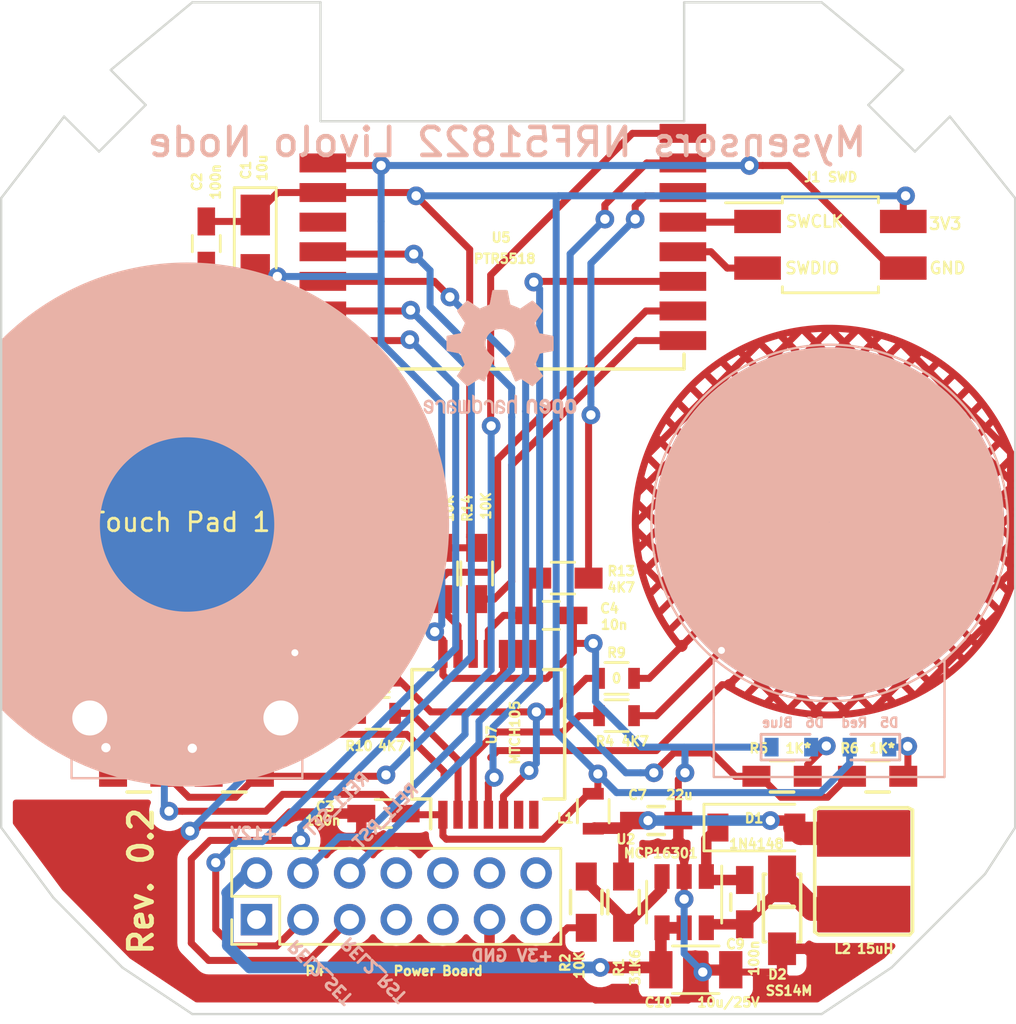
<source format=kicad_pcb>
(kicad_pcb (version 20170123) (host pcbnew no-vcs-found-d37a337~58~ubuntu16.04.1)

  (general
    (links 73)
    (no_connects 0)
    (area 120.43954 70.1 164.46046 114.334921)
    (thickness 1.6)
    (drawings 37)
    (tracks 389)
    (zones 0)
    (modules 41)
    (nets 32)
  )

  (page A4)
  (layers
    (0 F.Cu signal)
    (31 B.Cu signal)
    (32 B.Adhes user)
    (33 F.Adhes user)
    (34 B.Paste user)
    (35 F.Paste user)
    (36 B.SilkS user)
    (37 F.SilkS user)
    (38 B.Mask user)
    (39 F.Mask user)
    (40 Dwgs.User user hide)
    (41 Cmts.User user)
    (42 Eco1.User user)
    (43 Eco2.User user)
    (44 Edge.Cuts user)
    (45 Margin user)
    (46 B.CrtYd user)
    (47 F.CrtYd user)
    (48 B.Fab user)
    (49 F.Fab user)
  )

  (setup
    (last_trace_width 0.3)
    (trace_clearance 0.3)
    (zone_clearance 0.45)
    (zone_45_only no)
    (trace_min 0.2)
    (segment_width 0.2)
    (edge_width 0.1)
    (via_size 0.8)
    (via_drill 0.4)
    (via_min_size 0.4)
    (via_min_drill 0.3)
    (uvia_size 0.3)
    (uvia_drill 0.1)
    (uvias_allowed no)
    (uvia_min_size 0.2)
    (uvia_min_drill 0.1)
    (pcb_text_width 0.3)
    (pcb_text_size 1.5 1.5)
    (mod_edge_width 0.15)
    (mod_text_size 0.4 0.4)
    (mod_text_width 0.1)
    (pad_size 1.5 1.5)
    (pad_drill 0.6)
    (pad_to_mask_clearance 0)
    (aux_axis_origin 0 0)
    (visible_elements 7FFFFF7F)
    (pcbplotparams
      (layerselection 0x010fc_ffffffff)
      (usegerberextensions true)
      (excludeedgelayer true)
      (linewidth 0.100000)
      (plotframeref false)
      (viasonmask false)
      (mode 1)
      (useauxorigin false)
      (hpglpennumber 1)
      (hpglpenspeed 20)
      (hpglpendiameter 15)
      (psnegative false)
      (psa4output false)
      (plotreference true)
      (plotvalue true)
      (plotinvisibletext false)
      (padsonsilk false)
      (subtractmaskfromsilk true)
      (outputformat 1)
      (mirror false)
      (drillshape 0)
      (scaleselection 1)
      (outputdirectory gerber/))
  )

  (net 0 "")
  (net 1 +3V3)
  (net 2 GND)
  (net 3 "Net-(C7-Pad1)")
  (net 4 "Net-(C9-Pad2)")
  (net 5 "Net-(C9-Pad1)")
  (net 6 /12Vcc)
  (net 7 "Net-(D3-Pad2)")
  (net 8 "Net-(D4-Pad1)")
  (net 9 "Net-(D5-Pad1)")
  (net 10 "Net-(D6-Pad2)")
  (net 11 /TS2)
  (net 12 /S2_LEDs)
  (net 13 /TS1)
  (net 14 /S1_LEDs)
  (net 15 "Net-(R1-Pad1)")
  (net 16 /Relay2_Reset)
  (net 17 /Relay1_Reset)
  (net 18 /Relay2_Set)
  (net 19 /Relay1_Set)
  (net 20 /SWCLK)
  (net 21 /SWDIO)
  (net 22 "Net-(C4-Pad2)")
  (net 23 "Net-(R3-Pad2)")
  (net 24 "Net-(R3-Pad1)")
  (net 25 "Net-(R4-Pad1)")
  (net 26 "Net-(R4-Pad2)")
  (net 27 "Net-(R9-Pad2)")
  (net 28 "Net-(R10-Pad2)")
  (net 29 "Net-(R10-Pad1)")
  (net 30 /MTSA)
  (net 31 /MTPM)

  (net_class Default "This is the default net class."
    (clearance 0.3)
    (trace_width 0.3)
    (via_dia 0.8)
    (via_drill 0.4)
    (uvia_dia 0.3)
    (uvia_drill 0.1)
    (add_net +3V3)
    (add_net /12Vcc)
    (add_net /MTPM)
    (add_net /MTSA)
    (add_net /Relay1_Reset)
    (add_net /Relay1_Set)
    (add_net /Relay2_Reset)
    (add_net /Relay2_Set)
    (add_net /S1_LEDs)
    (add_net /S2_LEDs)
    (add_net /SWCLK)
    (add_net /SWDIO)
    (add_net /TS1)
    (add_net /TS2)
    (add_net GND)
    (add_net "Net-(C4-Pad2)")
    (add_net "Net-(C7-Pad1)")
    (add_net "Net-(C9-Pad1)")
    (add_net "Net-(C9-Pad2)")
    (add_net "Net-(D3-Pad2)")
    (add_net "Net-(D4-Pad1)")
    (add_net "Net-(D5-Pad1)")
    (add_net "Net-(D6-Pad2)")
    (add_net "Net-(R1-Pad1)")
    (add_net "Net-(R10-Pad1)")
    (add_net "Net-(R10-Pad2)")
    (add_net "Net-(R3-Pad1)")
    (add_net "Net-(R3-Pad2)")
    (add_net "Net-(R4-Pad1)")
    (add_net "Net-(R4-Pad2)")
    (add_net "Net-(R9-Pad2)")
  )

  (module myfootprints:PTR5518 (layer F.Cu) (tedit 5964C9D8) (tstamp 59483962)
    (at 142.6294 79.8332)
    (path /59483574)
    (attr smd)
    (fp_text reference U5 (at -0.4826 0.4572) (layer F.SilkS)
      (effects (font (size 0.4 0.4) (thickness 0.1)))
    )
    (fp_text value PTR5518 (at -0.3294 1.3668) (layer F.SilkS)
      (effects (font (size 0.4 0.4) (thickness 0.1)))
    )
    (fp_line (start 7.366 -4.5466) (end -8.255 -9.2766) (layer Dwgs.User) (width 0.15))
    (fp_line (start -8.255 -4.5466) (end 7.366 -9.271) (layer Dwgs.User) (width 0.15))
    (fp_line (start 7.366244 -4.5466) (end -8.255 -4.5466) (layer F.Fab) (width 0.15))
    (fp_line (start 7.366244 -4.5466) (end 7.366244 -9.2766) (layer F.Fab) (width 0.15))
    (fp_line (start 7.366244 -9.2766) (end -8.255 -9.2766) (layer F.Fab) (width 0.15))
    (fp_line (start -8.255 -3.2766) (end -8.255 -9.2766) (layer F.Fab) (width 0.15))
    (fp_line (start -8.255 6.096) (end -8.255 5.436874) (layer F.SilkS) (width 0.15))
    (fp_line (start 7.366 6.096) (end -8.255244 6.096) (layer F.SilkS) (width 0.15))
    (fp_line (start 7.366 5.461) (end 7.366 6.096507) (layer F.SilkS) (width 0.15))
    (pad 15 smd rect (at -8.1294 4.8768 270) (size 0.8128 2) (layers F.Cu F.Paste F.Mask)
      (net 16 /Relay2_Reset))
    (pad 1 smd rect (at 7.3166 4.8768 270) (size 0.8128 2) (layers F.Cu F.Paste F.Mask)
      (net 11 /TS2))
    (pad 14 smd rect (at -8.1294 3.6068 270) (size 0.8128 2) (layers F.Cu F.Paste F.Mask)
      (net 18 /Relay2_Set))
    (pad 2 smd rect (at 7.3166 3.6068 270) (size 0.8128 2) (layers F.Cu F.Paste F.Mask)
      (net 13 /TS1))
    (pad 13 smd rect (at -8.1294 2.3368 270) (size 0.8128 2) (layers F.Cu F.Paste F.Mask)
      (net 17 /Relay1_Reset))
    (pad 3 smd rect (at 7.3166 2.3368 270) (size 0.8128 2) (layers F.Cu F.Paste F.Mask)
      (net 31 /MTPM))
    (pad 12 smd rect (at -8.1294 1.0668 270) (size 0.8128 2) (layers F.Cu F.Paste F.Mask)
      (net 19 /Relay1_Set))
    (pad 4 smd rect (at 7.3166 1.0668 270) (size 0.8128 2) (layers F.Cu F.Paste F.Mask)
      (net 21 /SWDIO))
    (pad 11 smd rect (at -8.1294 -0.2032 270) (size 0.8128 2) (layers F.Cu F.Paste F.Mask))
    (pad 5 smd rect (at 7.3166 -0.2032 270) (size 0.8128 2) (layers F.Cu F.Paste F.Mask)
      (net 20 /SWCLK))
    (pad 10 smd rect (at -8.1294 -1.4732 270) (size 0.8128 2) (layers F.Cu F.Paste F.Mask)
      (net 1 +3V3))
    (pad 6 smd rect (at 7.3166 -1.4732 270) (size 0.8128 2) (layers F.Cu F.Paste F.Mask)
      (net 30 /MTSA))
    (pad 9 smd rect (at -8.1294 -2.7432 270) (size 0.8128 2) (layers F.Cu F.Paste F.Mask)
      (net 2 GND))
    (pad 7 smd rect (at 7.3166 -2.7432 270) (size 0.8128 2) (layers F.Cu F.Paste F.Mask)
      (net 14 /S1_LEDs))
    (pad 8 smd rect (at 7.3166 -4.0132 270) (size 0.8128 2) (layers F.Cu F.Paste F.Mask)
      (net 12 /S2_LEDs))
    (model ${KISYS3DMOD}/Radio_Modules.3dshapes/PTR5518.step
      (at (xyz 0 0 0))
      (scale (xyz 1 1 1))
      (rotate (xyz 0 0 0))
    )
  )

  (module Resistors_SMD:R_0603 (layer F.Cu) (tedit 5964C74D) (tstamp 59648830)
    (at 147.1 100.8)
    (descr "Resistor SMD 0603, reflow soldering, Vishay (see dcrcw.pdf)")
    (tags "resistor 0603")
    (path /596552C4)
    (attr smd)
    (fp_text reference R4 (at -0.5 1.1) (layer F.SilkS)
      (effects (font (size 0.4 0.4) (thickness 0.1)))
    )
    (fp_text value 4K7 (at 0.8 1.1) (layer F.SilkS)
      (effects (font (size 0.4 0.4) (thickness 0.1)))
    )
    (fp_text user %R (at 0 0) (layer F.Fab) hide
      (effects (font (size 0.5 0.5) (thickness 0.075)))
    )
    (fp_line (start -0.8 0.4) (end -0.8 -0.4) (layer F.Fab) (width 0.1))
    (fp_line (start 0.8 0.4) (end -0.8 0.4) (layer F.Fab) (width 0.1))
    (fp_line (start 0.8 -0.4) (end 0.8 0.4) (layer F.Fab) (width 0.1))
    (fp_line (start -0.8 -0.4) (end 0.8 -0.4) (layer F.Fab) (width 0.1))
    (fp_line (start 0.5 0.68) (end -0.5 0.68) (layer F.SilkS) (width 0.12))
    (fp_line (start -0.5 -0.68) (end 0.5 -0.68) (layer F.SilkS) (width 0.12))
    (fp_line (start -1.25 -0.7) (end 1.25 -0.7) (layer F.CrtYd) (width 0.05))
    (fp_line (start -1.25 -0.7) (end -1.25 0.7) (layer F.CrtYd) (width 0.05))
    (fp_line (start 1.25 0.7) (end 1.25 -0.7) (layer F.CrtYd) (width 0.05))
    (fp_line (start 1.25 0.7) (end -1.25 0.7) (layer F.CrtYd) (width 0.05))
    (pad 1 smd rect (at -0.75 0) (size 0.5 0.9) (layers F.Cu F.Paste F.Mask)
      (net 25 "Net-(R4-Pad1)"))
    (pad 2 smd rect (at 0.75 0) (size 0.5 0.9) (layers F.Cu F.Paste F.Mask)
      (net 26 "Net-(R4-Pad2)"))
    (model ${KISYS3DMOD}/Resistors_SMD.3dshapes/R_0603.wrl
      (at (xyz 0 0 0))
      (scale (xyz 1 1 1))
      (rotate (xyz 0 0 0))
    )
  )

  (module Resistors_SMD:R_0603 (layer F.Cu) (tedit 5964C720) (tstamp 59648841)
    (at 147.1 99.2)
    (descr "Resistor SMD 0603, reflow soldering, Vishay (see dcrcw.pdf)")
    (tags "resistor 0603")
    (path /596512EF)
    (attr smd)
    (fp_text reference R9 (at 0 -1.1) (layer F.SilkS)
      (effects (font (size 0.4 0.4) (thickness 0.1)))
    )
    (fp_text value 0 (at 0 0) (layer F.SilkS)
      (effects (font (size 0.4 0.4) (thickness 0.1)))
    )
    (fp_text user %R (at 0 0) (layer F.Fab) hide
      (effects (font (size 0.5 0.5) (thickness 0.075)))
    )
    (fp_line (start -0.8 0.4) (end -0.8 -0.4) (layer F.Fab) (width 0.1))
    (fp_line (start 0.8 0.4) (end -0.8 0.4) (layer F.Fab) (width 0.1))
    (fp_line (start 0.8 -0.4) (end 0.8 0.4) (layer F.Fab) (width 0.1))
    (fp_line (start -0.8 -0.4) (end 0.8 -0.4) (layer F.Fab) (width 0.1))
    (fp_line (start 0.5 0.68) (end -0.5 0.68) (layer F.SilkS) (width 0.12))
    (fp_line (start -0.5 -0.68) (end 0.5 -0.68) (layer F.SilkS) (width 0.12))
    (fp_line (start -1.25 -0.7) (end 1.25 -0.7) (layer F.CrtYd) (width 0.05))
    (fp_line (start -1.25 -0.7) (end -1.25 0.7) (layer F.CrtYd) (width 0.05))
    (fp_line (start 1.25 0.7) (end 1.25 -0.7) (layer F.CrtYd) (width 0.05))
    (fp_line (start 1.25 0.7) (end -1.25 0.7) (layer F.CrtYd) (width 0.05))
    (pad 1 smd rect (at -0.75 0) (size 0.5 0.9) (layers F.Cu F.Paste F.Mask)
      (net 23 "Net-(R3-Pad2)"))
    (pad 2 smd rect (at 0.75 0) (size 0.5 0.9) (layers F.Cu F.Paste F.Mask)
      (net 27 "Net-(R9-Pad2)"))
    (model ${KISYS3DMOD}/Resistors_SMD.3dshapes/R_0603.wrl
      (at (xyz 0 0 0))
      (scale (xyz 1 1 1))
      (rotate (xyz 0 0 0))
    )
  )

  (module Resistors_SMD:R_0603 (layer F.Cu) (tedit 5964C64D) (tstamp 59648852)
    (at 136.85 100.7)
    (descr "Resistor SMD 0603, reflow soldering, Vishay (see dcrcw.pdf)")
    (tags "resistor 0603")
    (path /59654B57)
    (attr smd)
    (fp_text reference R10 (at -0.8 1.4) (layer F.SilkS)
      (effects (font (size 0.4 0.4) (thickness 0.1)))
    )
    (fp_text value 4K7 (at 0.6 1.4) (layer F.SilkS)
      (effects (font (size 0.4 0.4) (thickness 0.1)))
    )
    (fp_text user %R (at 0 0) (layer F.Fab) hide
      (effects (font (size 0.5 0.5) (thickness 0.075)))
    )
    (fp_line (start -0.8 0.4) (end -0.8 -0.4) (layer F.Fab) (width 0.1))
    (fp_line (start 0.8 0.4) (end -0.8 0.4) (layer F.Fab) (width 0.1))
    (fp_line (start 0.8 -0.4) (end 0.8 0.4) (layer F.Fab) (width 0.1))
    (fp_line (start -0.8 -0.4) (end 0.8 -0.4) (layer F.Fab) (width 0.1))
    (fp_line (start 0.5 0.68) (end -0.5 0.68) (layer F.SilkS) (width 0.12))
    (fp_line (start -0.5 -0.68) (end 0.5 -0.68) (layer F.SilkS) (width 0.12))
    (fp_line (start -1.25 -0.7) (end 1.25 -0.7) (layer F.CrtYd) (width 0.05))
    (fp_line (start -1.25 -0.7) (end -1.25 0.7) (layer F.CrtYd) (width 0.05))
    (fp_line (start 1.25 0.7) (end 1.25 -0.7) (layer F.CrtYd) (width 0.05))
    (fp_line (start 1.25 0.7) (end -1.25 0.7) (layer F.CrtYd) (width 0.05))
    (pad 1 smd rect (at -0.75 0) (size 0.5 0.9) (layers F.Cu F.Paste F.Mask)
      (net 29 "Net-(R10-Pad1)"))
    (pad 2 smd rect (at 0.75 0) (size 0.5 0.9) (layers F.Cu F.Paste F.Mask)
      (net 28 "Net-(R10-Pad2)"))
    (model ${KISYS3DMOD}/Resistors_SMD.3dshapes/R_0603.wrl
      (at (xyz 0 0 0))
      (scale (xyz 1 1 1))
      (rotate (xyz 0 0 0))
    )
  )

  (module Resistors_SMD:R_0603 (layer F.Cu) (tedit 5964C66A) (tstamp 5964881F)
    (at 136.85 99.1)
    (descr "Resistor SMD 0603, reflow soldering, Vishay (see dcrcw.pdf)")
    (tags "resistor 0603")
    (path /5964FD27)
    (attr smd)
    (fp_text reference R3 (at 0 -1.1) (layer F.SilkS)
      (effects (font (size 0.4 0.4) (thickness 0.1)))
    )
    (fp_text value 0 (at 0 0) (layer F.SilkS)
      (effects (font (size 0.4 0.4) (thickness 0.1)))
    )
    (fp_text user %R (at 0 0) (layer F.Fab) hide
      (effects (font (size 0.5 0.5) (thickness 0.075)))
    )
    (fp_line (start -0.8 0.4) (end -0.8 -0.4) (layer F.Fab) (width 0.1))
    (fp_line (start 0.8 0.4) (end -0.8 0.4) (layer F.Fab) (width 0.1))
    (fp_line (start 0.8 -0.4) (end 0.8 0.4) (layer F.Fab) (width 0.1))
    (fp_line (start -0.8 -0.4) (end 0.8 -0.4) (layer F.Fab) (width 0.1))
    (fp_line (start 0.5 0.68) (end -0.5 0.68) (layer F.SilkS) (width 0.12))
    (fp_line (start -0.5 -0.68) (end 0.5 -0.68) (layer F.SilkS) (width 0.12))
    (fp_line (start -1.25 -0.7) (end 1.25 -0.7) (layer F.CrtYd) (width 0.05))
    (fp_line (start -1.25 -0.7) (end -1.25 0.7) (layer F.CrtYd) (width 0.05))
    (fp_line (start 1.25 0.7) (end 1.25 -0.7) (layer F.CrtYd) (width 0.05))
    (fp_line (start 1.25 0.7) (end -1.25 0.7) (layer F.CrtYd) (width 0.05))
    (pad 1 smd rect (at -0.75 0) (size 0.5 0.9) (layers F.Cu F.Paste F.Mask)
      (net 24 "Net-(R3-Pad1)"))
    (pad 2 smd rect (at 0.75 0) (size 0.5 0.9) (layers F.Cu F.Paste F.Mask)
      (net 23 "Net-(R3-Pad2)"))
    (model ${KISYS3DMOD}/Resistors_SMD.3dshapes/R_0603.wrl
      (at (xyz 0 0 0))
      (scale (xyz 1 1 1))
      (rotate (xyz 0 0 0))
    )
  )

  (module livolo_ts_guard_cut_right (layer F.Cu) (tedit 5964BA7E) (tstamp 596488FB)
    (at 155.958008 92.475738)
    (path /59648610)
    (fp_text reference U6 (at 1.123271 0.209684) (layer F.SilkS) hide
      (effects (font (size 0.4 0.4) (thickness 0.1)))
    )
    (fp_text value "Touch Pad 2" (at 0.341992 -0.075738) (layer F.SilkS)
      (effects (font (size 0.8 0.8) (thickness 0.12)))
    )
    (fp_arc (start 0.266992 0.024262) (end -4.058007 7.074261) (angle -101.8) (layer F.Cu) (width 0.3))
    (fp_arc (start 0.266992 0.024262) (end 8.016992 -3.000738) (angle -199.2655366) (layer F.Cu) (width 0.3))
    (fp_line (start 8.041992 -2.950792) (end 8.041992 2.849262) (layer F.Cu) (width 0.3))
    (fp_line (start -6.596265 4.68602) (end 4.916271 -6.826516) (layer F.Cu) (width 0.3))
    (fp_line (start 3.336027 -7.66985) (end 8.049026 -2.956851) (layer F.Cu) (width 0.3))
    (fp_line (start -7.79755 -1.836207) (end 2.10342 8.064763) (layer F.Cu) (width 0.3))
    (fp_line (start -2.674567 -7.719068) (end -7.500481 -2.893154) (layer F.Cu) (width 0.3))
    (fp_line (start -3.304686 3.819381) (end 6.216514 -5.701819) (layer F.Cu) (width 0.3))
    (fp_line (start -4.097451 7.035176) (end 7.277795 -4.34007) (layer F.Cu) (width 0.3))
    (fp_line (start 3.021059 7.770392) (end -7.516542 -2.767209) (layer F.Cu) (width 0.3))
    (fp_line (start -7.931892 -1.249543) (end -1.03168 -8.149755) (layer F.Cu) (width 0.3))
    (fp_line (start 7.511669 3.910256) (end 4.057154 7.364771) (layer F.Cu) (width 0.3))
    (fp_line (start -5.151464 4.446459) (end -7.815845 1.782078) (layer F.Cu) (width 0.3))
    (fp_line (start -7.420314 3.086969) (end 3.329873 -7.663218) (layer F.Cu) (width 0.3))
    (fp_line (start 6.007625 5.908928) (end -5.655058 -5.753755) (layer F.Cu) (width 0.3))
    (fp_line (start -5.024064 -6.334781) (end 6.588607 5.27789) (layer F.Cu) (width 0.3))
    (fp_line (start -1.825487 -7.983264) (end 8.049518 1.891741) (layer F.Cu) (width 0.3))
    (fp_line (start 6.785039 -5.058404) (end -2.696723 4.423358) (layer F.Cu) (width 0.3))
    (fp_line (start -7.160552 -3.623239) (end 3.902158 7.439471) (layer F.Cu) (width 0.3))
    (fp_line (start 4.160361 -7.282656) (end -7.052368 3.930073) (layer F.Cu) (width 0.3))
    (fp_line (start 8.043097 0.67322) (end -0.806972 -8.176849) (layer F.Cu) (width 0.3))
    (fp_line (start -2.718276 5.667847) (end -0.122136 8.263987) (layer F.Cu) (width 0.3))
    (fp_line (start 8.033439 -1.459644) (end -1.504261 8.078056) (layer F.Cu) (width 0.3))
    (fp_line (start 0.287085 -8.25642) (end -8.013304 0.043969) (layer F.Cu) (width 0.3))
    (fp_line (start -0.460787 8.246572) (end 8.051762 -0.265977) (layer F.Cu) (width 0.3))
    (fp_line (start 2.151272 8.058583) (end 8.026426 2.183429) (layer F.Cu) (width 0.3))
    (fp_line (start 8.033029 0.964836) (end 0.720149 8.277716) (layer F.Cu) (width 0.3))
    (fp_line (start -3.574987 -7.308764) (end 7.575018 3.841241) (layer F.Cu) (width 0.3))
    (fp_line (start 2.423814 -7.969099) (end -7.738823 2.193538) (layer F.Cu) (width 0.3))
    (fp_line (start -7.944809 1.187474) (end 1.430269 -8.187604) (layer F.Cu) (width 0.3))
    (fp_line (start 5.597811 -6.295086) (end -6.077474 5.380199) (layer F.Cu) (width 0.3))
    (fp_line (start 7.721302 -3.571617) (end -3.303886 7.453571) (layer F.Cu) (width 0.3))
    (fp_line (start -2.460307 7.822032) (end 8.014855 -2.65313) (layer F.Cu) (width 0.3))
    (fp_line (start 1.059294 8.232707) (end -7.978694 -0.805281) (layer F.Cu) (width 0.3))
    (fp_line (start 7.119487 4.59681) (end -4.330534 -6.853211) (layer F.Cu) (width 0.3))
    (fp_line (start 0.324063 -8.257814) (end 8.04927 -0.532607) (layer F.Cu) (width 0.3))
    (fp_line (start -6.236009 -5.122736) (end 5.376838 6.490111) (layer F.Cu) (width 0.3))
    (fp_line (start 4.670701 6.995994) (end -6.729555 -4.404262) (layer F.Cu) (width 0.3))
    (fp_line (start 7.930974 2.985297) (end -2.706534 -7.652211) (layer F.Cu) (width 0.3))
    (fp_line (start 8.04266 -1.751317) (end 1.655105 -8.138872) (layer F.Cu) (width 0.3))
    (fp_circle (center 0.266992 0.024262) (end -2.775 2.225) (layer B.SilkS) (width 7.5))
    (fp_line (start -1.518069 8.088552) (end -3.315817 6.290804) (layer F.Cu) (width 0.3))
    (fp_line (start -7.997659 0.388464) (end -4.545752 3.840371) (layer F.Cu) (width 0.3))
    (pad 1 smd circle (at 0.266992 0.024262) (size 15 15) (layers B.Cu)
      (net 26 "Net-(R4-Pad2)"))
    (pad 1 thru_hole circle (at -4.358008 5.524262 337.5) (size 0.5 0.5) (drill 0.3) (layers *.Cu *.Mask)
      (net 26 "Net-(R4-Pad2)"))
    (pad 2 smd circle (at -4.008008 6.999262) (size 0.5 0.5) (layers F.Cu)
      (net 27 "Net-(R9-Pad2)"))
    (pad 2 smd circle (at -6.058008 5.324262) (size 0.5 0.5) (layers F.Cu)
      (net 27 "Net-(R9-Pad2)"))
  )

  (module livolo_ts_guard_cut_left (layer F.Cu) (tedit 5964BA61) (tstamp 59648897)
    (at 128.941992 92.575738)
    (path /59647BA0)
    (fp_text reference U1 (at -1.123271 0.209684) (layer F.SilkS) hide
      (effects (font (size 0.4 0.4) (thickness 0.1)))
    )
    (fp_text value "Touch Pad 1" (at -0.541992 -0.075738) (layer F.SilkS)
      (effects (font (size 0.8 0.8) (thickness 0.12)))
    )
    (fp_arc (start -0.266992 0.024262) (end 4.058007 7.074261) (angle 101.8) (layer F.Cu) (width 0.3))
    (fp_arc (start -0.266992 0.024262) (end -8.016992 -3.000738) (angle 199.2655366) (layer F.Cu) (width 0.3))
    (fp_line (start -8.041992 -2.950792) (end -8.041992 2.849262) (layer F.Cu) (width 0.3))
    (fp_line (start 6.596265 4.68602) (end -4.916271 -6.826516) (layer F.Cu) (width 0.3))
    (fp_line (start -3.336027 -7.66985) (end -8.049026 -2.956851) (layer F.Cu) (width 0.3))
    (fp_line (start 7.79755 -1.836207) (end -2.10342 8.064763) (layer F.Cu) (width 0.3))
    (fp_line (start 2.674567 -7.719068) (end 7.500481 -2.893154) (layer F.Cu) (width 0.3))
    (fp_line (start 3.304686 3.819381) (end -6.216514 -5.701819) (layer F.Cu) (width 0.3))
    (fp_line (start 4.097451 7.035176) (end -7.277795 -4.34007) (layer F.Cu) (width 0.3))
    (fp_line (start -3.021059 7.770392) (end 7.516542 -2.767209) (layer F.Cu) (width 0.3))
    (fp_line (start 7.931892 -1.249543) (end 1.03168 -8.149755) (layer F.Cu) (width 0.3))
    (fp_line (start -7.511669 3.910256) (end -4.057154 7.364771) (layer F.Cu) (width 0.3))
    (fp_line (start 5.151464 4.446459) (end 7.815845 1.782078) (layer F.Cu) (width 0.3))
    (fp_line (start 7.420314 3.086969) (end -3.329873 -7.663218) (layer F.Cu) (width 0.3))
    (fp_line (start -6.007625 5.908928) (end 5.655058 -5.753755) (layer F.Cu) (width 0.3))
    (fp_line (start 5.024064 -6.334781) (end -6.588607 5.27789) (layer F.Cu) (width 0.3))
    (fp_line (start 1.825487 -7.983264) (end -8.049518 1.891741) (layer F.Cu) (width 0.3))
    (fp_line (start -6.785039 -5.058404) (end 2.696723 4.423358) (layer F.Cu) (width 0.3))
    (fp_line (start 7.160552 -3.623239) (end -3.902158 7.439471) (layer F.Cu) (width 0.3))
    (fp_line (start -4.160361 -7.282656) (end 7.052368 3.930073) (layer F.Cu) (width 0.3))
    (fp_line (start -8.043097 0.67322) (end 0.806972 -8.176849) (layer F.Cu) (width 0.3))
    (fp_line (start 2.718276 5.667847) (end 0.122136 8.263987) (layer F.Cu) (width 0.3))
    (fp_line (start -8.033439 -1.459644) (end 1.504261 8.078056) (layer F.Cu) (width 0.3))
    (fp_line (start -0.287085 -8.25642) (end 8.013304 0.043969) (layer F.Cu) (width 0.3))
    (fp_line (start 0.460787 8.246572) (end -8.051762 -0.265977) (layer F.Cu) (width 0.3))
    (fp_line (start -2.151272 8.058583) (end -8.026426 2.183429) (layer F.Cu) (width 0.3))
    (fp_line (start -8.033029 0.964836) (end -0.720149 8.277716) (layer F.Cu) (width 0.3))
    (fp_line (start 3.574987 -7.308764) (end -7.575018 3.841241) (layer F.Cu) (width 0.3))
    (fp_line (start -2.423814 -7.969099) (end 7.738823 2.193538) (layer F.Cu) (width 0.3))
    (fp_line (start 7.944809 1.187474) (end -1.430269 -8.187604) (layer F.Cu) (width 0.3))
    (fp_line (start -5.597811 -6.295086) (end 6.077474 5.380199) (layer F.Cu) (width 0.3))
    (fp_line (start -7.721302 -3.571617) (end 3.303886 7.453571) (layer F.Cu) (width 0.3))
    (fp_line (start 2.460307 7.822032) (end -8.014855 -2.65313) (layer F.Cu) (width 0.3))
    (fp_line (start -1.059294 8.232707) (end 7.978694 -0.805281) (layer F.Cu) (width 0.3))
    (fp_line (start -7.119487 4.59681) (end 4.330534 -6.853211) (layer F.Cu) (width 0.3))
    (fp_line (start -0.324063 -8.257814) (end -8.04927 -0.532607) (layer F.Cu) (width 0.3))
    (fp_line (start 6.236009 -5.122736) (end -5.376838 6.490111) (layer F.Cu) (width 0.3))
    (fp_line (start -4.670701 6.995994) (end 6.729555 -4.404262) (layer F.Cu) (width 0.3))
    (fp_line (start -7.930974 2.985297) (end 2.706534 -7.652211) (layer F.Cu) (width 0.3))
    (fp_line (start -8.04266 -1.751317) (end -1.655105 -8.138872) (layer F.Cu) (width 0.3))
    (fp_circle (center -0.266992 0.024262) (end 3.025 1.8) (layer B.SilkS) (width 7.5))
    (fp_line (start 1.518069 8.088552) (end 3.315817 6.290804) (layer F.Cu) (width 0.3))
    (fp_line (start 7.997659 0.388464) (end 4.545752 3.840371) (layer F.Cu) (width 0.3))
    (pad 1 smd circle (at -0.266992 0.024262) (size 15 15) (layers B.Cu)
      (net 29 "Net-(R10-Pad1)"))
    (pad 1 thru_hole circle (at 4.358008 5.524262 22.5) (size 0.5 0.5) (drill 0.3) (layers *.Cu *.Mask)
      (net 29 "Net-(R10-Pad1)"))
    (pad 2 smd circle (at 4.008008 6.999262) (size 0.5 0.5) (layers F.Cu)
      (net 24 "Net-(R3-Pad1)"))
    (pad 2 smd circle (at 6.058008 5.324262) (size 0.5 0.5) (layers F.Cu)
      (net 24 "Net-(R3-Pad1)"))
  )

  (module Pin_Headers:Pin_Header_Straight_2x02_Pitch2.00mm_SMD (layer F.Cu) (tedit 594A0E13) (tstamp 59483961)
    (at 156.275 80.6)
    (descr "surface-mounted straight pin header, 2x02, 2.00mm pitch, double rows")
    (tags "Surface mounted pin header SMD 2x02 2.00mm double row")
    (path /594872D4)
    (attr smd)
    (fp_text reference J1 (at -0.775 -2.9) (layer F.SilkS)
      (effects (font (size 0.4 0.4) (thickness 0.1)))
    )
    (fp_text value SWD (at 0.525 -2.9) (layer F.SilkS)
      (effects (font (size 0.4 0.4) (thickness 0.1)))
    )
    (fp_text user %R (at 0 -3.06) (layer F.Fab) hide
      (effects (font (size 1 1) (thickness 0.15)))
    )
    (fp_line (start 5 -2.5) (end -5 -2.5) (layer F.CrtYd) (width 0.05))
    (fp_line (start 5 2.5) (end 5 -2.5) (layer F.CrtYd) (width 0.05))
    (fp_line (start -5 2.5) (end 5 2.5) (layer F.CrtYd) (width 0.05))
    (fp_line (start -5 -2.5) (end -5 2.5) (layer F.CrtYd) (width 0.05))
    (fp_line (start -4.5 -1.8) (end -2.06 -1.8) (layer F.SilkS) (width 0.12))
    (fp_line (start 2.06 2.06) (end 2.06 1.8) (layer F.SilkS) (width 0.12))
    (fp_line (start -2.06 2.06) (end 2.06 2.06) (layer F.SilkS) (width 0.12))
    (fp_line (start -2.06 1.8) (end -2.06 2.06) (layer F.SilkS) (width 0.12))
    (fp_line (start 2.06 -2.06) (end 2.06 -1.8) (layer F.SilkS) (width 0.12))
    (fp_line (start -2.06 -2.06) (end 2.06 -2.06) (layer F.SilkS) (width 0.12))
    (fp_line (start -2.06 -1.8) (end -2.06 -2.06) (layer F.SilkS) (width 0.12))
    (fp_line (start 3 0.75) (end 2 0.75) (layer F.Fab) (width 0.1))
    (fp_line (start 3 1.25) (end 3 0.75) (layer F.Fab) (width 0.1))
    (fp_line (start 2 1.25) (end 3 1.25) (layer F.Fab) (width 0.1))
    (fp_line (start 2 0.75) (end 2 1.25) (layer F.Fab) (width 0.1))
    (fp_line (start -3 0.75) (end -2 0.75) (layer F.Fab) (width 0.1))
    (fp_line (start -3 1.25) (end -3 0.75) (layer F.Fab) (width 0.1))
    (fp_line (start -2 1.25) (end -3 1.25) (layer F.Fab) (width 0.1))
    (fp_line (start -2 0.75) (end -2 1.25) (layer F.Fab) (width 0.1))
    (fp_line (start 3 -1.25) (end 2 -1.25) (layer F.Fab) (width 0.1))
    (fp_line (start 3 -0.75) (end 3 -1.25) (layer F.Fab) (width 0.1))
    (fp_line (start 2 -0.75) (end 3 -0.75) (layer F.Fab) (width 0.1))
    (fp_line (start 2 -1.25) (end 2 -0.75) (layer F.Fab) (width 0.1))
    (fp_line (start -3 -1.25) (end -2 -1.25) (layer F.Fab) (width 0.1))
    (fp_line (start -3 -0.75) (end -3 -1.25) (layer F.Fab) (width 0.1))
    (fp_line (start -2 -0.75) (end -3 -0.75) (layer F.Fab) (width 0.1))
    (fp_line (start -2 -1.25) (end -2 -0.75) (layer F.Fab) (width 0.1))
    (fp_line (start 2 -2) (end -2 -2) (layer F.Fab) (width 0.1))
    (fp_line (start 2 2) (end 2 -2) (layer F.Fab) (width 0.1))
    (fp_line (start -2 2) (end 2 2) (layer F.Fab) (width 0.1))
    (fp_line (start -2 -2) (end -2 2) (layer F.Fab) (width 0.1))
    (pad 4 smd rect (at 3.125 1) (size 2 1) (layers F.Cu F.Paste F.Mask)
      (net 2 GND))
    (pad 3 smd rect (at -3.125 1) (size 2 1) (layers F.Cu F.Paste F.Mask)
      (net 21 /SWDIO))
    (pad 2 smd rect (at 3.125 -1) (size 2 1) (layers F.Cu F.Paste F.Mask)
      (net 1 +3V3))
    (pad 1 smd rect (at -3.125 -1) (size 2 1) (layers F.Cu F.Paste F.Mask)
      (net 20 /SWCLK))
  )

  (module myfootprints:Livolo_EU_SW_2_Channel_1Way_Frame_VL-C702X-2_Ver_C1 locked (layer B.Cu) (tedit 590C6ABA) (tstamp 590C5954)
    (at 142.3 92.4 180)
    (fp_text reference REF** (at -0.3 -0.5 180) (layer B.SilkS) hide
      (effects (font (size 0.4 0.4) (thickness 0.1)) (justify mirror))
    )
    (fp_text value Livolo_EU_SW_2Ways_Frame_VL-C702X-2_Ver_C1 (at 0 0.5 180) (layer B.Fab) hide
      (effects (font (size 0.4 0.4) (thickness 0.1)) (justify mirror))
    )
    (fp_line (start -10.478 -10.60022) (end -13.018062 -10.60022) (layer Dwgs.User) (width 0.1))
    (fp_line (start -17.415062 -10.60022) (end -17.415062 -9.6) (layer Dwgs.User) (width 0.1))
    (fp_line (start -8.99814 -11.03202) (end -18.86604 -11.03202) (layer B.SilkS) (width 0.1))
    (fp_line (start -10.418 -9.602) (end -12.958 -9.602) (layer Dwgs.User) (width 0.1))
    (fp_line (start -8.9702 -11.03202) (end -8.9702 -5.999511) (layer B.SilkS) (width 0.1))
    (fp_circle (center -18.022575 -8.828) (end -17.320536 -9.082) (layer Dwgs.User) (width 0.15))
    (fp_line (start -13.018 -10.60022) (end -13.018 -9.602) (layer Dwgs.User) (width 0.1))
    (fp_line (start -10.478 -9.602) (end -13.018 -9.602) (layer Dwgs.User) (width 0.1))
    (fp_line (start -14.875 -9.602) (end -17.415 -9.602) (layer Dwgs.User) (width 0.1))
    (fp_line (start -18.87016 -11.03202) (end -18.87016 -5.999511) (layer B.SilkS) (width 0.1))
    (fp_line (start -10.418 -10.60022) (end -10.418 -9.602) (layer Dwgs.User) (width 0.1))
    (fp_line (start -10.418 -10.60022) (end -12.958062 -10.60022) (layer Dwgs.User) (width 0.1))
    (fp_circle (center -9.783 -8.843425) (end -9.080961 -9.097425) (layer Dwgs.User) (width 0.15))
    (fp_line (start -14.875 -10.60022) (end -17.415062 -10.60022) (layer Dwgs.User) (width 0.1))
    (fp_line (start -14.875 -10.60022) (end -14.875 -9.602) (layer Dwgs.User) (width 0.1))
    (fp_line (start 18.55186 -11.08202) (end 8.68396 -11.08202) (layer B.SilkS) (width 0.1))
    (fp_line (start 17.132 -9.652) (end 14.592 -9.652) (layer Dwgs.User) (width 0.1))
    (fp_line (start 18.5798 -11.08202) (end 18.5798 -6.199959) (layer B.SilkS) (width 0.1))
    (fp_line (start 17.132 -10.65022) (end 17.132 -9.652) (layer Dwgs.User) (width 0.1))
    (fp_line (start 17.132 -10.65022) (end 14.591938 -10.65022) (layer Dwgs.User) (width 0.1))
    (fp_circle (center 17.767 -8.893425) (end 18.469039 -9.147425) (layer Dwgs.User) (width 0.15))
    (fp_circle (center 9.527425 -8.878) (end 10.229464 -9.132) (layer Dwgs.User) (width 0.15))
    (fp_line (start 14.532 -10.65022) (end 14.532 -9.652) (layer Dwgs.User) (width 0.1))
    (fp_line (start 10.134938 -10.65022) (end 10.134938 -9.65) (layer Dwgs.User) (width 0.1))
    (fp_line (start -16.61922 -19.58594) (end -13.61694 -21.58492) (layer Dwgs.User) (width 0.1))
    (fp_line (start 13.38072 -21.58492) (end 16.383 -19.58594) (layer Dwgs.User) (width 0.1))
    (fp_circle (center -13.944276 -0.134512) (end -6.3 0.1) (layer B.SilkS) (width 0.1))
    (fp_line (start 16.88084 18.91538) (end 15.38224 17.41424) (layer Dwgs.User) (width 0.1))
    (fp_line (start -13.61694 21.41474) (end 13.38072 21.41474) (layer Dwgs.User) (width 0.1))
    (fp_line (start 8.67984 -11.08202) (end 8.67984 -6.199959) (layer B.SilkS) (width 0.1))
    (fp_line (start 18.88236 16.9164) (end 21.38172 13.41628) (layer Dwgs.User) (width 0.1))
    (fp_line (start -13.61694 -21.58492) (end 13.38072 -21.58492) (layer Dwgs.User) (width 0.1))
    (fp_line (start 12.675 -10.65022) (end 10.134938 -10.65022) (layer Dwgs.User) (width 0.1))
    (fp_circle (center 10.652024 -15.552928) (end 11.203748 -15.552928) (layer Dwgs.User) (width 0.1))
    (fp_line (start -15.61846 17.41424) (end -17.11706 18.91538) (layer Dwgs.User) (width 0.1))
    (fp_line (start 12.675 -9.652) (end 10.135 -9.652) (layer Dwgs.User) (width 0.1))
    (fp_line (start 13.38072 21.41474) (end 16.88084 18.91538) (layer Dwgs.User) (width 0.1))
    (fp_line (start 15.38224 17.41424) (end 17.38122 15.41526) (layer Dwgs.User) (width 0.1))
    (fp_circle (center 13.626476 -0.169926) (end 21.4 0.1) (layer B.SilkS) (width 0.1))
    (fp_line (start -21.61794 -13.58392) (end -20.61718 -15.58544) (layer Dwgs.User) (width 0.1))
    (fp_line (start -20.61718 -15.58544) (end -16.61922 -19.58594) (layer Dwgs.User) (width 0.1))
    (fp_line (start 17.38122 15.41526) (end 18.88236 16.9164) (layer Dwgs.User) (width 0.1))
    (fp_line (start 16.383 -19.58594) (end 19.38274 -16.58366) (layer Dwgs.User) (width 0.1))
    (fp_line (start 19.38274 -16.58366) (end 21.38172 -13.58392) (layer Dwgs.User) (width 0.1))
    (fp_line (start -21.61794 13.41628) (end -19.11858 16.9164) (layer Dwgs.User) (width 0.1))
    (fp_line (start -19.11858 16.9164) (end -17.61744 15.41526) (layer Dwgs.User) (width 0.1))
    (fp_line (start 12.675 -10.65022) (end 12.675 -9.652) (layer Dwgs.User) (width 0.1))
    (fp_line (start 17.072 -10.65022) (end 14.531938 -10.65022) (layer Dwgs.User) (width 0.1))
    (fp_line (start -17.11706 18.91538) (end -13.61694 21.41474) (layer Dwgs.User) (width 0.1))
    (fp_line (start -21.61794 -13.58392) (end -21.61794 13.41628) (layer Dwgs.User) (width 0.1))
    (fp_line (start 21.38172 -13.58392) (end 21.38172 13.41628) (layer Dwgs.User) (width 0.1))
    (fp_line (start -17.61744 15.41526) (end -15.61846 17.41424) (layer Dwgs.User) (width 0.1))
    (fp_line (start 17.072 -9.652) (end 14.532 -9.652) (layer Dwgs.User) (width 0.1))
    (fp_circle (center 8.652024 -15.552928) (end 9.203748 -15.552928) (layer Dwgs.User) (width 0.1))
    (fp_circle (center 6.652024 -15.552928) (end 7.203748 -15.552928) (layer Dwgs.User) (width 0.1))
    (fp_circle (center 4.652024 -15.552928) (end 5.203748 -15.552928) (layer Dwgs.User) (width 0.1))
    (fp_circle (center 2.652024 -15.552928) (end 3.203748 -15.552928) (layer Dwgs.User) (width 0.1))
    (fp_circle (center 0.652024 -15.552928) (end 1.203748 -15.552928) (layer Dwgs.User) (width 0.1))
    (fp_circle (center -1.347976 -15.552928) (end -0.796252 -15.552928) (layer Dwgs.User) (width 0.1))
    (fp_circle (center 10.652024 -17.552928) (end 11.203748 -17.552928) (layer Dwgs.User) (width 0.1))
    (fp_circle (center 8.652024 -17.552928) (end 9.203748 -17.552928) (layer Dwgs.User) (width 0.1))
    (fp_circle (center 6.652024 -17.552928) (end 7.203748 -17.552928) (layer Dwgs.User) (width 0.1))
    (fp_circle (center 4.652024 -17.552928) (end 5.203748 -17.552928) (layer Dwgs.User) (width 0.1))
    (fp_circle (center 2.652024 -17.552928) (end 3.203748 -17.552928) (layer Dwgs.User) (width 0.1))
    (fp_circle (center 0.652024 -17.552928) (end 1.203748 -17.552928) (layer Dwgs.User) (width 0.1))
    (fp_circle (center -1.347976 -17.552928) (end -0.796252 -17.552928) (layer Dwgs.User) (width 0.1))
  )

  (module myfootprints:VLCF4020T-150MR68 (layer F.Cu) (tedit 590C5D79) (tstamp 586E5C30)
    (at 157.7 107.6)
    (path /586CFA44)
    (fp_text reference L2 (at -0.9 3.2 -180) (layer F.SilkS)
      (effects (font (size 0.4 0.4) (thickness 0.1)))
    )
    (fp_text value 15uH (at 0.5 3.2 -180) (layer F.SilkS)
      (effects (font (size 0.4 0.4) (thickness 0.1)))
    )
    (fp_line (start -2.1 2.475) (end -1.925 2.6) (layer F.SilkS) (width 0.15))
    (fp_line (start 2.1 2.45) (end 1.975 2.6) (layer F.SilkS) (width 0.15))
    (fp_line (start 1.975 2.6) (end -1.9 2.6) (layer F.SilkS) (width 0.15))
    (fp_line (start 2.1 -2.75) (end 1.9 -2.85) (layer F.SilkS) (width 0.15))
    (fp_line (start 2.1 2.45) (end 2.1 -2.75) (layer F.SilkS) (width 0.15))
    (fp_line (start -1.9 -2.85) (end 1.9 -2.85) (layer F.SilkS) (width 0.15))
    (fp_line (start -2.1 2.475) (end -2.1 -2.725) (layer F.SilkS) (width 0.15))
    (fp_line (start -2.1 -2.725) (end -1.9 -2.85) (layer F.SilkS) (width 0.15))
    (pad 1 smd rect (at 0 -1.75) (size 4 2) (layers F.Cu F.Paste F.Mask)
      (net 3 "Net-(C7-Pad1)"))
    (pad 2 smd rect (at 0 1.5) (size 4 2) (layers F.Cu F.Paste F.Mask)
      (net 4 "Net-(C9-Pad2)"))
    (model ${KISYS3DMOD}/Inductors.3dshapes/IFSC-1515AH-01_sp.step
      (at (xyz 0 0 0))
      (scale (xyz 1 1 1))
      (rotate (xyz 0 0 0))
    )
  )

  (module myfootprints:SS14M (layer F.Cu) (tedit 58E37FED) (tstamp 586E5B7F)
    (at 154.2 109.3 270)
    (path /586CFC73)
    (fp_text reference D2 (at 2.6 0.2) (layer F.SilkS)
      (effects (font (size 0.4 0.4) (thickness 0.1)))
    )
    (fp_text value SS14M (at 3.3 -0.3) (layer F.SilkS)
      (effects (font (size 0.4 0.4) (thickness 0.1)))
    )
    (fp_line (start -0.3 -0.5) (end -0.3 0.5) (layer F.SilkS) (width 0.2))
    (fp_line (start 1.2 -0.8) (end 1.2 -0.7) (layer F.SilkS) (width 0.15))
    (fp_line (start -1.7 -0.8) (end 1.2 -0.8) (layer F.SilkS) (width 0.15))
    (fp_line (start -1.7 0.8) (end 1.201723 0.8) (layer F.SilkS) (width 0.15))
    (fp_line (start 1.2 0.7) (end 1.2 0.8) (layer F.SilkS) (width 0.15))
    (fp_line (start -1.7 0.7) (end -1.7 0.8) (layer F.SilkS) (width 0.15))
    (fp_line (start -1.7 -0.8) (end -1.7 -0.7) (layer F.SilkS) (width 0.15))
    (pad 1 smd rect (at -1.5 0 270) (size 2 1.2) (layers F.Cu F.Paste F.Mask)
      (net 4 "Net-(C9-Pad2)"))
    (pad 2 smd rect (at 1.5 0 270) (size 1.4 1.2) (layers F.Cu F.Paste F.Mask)
      (net 2 GND))
    (model ${KISYS3DMOD}/DO_Packages_SMD.3dshapes/DO-219AB.stp
      (at (xyz 0 0 0))
      (scale (xyz 1 1 1))
      (rotate (xyz 0 0 180))
    )
  )

  (module Resistors_SMD:R_0603_HandSoldering (layer F.Cu) (tedit 586E4F31) (tstamp 586E5C7F)
    (at 145.8 108.8 90)
    (descr "Resistor SMD 0603, hand soldering")
    (tags "resistor 0603")
    (path /586D0315)
    (attr smd)
    (fp_text reference R2 (at -2.6 -0.9 90) (layer F.SilkS)
      (effects (font (size 0.4 0.4) (thickness 0.1)))
    )
    (fp_text value 10K (at -2.7 -0.3 90) (layer F.SilkS)
      (effects (font (size 0.4 0.4) (thickness 0.1)))
    )
    (fp_line (start -0.5 -0.675) (end 0.5 -0.675) (layer F.SilkS) (width 0.15))
    (fp_line (start 0.5 0.675) (end -0.5 0.675) (layer F.SilkS) (width 0.15))
    (fp_line (start 2 -0.8) (end 2 0.8) (layer F.CrtYd) (width 0.05))
    (fp_line (start -2 -0.8) (end -2 0.8) (layer F.CrtYd) (width 0.05))
    (fp_line (start -2 0.8) (end 2 0.8) (layer F.CrtYd) (width 0.05))
    (fp_line (start -2 -0.8) (end 2 -0.8) (layer F.CrtYd) (width 0.05))
    (fp_line (start -0.8 -0.4) (end 0.8 -0.4) (layer F.Fab) (width 0.1))
    (fp_line (start 0.8 -0.4) (end 0.8 0.4) (layer F.Fab) (width 0.1))
    (fp_line (start 0.8 0.4) (end -0.8 0.4) (layer F.Fab) (width 0.1))
    (fp_line (start -0.8 0.4) (end -0.8 -0.4) (layer F.Fab) (width 0.1))
    (pad 2 smd rect (at 1.1 0 90) (size 1.2 0.9) (layers F.Cu F.Paste F.Mask)
      (net 15 "Net-(R1-Pad1)"))
    (pad 1 smd rect (at -1.1 0 90) (size 1.2 0.9) (layers F.Cu F.Paste F.Mask)
      (net 2 GND))
    (model Resistors_SMD.3dshapes/R_0603_HandSoldering.stp
      (at (xyz 0 0 0))
      (scale (xyz 1 1 1))
      (rotate (xyz 0 0 0))
    )
  )

  (module TO_SOT_Packages_SMD:SOT-23-6 (layer F.Cu) (tedit 58933BCC) (tstamp 586E5D06)
    (at 150 108.8 270)
    (descr "6-pin SOT-23 package")
    (tags SOT-23-6)
    (path /586CDA6D)
    (attr smd)
    (fp_text reference U2 (at -2.7 2.5) (layer F.SilkS)
      (effects (font (size 0.4 0.4) (thickness 0.1)))
    )
    (fp_text value MCP16301 (at -2.1 1 180) (layer F.SilkS)
      (effects (font (size 0.4 0.4) (thickness 0.1)))
    )
    (fp_line (start 0.9 -1.55) (end 0.9 1.55) (layer F.Fab) (width 0.15))
    (fp_line (start 0.9 1.55) (end -0.9 1.55) (layer F.Fab) (width 0.15))
    (fp_line (start -0.9 -1.55) (end -0.9 1.55) (layer F.Fab) (width 0.15))
    (fp_line (start 0.9 -1.55) (end -0.9 -1.55) (layer F.Fab) (width 0.15))
    (fp_line (start -1.9 -1.8) (end -1.9 1.8) (layer F.CrtYd) (width 0.05))
    (fp_line (start -1.9 1.8) (end 1.9 1.8) (layer F.CrtYd) (width 0.05))
    (fp_line (start 1.9 1.8) (end 1.9 -1.8) (layer F.CrtYd) (width 0.05))
    (fp_line (start 1.9 -1.8) (end -1.9 -1.8) (layer F.CrtYd) (width 0.05))
    (fp_line (start 0.9 -1.61) (end -1.55 -1.61) (layer F.SilkS) (width 0.12))
    (fp_line (start -0.9 1.61) (end 0.9 1.61) (layer F.SilkS) (width 0.12))
    (pad 5 smd rect (at 1.1 0 270) (size 1.06 0.65) (layers F.Cu F.Paste F.Mask)
      (net 6 /12Vcc))
    (pad 6 smd rect (at 1.1 -0.95 270) (size 1.06 0.65) (layers F.Cu F.Paste F.Mask)
      (net 4 "Net-(C9-Pad2)"))
    (pad 4 smd rect (at 1.1 0.95 270) (size 1.06 0.65) (layers F.Cu F.Paste F.Mask)
      (net 6 /12Vcc))
    (pad 3 smd rect (at -1.1 0.95 270) (size 1.06 0.65) (layers F.Cu F.Paste F.Mask)
      (net 15 "Net-(R1-Pad1)"))
    (pad 2 smd rect (at -1.1 0 270) (size 1.06 0.65) (layers F.Cu F.Paste F.Mask)
      (net 2 GND))
    (pad 1 smd rect (at -1.1 -0.95 270) (size 1.06 0.65) (layers F.Cu F.Paste F.Mask)
      (net 5 "Net-(C9-Pad1)"))
    (model ${KISYS3DMOD}/SOT_Packages_SMD.3dshapes/SOT23-6.stp
      (at (xyz 0 0 0))
      (scale (xyz 1 1 1))
      (rotate (xyz 0 0 0))
    )
  )

  (module Symbols:OSHW-Logo2_7.3x6mm_SilkScreen locked (layer B.Cu) (tedit 0) (tstamp 5873B118)
    (at 142.1 85.3 180)
    (descr "Open Source Hardware Symbol")
    (tags "Logo Symbol OSHW")
    (attr virtual)
    (fp_text reference REF*** (at 0 0 180) (layer B.SilkS) hide
      (effects (font (size 0.4 0.4) (thickness 0.1)) (justify mirror))
    )
    (fp_text value OSHW-Logo2_7.3x6mm_SilkScreen (at 0.75 0 180) (layer B.Fab) hide
      (effects (font (size 0.4 0.4) (thickness 0.1)) (justify mirror))
    )
    (fp_poly (pts (xy -2.400256 -1.919918) (xy -2.344799 -1.947568) (xy -2.295852 -1.99848) (xy -2.282371 -2.017338)
      (xy -2.267686 -2.042015) (xy -2.258158 -2.068816) (xy -2.252707 -2.104587) (xy -2.250253 -2.156169)
      (xy -2.249714 -2.224267) (xy -2.252148 -2.317588) (xy -2.260606 -2.387657) (xy -2.276826 -2.439931)
      (xy -2.302546 -2.479869) (xy -2.339503 -2.512929) (xy -2.342218 -2.514886) (xy -2.37864 -2.534908)
      (xy -2.422498 -2.544815) (xy -2.478276 -2.547257) (xy -2.568952 -2.547257) (xy -2.56899 -2.635283)
      (xy -2.569834 -2.684308) (xy -2.574976 -2.713065) (xy -2.588413 -2.730311) (xy -2.614142 -2.744808)
      (xy -2.620321 -2.747769) (xy -2.649236 -2.761648) (xy -2.671624 -2.770414) (xy -2.688271 -2.771171)
      (xy -2.699964 -2.761023) (xy -2.70749 -2.737073) (xy -2.711634 -2.696426) (xy -2.713185 -2.636186)
      (xy -2.712929 -2.553455) (xy -2.711651 -2.445339) (xy -2.711252 -2.413) (xy -2.709815 -2.301524)
      (xy -2.708528 -2.228603) (xy -2.569029 -2.228603) (xy -2.568245 -2.290499) (xy -2.56476 -2.330997)
      (xy -2.556876 -2.357708) (xy -2.542895 -2.378244) (xy -2.533403 -2.38826) (xy -2.494596 -2.417567)
      (xy -2.460237 -2.419952) (xy -2.424784 -2.39575) (xy -2.423886 -2.394857) (xy -2.409461 -2.376153)
      (xy -2.400687 -2.350732) (xy -2.396261 -2.311584) (xy -2.394882 -2.251697) (xy -2.394857 -2.23843)
      (xy -2.398188 -2.155901) (xy -2.409031 -2.098691) (xy -2.42866 -2.063766) (xy -2.45835 -2.048094)
      (xy -2.475509 -2.046514) (xy -2.516234 -2.053926) (xy -2.544168 -2.07833) (xy -2.560983 -2.12298)
      (xy -2.56835 -2.19113) (xy -2.569029 -2.228603) (xy -2.708528 -2.228603) (xy -2.708292 -2.215245)
      (xy -2.706323 -2.150333) (xy -2.70355 -2.102958) (xy -2.699612 -2.06929) (xy -2.694151 -2.045498)
      (xy -2.686808 -2.027753) (xy -2.677223 -2.012224) (xy -2.673113 -2.006381) (xy -2.618595 -1.951185)
      (xy -2.549664 -1.91989) (xy -2.469928 -1.911165) (xy -2.400256 -1.919918)) (layer B.SilkS) (width 0.01))
    (fp_poly (pts (xy -1.283907 -1.92778) (xy -1.237328 -1.954723) (xy -1.204943 -1.981466) (xy -1.181258 -2.009484)
      (xy -1.164941 -2.043748) (xy -1.154661 -2.089227) (xy -1.149086 -2.150892) (xy -1.146884 -2.233711)
      (xy -1.146629 -2.293246) (xy -1.146629 -2.512391) (xy -1.208314 -2.540044) (xy -1.27 -2.567697)
      (xy -1.277257 -2.32767) (xy -1.280256 -2.238028) (xy -1.283402 -2.172962) (xy -1.287299 -2.128026)
      (xy -1.292553 -2.09877) (xy -1.299769 -2.080748) (xy -1.30955 -2.069511) (xy -1.312688 -2.067079)
      (xy -1.360239 -2.048083) (xy -1.408303 -2.0556) (xy -1.436914 -2.075543) (xy -1.448553 -2.089675)
      (xy -1.456609 -2.10822) (xy -1.461729 -2.136334) (xy -1.464559 -2.179173) (xy -1.465744 -2.241895)
      (xy -1.465943 -2.307261) (xy -1.465982 -2.389268) (xy -1.467386 -2.447316) (xy -1.472086 -2.486465)
      (xy -1.482013 -2.51178) (xy -1.499097 -2.528323) (xy -1.525268 -2.541156) (xy -1.560225 -2.554491)
      (xy -1.598404 -2.569007) (xy -1.593859 -2.311389) (xy -1.592029 -2.218519) (xy -1.589888 -2.149889)
      (xy -1.586819 -2.100711) (xy -1.582206 -2.066198) (xy -1.575432 -2.041562) (xy -1.565881 -2.022016)
      (xy -1.554366 -2.00477) (xy -1.49881 -1.94968) (xy -1.43102 -1.917822) (xy -1.357287 -1.910191)
      (xy -1.283907 -1.92778)) (layer B.SilkS) (width 0.01))
    (fp_poly (pts (xy -2.958885 -1.921962) (xy -2.890855 -1.957733) (xy -2.840649 -2.015301) (xy -2.822815 -2.052312)
      (xy -2.808937 -2.107882) (xy -2.801833 -2.178096) (xy -2.80116 -2.254727) (xy -2.806573 -2.329552)
      (xy -2.81773 -2.394342) (xy -2.834286 -2.440873) (xy -2.839374 -2.448887) (xy -2.899645 -2.508707)
      (xy -2.971231 -2.544535) (xy -3.048908 -2.55502) (xy -3.127452 -2.53881) (xy -3.149311 -2.529092)
      (xy -3.191878 -2.499143) (xy -3.229237 -2.459433) (xy -3.232768 -2.454397) (xy -3.247119 -2.430124)
      (xy -3.256606 -2.404178) (xy -3.26221 -2.370022) (xy -3.264914 -2.321119) (xy -3.265701 -2.250935)
      (xy -3.265714 -2.2352) (xy -3.265678 -2.230192) (xy -3.120571 -2.230192) (xy -3.119727 -2.29643)
      (xy -3.116404 -2.340386) (xy -3.109417 -2.368779) (xy -3.097584 -2.388325) (xy -3.091543 -2.394857)
      (xy -3.056814 -2.41968) (xy -3.023097 -2.418548) (xy -2.989005 -2.397016) (xy -2.968671 -2.374029)
      (xy -2.956629 -2.340478) (xy -2.949866 -2.287569) (xy -2.949402 -2.281399) (xy -2.948248 -2.185513)
      (xy -2.960312 -2.114299) (xy -2.98543 -2.068194) (xy -3.02344 -2.047635) (xy -3.037008 -2.046514)
      (xy -3.072636 -2.052152) (xy -3.097006 -2.071686) (xy -3.111907 -2.109042) (xy -3.119125 -2.16815)
      (xy -3.120571 -2.230192) (xy -3.265678 -2.230192) (xy -3.265174 -2.160413) (xy -3.262904 -2.108159)
      (xy -3.257932 -2.071949) (xy -3.249287 -2.045299) (xy -3.235995 -2.021722) (xy -3.233057 -2.017338)
      (xy -3.183687 -1.958249) (xy -3.129891 -1.923947) (xy -3.064398 -1.910331) (xy -3.042158 -1.909665)
      (xy -2.958885 -1.921962)) (layer B.SilkS) (width 0.01))
    (fp_poly (pts (xy -1.831697 -1.931239) (xy -1.774473 -1.969735) (xy -1.730251 -2.025335) (xy -1.703833 -2.096086)
      (xy -1.69849 -2.148162) (xy -1.699097 -2.169893) (xy -1.704178 -2.186531) (xy -1.718145 -2.201437)
      (xy -1.745411 -2.217973) (xy -1.790388 -2.239498) (xy -1.857489 -2.269374) (xy -1.857829 -2.269524)
      (xy -1.919593 -2.297813) (xy -1.970241 -2.322933) (xy -2.004596 -2.342179) (xy -2.017482 -2.352848)
      (xy -2.017486 -2.352934) (xy -2.006128 -2.376166) (xy -1.979569 -2.401774) (xy -1.949077 -2.420221)
      (xy -1.93363 -2.423886) (xy -1.891485 -2.411212) (xy -1.855192 -2.379471) (xy -1.837483 -2.344572)
      (xy -1.820448 -2.318845) (xy -1.787078 -2.289546) (xy -1.747851 -2.264235) (xy -1.713244 -2.250471)
      (xy -1.706007 -2.249714) (xy -1.697861 -2.26216) (xy -1.69737 -2.293972) (xy -1.703357 -2.336866)
      (xy -1.714643 -2.382558) (xy -1.73005 -2.422761) (xy -1.730829 -2.424322) (xy -1.777196 -2.489062)
      (xy -1.837289 -2.533097) (xy -1.905535 -2.554711) (xy -1.976362 -2.552185) (xy -2.044196 -2.523804)
      (xy -2.047212 -2.521808) (xy -2.100573 -2.473448) (xy -2.13566 -2.410352) (xy -2.155078 -2.327387)
      (xy -2.157684 -2.304078) (xy -2.162299 -2.194055) (xy -2.156767 -2.142748) (xy -2.017486 -2.142748)
      (xy -2.015676 -2.174753) (xy -2.005778 -2.184093) (xy -1.981102 -2.177105) (xy -1.942205 -2.160587)
      (xy -1.898725 -2.139881) (xy -1.897644 -2.139333) (xy -1.860791 -2.119949) (xy -1.846 -2.107013)
      (xy -1.849647 -2.093451) (xy -1.865005 -2.075632) (xy -1.904077 -2.049845) (xy -1.946154 -2.04795)
      (xy -1.983897 -2.066717) (xy -2.009966 -2.102915) (xy -2.017486 -2.142748) (xy -2.156767 -2.142748)
      (xy -2.152806 -2.106027) (xy -2.12845 -2.036212) (xy -2.094544 -1.987302) (xy -2.033347 -1.937878)
      (xy -1.965937 -1.913359) (xy -1.89712 -1.911797) (xy -1.831697 -1.931239)) (layer B.SilkS) (width 0.01))
    (fp_poly (pts (xy -0.624114 -1.851289) (xy -0.619861 -1.910613) (xy -0.614975 -1.945572) (xy -0.608205 -1.96082)
      (xy -0.598298 -1.961015) (xy -0.595086 -1.959195) (xy -0.552356 -1.946015) (xy -0.496773 -1.946785)
      (xy -0.440263 -1.960333) (xy -0.404918 -1.977861) (xy -0.368679 -2.005861) (xy -0.342187 -2.037549)
      (xy -0.324001 -2.077813) (xy -0.312678 -2.131543) (xy -0.306778 -2.203626) (xy -0.304857 -2.298951)
      (xy -0.304823 -2.317237) (xy -0.3048 -2.522646) (xy -0.350509 -2.53858) (xy -0.382973 -2.54942)
      (xy -0.400785 -2.554468) (xy -0.401309 -2.554514) (xy -0.403063 -2.540828) (xy -0.404556 -2.503076)
      (xy -0.405674 -2.446224) (xy -0.406303 -2.375234) (xy -0.4064 -2.332073) (xy -0.406602 -2.246973)
      (xy -0.407642 -2.185981) (xy -0.410169 -2.144177) (xy -0.414836 -2.116642) (xy -0.422293 -2.098456)
      (xy -0.433189 -2.084698) (xy -0.439993 -2.078073) (xy -0.486728 -2.051375) (xy -0.537728 -2.049375)
      (xy -0.583999 -2.071955) (xy -0.592556 -2.080107) (xy -0.605107 -2.095436) (xy -0.613812 -2.113618)
      (xy -0.619369 -2.139909) (xy -0.622474 -2.179562) (xy -0.623824 -2.237832) (xy -0.624114 -2.318173)
      (xy -0.624114 -2.522646) (xy -0.669823 -2.53858) (xy -0.702287 -2.54942) (xy -0.720099 -2.554468)
      (xy -0.720623 -2.554514) (xy -0.721963 -2.540623) (xy -0.723172 -2.501439) (xy -0.724199 -2.4407)
      (xy -0.724998 -2.362141) (xy -0.725519 -2.269498) (xy -0.725714 -2.166509) (xy -0.725714 -1.769342)
      (xy -0.678543 -1.749444) (xy -0.631371 -1.729547) (xy -0.624114 -1.851289)) (layer B.SilkS) (width 0.01))
    (fp_poly (pts (xy 0.039744 -1.950968) (xy 0.096616 -1.972087) (xy 0.097267 -1.972493) (xy 0.13244 -1.99838)
      (xy 0.158407 -2.028633) (xy 0.17667 -2.068058) (xy 0.188732 -2.121462) (xy 0.196096 -2.193651)
      (xy 0.200264 -2.289432) (xy 0.200629 -2.303078) (xy 0.205876 -2.508842) (xy 0.161716 -2.531678)
      (xy 0.129763 -2.54711) (xy 0.11047 -2.554423) (xy 0.109578 -2.554514) (xy 0.106239 -2.541022)
      (xy 0.103587 -2.504626) (xy 0.101956 -2.451452) (xy 0.1016 -2.408393) (xy 0.101592 -2.338641)
      (xy 0.098403 -2.294837) (xy 0.087288 -2.273944) (xy 0.063501 -2.272925) (xy 0.022296 -2.288741)
      (xy -0.039914 -2.317815) (xy -0.085659 -2.341963) (xy -0.109187 -2.362913) (xy -0.116104 -2.385747)
      (xy -0.116114 -2.386877) (xy -0.104701 -2.426212) (xy -0.070908 -2.447462) (xy -0.019191 -2.450539)
      (xy 0.018061 -2.450006) (xy 0.037703 -2.460735) (xy 0.049952 -2.486505) (xy 0.057002 -2.519337)
      (xy 0.046842 -2.537966) (xy 0.043017 -2.540632) (xy 0.007001 -2.55134) (xy -0.043434 -2.552856)
      (xy -0.095374 -2.545759) (xy -0.132178 -2.532788) (xy -0.183062 -2.489585) (xy -0.211986 -2.429446)
      (xy -0.217714 -2.382462) (xy -0.213343 -2.340082) (xy -0.197525 -2.305488) (xy -0.166203 -2.274763)
      (xy -0.115322 -2.24399) (xy -0.040824 -2.209252) (xy -0.036286 -2.207288) (xy 0.030821 -2.176287)
      (xy 0.072232 -2.150862) (xy 0.089981 -2.128014) (xy 0.086107 -2.104745) (xy 0.062643 -2.078056)
      (xy 0.055627 -2.071914) (xy 0.00863 -2.0481) (xy -0.040067 -2.049103) (xy -0.082478 -2.072451)
      (xy -0.110616 -2.115675) (xy -0.113231 -2.12416) (xy -0.138692 -2.165308) (xy -0.170999 -2.185128)
      (xy -0.217714 -2.20477) (xy -0.217714 -2.15395) (xy -0.203504 -2.080082) (xy -0.161325 -2.012327)
      (xy -0.139376 -1.989661) (xy -0.089483 -1.960569) (xy -0.026033 -1.9474) (xy 0.039744 -1.950968)) (layer B.SilkS) (width 0.01))
    (fp_poly (pts (xy 0.529926 -1.949755) (xy 0.595858 -1.974084) (xy 0.649273 -2.017117) (xy 0.670164 -2.047409)
      (xy 0.692939 -2.102994) (xy 0.692466 -2.143186) (xy 0.668562 -2.170217) (xy 0.659717 -2.174813)
      (xy 0.62153 -2.189144) (xy 0.602028 -2.185472) (xy 0.595422 -2.161407) (xy 0.595086 -2.148114)
      (xy 0.582992 -2.09921) (xy 0.551471 -2.064999) (xy 0.507659 -2.048476) (xy 0.458695 -2.052634)
      (xy 0.418894 -2.074227) (xy 0.40545 -2.086544) (xy 0.395921 -2.101487) (xy 0.389485 -2.124075)
      (xy 0.385317 -2.159328) (xy 0.382597 -2.212266) (xy 0.380502 -2.287907) (xy 0.37996 -2.311857)
      (xy 0.377981 -2.39379) (xy 0.375731 -2.451455) (xy 0.372357 -2.489608) (xy 0.367006 -2.513004)
      (xy 0.358824 -2.526398) (xy 0.346959 -2.534545) (xy 0.339362 -2.538144) (xy 0.307102 -2.550452)
      (xy 0.288111 -2.554514) (xy 0.281836 -2.540948) (xy 0.278006 -2.499934) (xy 0.2766 -2.430999)
      (xy 0.277598 -2.333669) (xy 0.277908 -2.318657) (xy 0.280101 -2.229859) (xy 0.282693 -2.165019)
      (xy 0.286382 -2.119067) (xy 0.291864 -2.086935) (xy 0.299835 -2.063553) (xy 0.310993 -2.043852)
      (xy 0.31683 -2.03541) (xy 0.350296 -1.998057) (xy 0.387727 -1.969003) (xy 0.392309 -1.966467)
      (xy 0.459426 -1.946443) (xy 0.529926 -1.949755)) (layer B.SilkS) (width 0.01))
    (fp_poly (pts (xy 1.190117 -2.065358) (xy 1.189933 -2.173837) (xy 1.189219 -2.257287) (xy 1.187675 -2.319704)
      (xy 1.185001 -2.365085) (xy 1.180894 -2.397429) (xy 1.175055 -2.420733) (xy 1.167182 -2.438995)
      (xy 1.161221 -2.449418) (xy 1.111855 -2.505945) (xy 1.049264 -2.541377) (xy 0.980013 -2.55409)
      (xy 0.910668 -2.542463) (xy 0.869375 -2.521568) (xy 0.826025 -2.485422) (xy 0.796481 -2.441276)
      (xy 0.778655 -2.383462) (xy 0.770463 -2.306313) (xy 0.769302 -2.249714) (xy 0.769458 -2.245647)
      (xy 0.870857 -2.245647) (xy 0.871476 -2.31055) (xy 0.874314 -2.353514) (xy 0.88084 -2.381622)
      (xy 0.892523 -2.401953) (xy 0.906483 -2.417288) (xy 0.953365 -2.44689) (xy 1.003701 -2.449419)
      (xy 1.051276 -2.424705) (xy 1.054979 -2.421356) (xy 1.070783 -2.403935) (xy 1.080693 -2.383209)
      (xy 1.086058 -2.352362) (xy 1.088228 -2.304577) (xy 1.088571 -2.251748) (xy 1.087827 -2.185381)
      (xy 1.084748 -2.141106) (xy 1.078061 -2.112009) (xy 1.066496 -2.091173) (xy 1.057013 -2.080107)
      (xy 1.01296 -2.052198) (xy 0.962224 -2.048843) (xy 0.913796 -2.070159) (xy 0.90445 -2.078073)
      (xy 0.88854 -2.095647) (xy 0.87861 -2.116587) (xy 0.873278 -2.147782) (xy 0.871163 -2.196122)
      (xy 0.870857 -2.245647) (xy 0.769458 -2.245647) (xy 0.77281 -2.158568) (xy 0.784726 -2.090086)
      (xy 0.807135 -2.0386) (xy 0.842124 -1.998443) (xy 0.869375 -1.977861) (xy 0.918907 -1.955625)
      (xy 0.976316 -1.945304) (xy 1.029682 -1.948067) (xy 1.059543 -1.959212) (xy 1.071261 -1.962383)
      (xy 1.079037 -1.950557) (xy 1.084465 -1.918866) (xy 1.088571 -1.870593) (xy 1.093067 -1.816829)
      (xy 1.099313 -1.784482) (xy 1.110676 -1.765985) (xy 1.130528 -1.75377) (xy 1.143 -1.748362)
      (xy 1.190171 -1.728601) (xy 1.190117 -2.065358)) (layer B.SilkS) (width 0.01))
    (fp_poly (pts (xy 1.779833 -1.958663) (xy 1.782048 -1.99685) (xy 1.783784 -2.054886) (xy 1.784899 -2.12818)
      (xy 1.785257 -2.205055) (xy 1.785257 -2.465196) (xy 1.739326 -2.511127) (xy 1.707675 -2.539429)
      (xy 1.67989 -2.550893) (xy 1.641915 -2.550168) (xy 1.62684 -2.548321) (xy 1.579726 -2.542948)
      (xy 1.540756 -2.539869) (xy 1.531257 -2.539585) (xy 1.499233 -2.541445) (xy 1.453432 -2.546114)
      (xy 1.435674 -2.548321) (xy 1.392057 -2.551735) (xy 1.362745 -2.54432) (xy 1.33368 -2.521427)
      (xy 1.323188 -2.511127) (xy 1.277257 -2.465196) (xy 1.277257 -1.978602) (xy 1.314226 -1.961758)
      (xy 1.346059 -1.949282) (xy 1.364683 -1.944914) (xy 1.369458 -1.958718) (xy 1.373921 -1.997286)
      (xy 1.377775 -2.056356) (xy 1.380722 -2.131663) (xy 1.382143 -2.195286) (xy 1.386114 -2.445657)
      (xy 1.420759 -2.450556) (xy 1.452268 -2.447131) (xy 1.467708 -2.436041) (xy 1.472023 -2.415308)
      (xy 1.475708 -2.371145) (xy 1.478469 -2.309146) (xy 1.480012 -2.234909) (xy 1.480235 -2.196706)
      (xy 1.480457 -1.976783) (xy 1.526166 -1.960849) (xy 1.558518 -1.950015) (xy 1.576115 -1.944962)
      (xy 1.576623 -1.944914) (xy 1.578388 -1.958648) (xy 1.580329 -1.99673) (xy 1.582282 -2.054482)
      (xy 1.584084 -2.127227) (xy 1.585343 -2.195286) (xy 1.589314 -2.445657) (xy 1.6764 -2.445657)
      (xy 1.680396 -2.21724) (xy 1.684392 -1.988822) (xy 1.726847 -1.966868) (xy 1.758192 -1.951793)
      (xy 1.776744 -1.944951) (xy 1.777279 -1.944914) (xy 1.779833 -1.958663)) (layer B.SilkS) (width 0.01))
    (fp_poly (pts (xy 2.144876 -1.956335) (xy 2.186667 -1.975344) (xy 2.219469 -1.998378) (xy 2.243503 -2.024133)
      (xy 2.260097 -2.057358) (xy 2.270577 -2.1028) (xy 2.276271 -2.165207) (xy 2.278507 -2.249327)
      (xy 2.278743 -2.304721) (xy 2.278743 -2.520826) (xy 2.241774 -2.53767) (xy 2.212656 -2.549981)
      (xy 2.198231 -2.554514) (xy 2.195472 -2.541025) (xy 2.193282 -2.504653) (xy 2.191942 -2.451542)
      (xy 2.191657 -2.409372) (xy 2.190434 -2.348447) (xy 2.187136 -2.300115) (xy 2.182321 -2.270518)
      (xy 2.178496 -2.264229) (xy 2.152783 -2.270652) (xy 2.112418 -2.287125) (xy 2.065679 -2.309458)
      (xy 2.020845 -2.333457) (xy 1.986193 -2.35493) (xy 1.970002 -2.369685) (xy 1.969938 -2.369845)
      (xy 1.97133 -2.397152) (xy 1.983818 -2.423219) (xy 2.005743 -2.444392) (xy 2.037743 -2.451474)
      (xy 2.065092 -2.450649) (xy 2.103826 -2.450042) (xy 2.124158 -2.459116) (xy 2.136369 -2.483092)
      (xy 2.137909 -2.487613) (xy 2.143203 -2.521806) (xy 2.129047 -2.542568) (xy 2.092148 -2.552462)
      (xy 2.052289 -2.554292) (xy 1.980562 -2.540727) (xy 1.943432 -2.521355) (xy 1.897576 -2.475845)
      (xy 1.873256 -2.419983) (xy 1.871073 -2.360957) (xy 1.891629 -2.305953) (xy 1.922549 -2.271486)
      (xy 1.95342 -2.252189) (xy 2.001942 -2.227759) (xy 2.058485 -2.202985) (xy 2.06791 -2.199199)
      (xy 2.130019 -2.171791) (xy 2.165822 -2.147634) (xy 2.177337 -2.123619) (xy 2.16658 -2.096635)
      (xy 2.148114 -2.075543) (xy 2.104469 -2.049572) (xy 2.056446 -2.047624) (xy 2.012406 -2.067637)
      (xy 1.980709 -2.107551) (xy 1.976549 -2.117848) (xy 1.952327 -2.155724) (xy 1.916965 -2.183842)
      (xy 1.872343 -2.206917) (xy 1.872343 -2.141485) (xy 1.874969 -2.101506) (xy 1.88623 -2.069997)
      (xy 1.911199 -2.036378) (xy 1.935169 -2.010484) (xy 1.972441 -1.973817) (xy 2.001401 -1.954121)
      (xy 2.032505 -1.94622) (xy 2.067713 -1.944914) (xy 2.144876 -1.956335)) (layer B.SilkS) (width 0.01))
    (fp_poly (pts (xy 2.6526 -1.958752) (xy 2.669948 -1.966334) (xy 2.711356 -1.999128) (xy 2.746765 -2.046547)
      (xy 2.768664 -2.097151) (xy 2.772229 -2.122098) (xy 2.760279 -2.156927) (xy 2.734067 -2.175357)
      (xy 2.705964 -2.186516) (xy 2.693095 -2.188572) (xy 2.686829 -2.173649) (xy 2.674456 -2.141175)
      (xy 2.669028 -2.126502) (xy 2.63859 -2.075744) (xy 2.59452 -2.050427) (xy 2.53801 -2.051206)
      (xy 2.533825 -2.052203) (xy 2.503655 -2.066507) (xy 2.481476 -2.094393) (xy 2.466327 -2.139287)
      (xy 2.45725 -2.204615) (xy 2.453286 -2.293804) (xy 2.452914 -2.341261) (xy 2.45273 -2.416071)
      (xy 2.451522 -2.467069) (xy 2.448309 -2.499471) (xy 2.442109 -2.518495) (xy 2.43194 -2.529356)
      (xy 2.416819 -2.537272) (xy 2.415946 -2.53767) (xy 2.386828 -2.549981) (xy 2.372403 -2.554514)
      (xy 2.370186 -2.540809) (xy 2.368289 -2.502925) (xy 2.366847 -2.445715) (xy 2.365998 -2.374027)
      (xy 2.365829 -2.321565) (xy 2.366692 -2.220047) (xy 2.37007 -2.143032) (xy 2.377142 -2.086023)
      (xy 2.389088 -2.044526) (xy 2.40709 -2.014043) (xy 2.432327 -1.99008) (xy 2.457247 -1.973355)
      (xy 2.517171 -1.951097) (xy 2.586911 -1.946076) (xy 2.6526 -1.958752)) (layer B.SilkS) (width 0.01))
    (fp_poly (pts (xy 3.153595 -1.966966) (xy 3.211021 -2.004497) (xy 3.238719 -2.038096) (xy 3.260662 -2.099064)
      (xy 3.262405 -2.147308) (xy 3.258457 -2.211816) (xy 3.109686 -2.276934) (xy 3.037349 -2.310202)
      (xy 2.990084 -2.336964) (xy 2.965507 -2.360144) (xy 2.961237 -2.382667) (xy 2.974889 -2.407455)
      (xy 2.989943 -2.423886) (xy 3.033746 -2.450235) (xy 3.081389 -2.452081) (xy 3.125145 -2.431546)
      (xy 3.157289 -2.390752) (xy 3.163038 -2.376347) (xy 3.190576 -2.331356) (xy 3.222258 -2.312182)
      (xy 3.265714 -2.295779) (xy 3.265714 -2.357966) (xy 3.261872 -2.400283) (xy 3.246823 -2.435969)
      (xy 3.21528 -2.476943) (xy 3.210592 -2.482267) (xy 3.175506 -2.51872) (xy 3.145347 -2.538283)
      (xy 3.107615 -2.547283) (xy 3.076335 -2.55023) (xy 3.020385 -2.550965) (xy 2.980555 -2.54166)
      (xy 2.955708 -2.527846) (xy 2.916656 -2.497467) (xy 2.889625 -2.464613) (xy 2.872517 -2.423294)
      (xy 2.863238 -2.367521) (xy 2.859693 -2.291305) (xy 2.85941 -2.252622) (xy 2.860372 -2.206247)
      (xy 2.948007 -2.206247) (xy 2.949023 -2.231126) (xy 2.951556 -2.2352) (xy 2.968274 -2.229665)
      (xy 3.004249 -2.215017) (xy 3.052331 -2.19419) (xy 3.062386 -2.189714) (xy 3.123152 -2.158814)
      (xy 3.156632 -2.131657) (xy 3.16399 -2.10622) (xy 3.146391 -2.080481) (xy 3.131856 -2.069109)
      (xy 3.07941 -2.046364) (xy 3.030322 -2.050122) (xy 2.989227 -2.077884) (xy 2.960758 -2.127152)
      (xy 2.951631 -2.166257) (xy 2.948007 -2.206247) (xy 2.860372 -2.206247) (xy 2.861285 -2.162249)
      (xy 2.868196 -2.095384) (xy 2.881884 -2.046695) (xy 2.904096 -2.010849) (xy 2.936574 -1.982513)
      (xy 2.950733 -1.973355) (xy 3.015053 -1.949507) (xy 3.085473 -1.948006) (xy 3.153595 -1.966966)) (layer B.SilkS) (width 0.01))
    (fp_poly (pts (xy 0.10391 2.757652) (xy 0.182454 2.757222) (xy 0.239298 2.756058) (xy 0.278105 2.753793)
      (xy 0.302538 2.75006) (xy 0.316262 2.744494) (xy 0.32294 2.736727) (xy 0.326236 2.726395)
      (xy 0.326556 2.725057) (xy 0.331562 2.700921) (xy 0.340829 2.653299) (xy 0.353392 2.587259)
      (xy 0.368287 2.507872) (xy 0.384551 2.420204) (xy 0.385119 2.417125) (xy 0.40141 2.331211)
      (xy 0.416652 2.255304) (xy 0.429861 2.193955) (xy 0.440054 2.151718) (xy 0.446248 2.133145)
      (xy 0.446543 2.132816) (xy 0.464788 2.123747) (xy 0.502405 2.108633) (xy 0.551271 2.090738)
      (xy 0.551543 2.090642) (xy 0.613093 2.067507) (xy 0.685657 2.038035) (xy 0.754057 2.008403)
      (xy 0.757294 2.006938) (xy 0.868702 1.956374) (xy 1.115399 2.12484) (xy 1.191077 2.176197)
      (xy 1.259631 2.222111) (xy 1.317088 2.25997) (xy 1.359476 2.287163) (xy 1.382825 2.301079)
      (xy 1.385042 2.302111) (xy 1.40201 2.297516) (xy 1.433701 2.275345) (xy 1.481352 2.234553)
      (xy 1.546198 2.174095) (xy 1.612397 2.109773) (xy 1.676214 2.046388) (xy 1.733329 1.988549)
      (xy 1.780305 1.939825) (xy 1.813703 1.90379) (xy 1.830085 1.884016) (xy 1.830694 1.882998)
      (xy 1.832505 1.869428) (xy 1.825683 1.847267) (xy 1.80854 1.813522) (xy 1.779393 1.7652)
      (xy 1.736555 1.699308) (xy 1.679448 1.614483) (xy 1.628766 1.539823) (xy 1.583461 1.47286)
      (xy 1.54615 1.417484) (xy 1.519452 1.37758) (xy 1.505985 1.357038) (xy 1.505137 1.355644)
      (xy 1.506781 1.335962) (xy 1.519245 1.297707) (xy 1.540048 1.248111) (xy 1.547462 1.232272)
      (xy 1.579814 1.16171) (xy 1.614328 1.081647) (xy 1.642365 1.012371) (xy 1.662568 0.960955)
      (xy 1.678615 0.921881) (xy 1.687888 0.901459) (xy 1.689041 0.899886) (xy 1.706096 0.897279)
      (xy 1.746298 0.890137) (xy 1.804302 0.879477) (xy 1.874763 0.866315) (xy 1.952335 0.851667)
      (xy 2.031672 0.836551) (xy 2.107431 0.821982) (xy 2.174264 0.808978) (xy 2.226828 0.798555)
      (xy 2.259776 0.79173) (xy 2.267857 0.789801) (xy 2.276205 0.785038) (xy 2.282506 0.774282)
      (xy 2.287045 0.753902) (xy 2.290104 0.720266) (xy 2.291967 0.669745) (xy 2.292918 0.598708)
      (xy 2.29324 0.503524) (xy 2.293257 0.464508) (xy 2.293257 0.147201) (xy 2.217057 0.132161)
      (xy 2.174663 0.124005) (xy 2.1114 0.112101) (xy 2.034962 0.097884) (xy 1.953043 0.08279)
      (xy 1.9304 0.078645) (xy 1.854806 0.063947) (xy 1.788953 0.049495) (xy 1.738366 0.036625)
      (xy 1.708574 0.026678) (xy 1.703612 0.023713) (xy 1.691426 0.002717) (xy 1.673953 -0.037967)
      (xy 1.654577 -0.090322) (xy 1.650734 -0.1016) (xy 1.625339 -0.171523) (xy 1.593817 -0.250418)
      (xy 1.562969 -0.321266) (xy 1.562817 -0.321595) (xy 1.511447 -0.432733) (xy 1.680399 -0.681253)
      (xy 1.849352 -0.929772) (xy 1.632429 -1.147058) (xy 1.566819 -1.211726) (xy 1.506979 -1.268733)
      (xy 1.456267 -1.315033) (xy 1.418046 -1.347584) (xy 1.395675 -1.363343) (xy 1.392466 -1.364343)
      (xy 1.373626 -1.356469) (xy 1.33518 -1.334578) (xy 1.28133 -1.301267) (xy 1.216276 -1.259131)
      (xy 1.14594 -1.211943) (xy 1.074555 -1.16381) (xy 1.010908 -1.121928) (xy 0.959041 -1.088871)
      (xy 0.922995 -1.067218) (xy 0.906867 -1.059543) (xy 0.887189 -1.066037) (xy 0.849875 -1.08315)
      (xy 0.802621 -1.107326) (xy 0.797612 -1.110013) (xy 0.733977 -1.141927) (xy 0.690341 -1.157579)
      (xy 0.663202 -1.157745) (xy 0.649057 -1.143204) (xy 0.648975 -1.143) (xy 0.641905 -1.125779)
      (xy 0.625042 -1.084899) (xy 0.599695 -1.023525) (xy 0.567171 -0.944819) (xy 0.528778 -0.851947)
      (xy 0.485822 -0.748072) (xy 0.444222 -0.647502) (xy 0.398504 -0.536516) (xy 0.356526 -0.433703)
      (xy 0.319548 -0.342215) (xy 0.288827 -0.265201) (xy 0.265622 -0.205815) (xy 0.25119 -0.167209)
      (xy 0.246743 -0.1528) (xy 0.257896 -0.136272) (xy 0.287069 -0.10993) (xy 0.325971 -0.080887)
      (xy 0.436757 0.010961) (xy 0.523351 0.116241) (xy 0.584716 0.232734) (xy 0.619815 0.358224)
      (xy 0.627608 0.490493) (xy 0.621943 0.551543) (xy 0.591078 0.678205) (xy 0.53792 0.790059)
      (xy 0.465767 0.885999) (xy 0.377917 0.964924) (xy 0.277665 1.02573) (xy 0.16831 1.067313)
      (xy 0.053147 1.088572) (xy -0.064525 1.088401) (xy -0.18141 1.065699) (xy -0.294211 1.019362)
      (xy -0.399631 0.948287) (xy -0.443632 0.908089) (xy -0.528021 0.804871) (xy -0.586778 0.692075)
      (xy -0.620296 0.57299) (xy -0.628965 0.450905) (xy -0.613177 0.329107) (xy -0.573322 0.210884)
      (xy -0.509793 0.099525) (xy -0.422979 -0.001684) (xy -0.325971 -0.080887) (xy -0.285563 -0.111162)
      (xy -0.257018 -0.137219) (xy -0.246743 -0.152825) (xy -0.252123 -0.169843) (xy -0.267425 -0.2105)
      (xy -0.291388 -0.271642) (xy -0.322756 -0.350119) (xy -0.360268 -0.44278) (xy -0.402667 -0.546472)
      (xy -0.444337 -0.647526) (xy -0.49031 -0.758607) (xy -0.532893 -0.861541) (xy -0.570779 -0.953165)
      (xy -0.60266 -1.030316) (xy -0.627229 -1.089831) (xy -0.64318 -1.128544) (xy -0.64909 -1.143)
      (xy -0.663052 -1.157685) (xy -0.69006 -1.157642) (xy -0.733587 -1.142099) (xy -0.79711 -1.110284)
      (xy -0.797612 -1.110013) (xy -0.84544 -1.085323) (xy -0.884103 -1.067338) (xy -0.905905 -1.059614)
      (xy -0.906867 -1.059543) (xy -0.923279 -1.067378) (xy -0.959513 -1.089165) (xy -1.011526 -1.122328)
      (xy -1.075275 -1.164291) (xy -1.14594 -1.211943) (xy -1.217884 -1.260191) (xy -1.282726 -1.302151)
      (xy -1.336265 -1.335227) (xy -1.374303 -1.356821) (xy -1.392467 -1.364343) (xy -1.409192 -1.354457)
      (xy -1.44282 -1.326826) (xy -1.48999 -1.284495) (xy -1.547342 -1.230505) (xy -1.611516 -1.167899)
      (xy -1.632503 -1.146983) (xy -1.849501 -0.929623) (xy -1.684332 -0.68722) (xy -1.634136 -0.612781)
      (xy -1.590081 -0.545972) (xy -1.554638 -0.490665) (xy -1.530281 -0.450729) (xy -1.519478 -0.430036)
      (xy -1.519162 -0.428563) (xy -1.524857 -0.409058) (xy -1.540174 -0.369822) (xy -1.562463 -0.31743)
      (xy -1.578107 -0.282355) (xy -1.607359 -0.215201) (xy -1.634906 -0.147358) (xy -1.656263 -0.090034)
      (xy -1.662065 -0.072572) (xy -1.678548 -0.025938) (xy -1.69466 0.010095) (xy -1.70351 0.023713)
      (xy -1.72304 0.032048) (xy -1.765666 0.043863) (xy -1.825855 0.057819) (xy -1.898078 0.072578)
      (xy -1.9304 0.078645) (xy -2.012478 0.093727) (xy -2.091205 0.108331) (xy -2.158891 0.12102)
      (xy -2.20784 0.130358) (xy -2.217057 0.132161) (xy -2.293257 0.147201) (xy -2.293257 0.464508)
      (xy -2.293086 0.568846) (xy -2.292384 0.647787) (xy -2.290866 0.704962) (xy -2.288251 0.744001)
      (xy -2.284254 0.768535) (xy -2.278591 0.782195) (xy -2.27098 0.788611) (xy -2.267857 0.789801)
      (xy -2.249022 0.79402) (xy -2.207412 0.802438) (xy -2.14837 0.814039) (xy -2.077243 0.827805)
      (xy -1.999375 0.84272) (xy -1.920113 0.857768) (xy -1.844802 0.871931) (xy -1.778787 0.884194)
      (xy -1.727413 0.893539) (xy -1.696025 0.89895) (xy -1.689041 0.899886) (xy -1.682715 0.912404)
      (xy -1.66871 0.945754) (xy -1.649645 0.993623) (xy -1.642366 1.012371) (xy -1.613004 1.084805)
      (xy -1.578429 1.16483) (xy -1.547463 1.232272) (xy -1.524677 1.283841) (xy -1.509518 1.326215)
      (xy -1.504458 1.352166) (xy -1.505264 1.355644) (xy -1.515959 1.372064) (xy -1.54038 1.408583)
      (xy -1.575905 1.461313) (xy -1.619913 1.526365) (xy -1.669783 1.599849) (xy -1.679644 1.614355)
      (xy -1.737508 1.700296) (xy -1.780044 1.765739) (xy -1.808946 1.813696) (xy -1.82591 1.84718)
      (xy -1.832633 1.869205) (xy -1.83081 1.882783) (xy -1.830764 1.882869) (xy -1.816414 1.900703)
      (xy -1.784677 1.935183) (xy -1.73899 1.982732) (xy -1.682796 2.039778) (xy -1.619532 2.102745)
      (xy -1.612398 2.109773) (xy -1.53267 2.18698) (xy -1.471143 2.24367) (xy -1.426579 2.28089)
      (xy -1.397743 2.299685) (xy -1.385042 2.302111) (xy -1.366506 2.291529) (xy -1.328039 2.267084)
      (xy -1.273614 2.231388) (xy -1.207202 2.187053) (xy -1.132775 2.136689) (xy -1.115399 2.12484)
      (xy -0.868703 1.956374) (xy -0.757294 2.006938) (xy -0.689543 2.036405) (xy -0.616817 2.066041)
      (xy -0.554297 2.08967) (xy -0.551543 2.090642) (xy -0.50264 2.108543) (xy -0.464943 2.12368)
      (xy -0.446575 2.13279) (xy -0.446544 2.132816) (xy -0.440715 2.149283) (xy -0.430808 2.189781)
      (xy -0.417805 2.249758) (xy -0.402691 2.32466) (xy -0.386448 2.409936) (xy -0.385119 2.417125)
      (xy -0.368825 2.504986) (xy -0.353867 2.58474) (xy -0.341209 2.651319) (xy -0.331814 2.699653)
      (xy -0.326646 2.724675) (xy -0.326556 2.725057) (xy -0.323411 2.735701) (xy -0.317296 2.743738)
      (xy -0.304547 2.749533) (xy -0.2815 2.753453) (xy -0.244491 2.755865) (xy -0.189856 2.757135)
      (xy -0.113933 2.757629) (xy -0.013056 2.757714) (xy 0 2.757714) (xy 0.10391 2.757652)) (layer B.SilkS) (width 0.01))
  )

  (module myfootprints:hole_1.5mm locked (layer F.Cu) (tedit 587347E2) (tstamp 58737625)
    (at 152.1 100.85)
    (fp_text reference REF** (at 0 0.5) (layer F.SilkS) hide
      (effects (font (size 0.4 0.4) (thickness 0.1)))
    )
    (fp_text value hole_1.5mm (at 0 -0.5) (layer F.Fab) hide
      (effects (font (size 0.4 0.4) (thickness 0.1)))
    )
    (pad "" np_thru_hole circle (at 0 0) (size 1.5 1.5) (drill 1.5) (layers *.Cu *.Mask))
  )

  (module myfootprints:hole_1.5mm locked (layer F.Cu) (tedit 587347E2) (tstamp 58737621)
    (at 160.3 100.85)
    (fp_text reference REF** (at 0 0.5) (layer F.SilkS) hide
      (effects (font (size 0.4 0.4) (thickness 0.1)))
    )
    (fp_text value hole_1.5mm (at 0 -0.5) (layer F.Fab) hide
      (effects (font (size 0.4 0.4) (thickness 0.1)))
    )
    (pad "" np_thru_hole circle (at 0 0) (size 1.5 1.5) (drill 1.5) (layers *.Cu *.Mask))
  )

  (module myfootprints:hole_1.5mm locked (layer F.Cu) (tedit 587347E2) (tstamp 58737615)
    (at 132.7 100.9)
    (fp_text reference REF** (at 0 0.5) (layer F.SilkS) hide
      (effects (font (size 0.4 0.4) (thickness 0.1)))
    )
    (fp_text value hole_1.5mm (at 0 -0.5) (layer F.Fab) hide
      (effects (font (size 0.4 0.4) (thickness 0.1)))
    )
    (pad "" np_thru_hole circle (at 0 0) (size 1.5 1.5) (drill 1.5) (layers *.Cu *.Mask))
  )

  (module myfootprints:hole_1.5mm locked (layer F.Cu) (tedit 587347E2) (tstamp 58734958)
    (at 124.5 100.9)
    (fp_text reference REF** (at 0 0.5) (layer F.SilkS) hide
      (effects (font (size 0.4 0.4) (thickness 0.1)))
    )
    (fp_text value hole_1.5mm (at 0 -0.5) (layer F.Fab) hide
      (effects (font (size 0.4 0.4) (thickness 0.1)))
    )
    (pad "" np_thru_hole circle (at 0 0) (size 1.5 1.5) (drill 1.5) (layers *.Cu *.Mask))
  )

  (module Capacitors_SMD:C_0603_HandSoldering (layer F.Cu) (tedit 586E5461) (tstamp 586E5ABA)
    (at 148.8 105.3)
    (descr "Capacitor SMD 0603, hand soldering")
    (tags "capacitor 0603")
    (path /586E4CE4)
    (attr smd)
    (fp_text reference C7 (at -0.8 -1.1) (layer F.SilkS)
      (effects (font (size 0.4 0.4) (thickness 0.1)))
    )
    (fp_text value 22u (at 1 -1.1 180) (layer F.SilkS)
      (effects (font (size 0.4 0.4) (thickness 0.1)))
    )
    (fp_line (start -0.8 0.4) (end -0.8 -0.4) (layer F.Fab) (width 0.15))
    (fp_line (start 0.8 0.4) (end -0.8 0.4) (layer F.Fab) (width 0.15))
    (fp_line (start 0.8 -0.4) (end 0.8 0.4) (layer F.Fab) (width 0.15))
    (fp_line (start -0.8 -0.4) (end 0.8 -0.4) (layer F.Fab) (width 0.15))
    (fp_line (start -1.85 -0.75) (end 1.85 -0.75) (layer F.CrtYd) (width 0.05))
    (fp_line (start -1.85 0.75) (end 1.85 0.75) (layer F.CrtYd) (width 0.05))
    (fp_line (start -1.85 -0.75) (end -1.85 0.75) (layer F.CrtYd) (width 0.05))
    (fp_line (start 1.85 -0.75) (end 1.85 0.75) (layer F.CrtYd) (width 0.05))
    (fp_line (start -0.35 -0.6) (end 0.35 -0.6) (layer F.SilkS) (width 0.15))
    (fp_line (start 0.35 0.6) (end -0.35 0.6) (layer F.SilkS) (width 0.15))
    (pad 1 smd rect (at -0.95 0) (size 1.2 0.75) (layers F.Cu F.Paste F.Mask)
      (net 3 "Net-(C7-Pad1)"))
    (pad 2 smd rect (at 0.95 0) (size 1.2 0.75) (layers F.Cu F.Paste F.Mask)
      (net 2 GND))
    (model Capacitors_SMD.3dshapes/C_0603_HandSoldering.stp
      (at (xyz 0 0 0))
      (scale (xyz 1 1 1))
      (rotate (xyz 0 0 0))
    )
  )

  (module Capacitors_SMD:C_0603_HandSoldering (layer F.Cu) (tedit 586E52DF) (tstamp 586E5ADA)
    (at 152.6 108.8 270)
    (descr "Capacitor SMD 0603, hand soldering")
    (tags "capacitor 0603")
    (path /586D0CDF)
    (attr smd)
    (fp_text reference C9 (at 1.8 0.4) (layer F.SilkS)
      (effects (font (size 0.4 0.4) (thickness 0.1)))
    )
    (fp_text value 100n (at 2.4 -0.4 90) (layer F.SilkS)
      (effects (font (size 0.4 0.4) (thickness 0.1)))
    )
    (fp_line (start 0.35 0.6) (end -0.35 0.6) (layer F.SilkS) (width 0.15))
    (fp_line (start -0.35 -0.6) (end 0.35 -0.6) (layer F.SilkS) (width 0.15))
    (fp_line (start 1.85 -0.75) (end 1.85 0.75) (layer F.CrtYd) (width 0.05))
    (fp_line (start -1.85 -0.75) (end -1.85 0.75) (layer F.CrtYd) (width 0.05))
    (fp_line (start -1.85 0.75) (end 1.85 0.75) (layer F.CrtYd) (width 0.05))
    (fp_line (start -1.85 -0.75) (end 1.85 -0.75) (layer F.CrtYd) (width 0.05))
    (fp_line (start -0.8 -0.4) (end 0.8 -0.4) (layer F.Fab) (width 0.15))
    (fp_line (start 0.8 -0.4) (end 0.8 0.4) (layer F.Fab) (width 0.15))
    (fp_line (start 0.8 0.4) (end -0.8 0.4) (layer F.Fab) (width 0.15))
    (fp_line (start -0.8 0.4) (end -0.8 -0.4) (layer F.Fab) (width 0.15))
    (pad 2 smd rect (at 0.95 0 270) (size 1.2 0.75) (layers F.Cu F.Paste F.Mask)
      (net 4 "Net-(C9-Pad2)"))
    (pad 1 smd rect (at -0.95 0 270) (size 1.2 0.75) (layers F.Cu F.Paste F.Mask)
      (net 5 "Net-(C9-Pad1)"))
    (model Capacitors_SMD.3dshapes/C_0603_HandSoldering.stp
      (at (xyz 0 0 0))
      (scale (xyz 1 1 1))
      (rotate (xyz 0 0 0))
    )
  )

  (module Diodes_SMD:SOD-123 (layer F.Cu) (tedit 586E52DA) (tstamp 586E5B79)
    (at 153.1 105.6)
    (descr SOD-123)
    (tags SOD-123)
    (path /586CFDB1)
    (attr smd)
    (fp_text reference D1 (at -0.1 -0.4 180) (layer F.SilkS)
      (effects (font (size 0.4 0.4) (thickness 0.1)))
    )
    (fp_text value 1N4148 (at 0 0.7) (layer F.SilkS)
      (effects (font (size 0.4 0.4) (thickness 0.1)))
    )
    (fp_line (start -2.25 -1) (end 1.65 -1) (layer F.SilkS) (width 0.12))
    (fp_line (start -2.25 1) (end 1.65 1) (layer F.SilkS) (width 0.12))
    (fp_line (start -2.35 -1.15) (end -2.35 1.15) (layer F.CrtYd) (width 0.05))
    (fp_line (start 2.35 1.15) (end -2.35 1.15) (layer F.CrtYd) (width 0.05))
    (fp_line (start 2.35 -1.15) (end 2.35 1.15) (layer F.CrtYd) (width 0.05))
    (fp_line (start -2.35 -1.15) (end 2.35 -1.15) (layer F.CrtYd) (width 0.05))
    (fp_line (start -1.4 -0.9) (end 1.4 -0.9) (layer F.Fab) (width 0.1))
    (fp_line (start 1.4 -0.9) (end 1.4 0.9) (layer F.Fab) (width 0.1))
    (fp_line (start 1.4 0.9) (end -1.4 0.9) (layer F.Fab) (width 0.1))
    (fp_line (start -1.4 0.9) (end -1.4 -0.9) (layer F.Fab) (width 0.1))
    (fp_line (start -0.75 0) (end -0.35 0) (layer F.Fab) (width 0.1))
    (fp_line (start -0.35 0) (end -0.35 -0.55) (layer F.Fab) (width 0.1))
    (fp_line (start -0.35 0) (end -0.35 0.55) (layer F.Fab) (width 0.1))
    (fp_line (start -0.35 0) (end 0.25 -0.4) (layer F.Fab) (width 0.1))
    (fp_line (start 0.25 -0.4) (end 0.25 0.4) (layer F.Fab) (width 0.1))
    (fp_line (start 0.25 0.4) (end -0.35 0) (layer F.Fab) (width 0.1))
    (fp_line (start 0.25 0) (end 0.75 0) (layer F.Fab) (width 0.1))
    (fp_line (start -2.25 -1) (end -2.25 1) (layer F.SilkS) (width 0.12))
    (pad 2 smd rect (at 1.65 0) (size 0.9 1.2) (layers F.Cu F.Paste F.Mask)
      (net 3 "Net-(C7-Pad1)"))
    (pad 1 smd rect (at -1.65 0) (size 0.9 1.2) (layers F.Cu F.Paste F.Mask)
      (net 5 "Net-(C9-Pad1)"))
    (model ${KISYS3DMOD}/SOD_Packages_SMD.3dshapes/SOD123.stp
      (at (xyz 0 0 0))
      (scale (xyz 1 1 1))
      (rotate (xyz 0 0 -90))
    )
  )

  (module Diodes_SMD:D_0603 (layer B.Cu) (tedit 586E517C) (tstamp 586E5B96)
    (at 130.5 102.15 180)
    (descr "Diode SMD in 0603 package")
    (tags "smd diode")
    (path /586DC092)
    (attr smd)
    (fp_text reference D3 (at -0.9 1.05 180) (layer B.SilkS)
      (effects (font (size 0.4 0.4) (thickness 0.1)) (justify mirror))
    )
    (fp_text value Blue (at 0.6 1.05 180) (layer B.SilkS)
      (effects (font (size 0.4 0.4) (thickness 0.1)) (justify mirror))
    )
    (fp_line (start -1.3 0.55) (end 0.8 0.55) (layer B.SilkS) (width 0.12))
    (fp_line (start -1.3 -0.55) (end 0.8 -0.55) (layer B.SilkS) (width 0.12))
    (fp_line (start -0.8 0.4) (end 0.8 0.4) (layer B.Fab) (width 0.1))
    (fp_line (start 0.8 0.4) (end 0.8 -0.4) (layer B.Fab) (width 0.1))
    (fp_line (start 0.8 -0.4) (end -0.8 -0.4) (layer B.Fab) (width 0.1))
    (fp_line (start -0.8 -0.4) (end -0.8 0.4) (layer B.Fab) (width 0.1))
    (fp_line (start 0.2 0.2) (end -0.1 0) (layer B.Fab) (width 0.1))
    (fp_line (start -0.1 0) (end 0.2 -0.2) (layer B.Fab) (width 0.1))
    (fp_line (start 0.2 -0.2) (end 0.2 0.2) (layer B.Fab) (width 0.1))
    (fp_line (start -0.1 0.2) (end -0.1 -0.2) (layer B.Fab) (width 0.1))
    (fp_line (start -0.1 0) (end -0.3 0) (layer B.Fab) (width 0.1))
    (fp_line (start 0.2 0) (end 0.4 0) (layer B.Fab) (width 0.1))
    (fp_line (start 1.4 0.65) (end -1.4 0.65) (layer B.CrtYd) (width 0.05))
    (fp_line (start -1.4 0.65) (end -1.4 -0.65) (layer B.CrtYd) (width 0.05))
    (fp_line (start -1.4 -0.65) (end 1.4 -0.65) (layer B.CrtYd) (width 0.05))
    (fp_line (start 1.4 -0.65) (end 1.4 0.65) (layer B.CrtYd) (width 0.05))
    (fp_line (start -1.3 0.55) (end -1.3 -0.55) (layer B.SilkS) (width 0.12))
    (pad 2 smd rect (at 0.85 0 180) (size 0.6 0.8) (layers B.Cu B.Paste B.Mask)
      (net 7 "Net-(D3-Pad2)"))
    (pad 1 smd rect (at -0.85 0 180) (size 0.6 0.8) (layers B.Cu B.Paste B.Mask)
      (net 2 GND))
    (model ${KISYS3DMOD}/LED_Packages_SMD.3dshapes/led_chip_0603_blue.stp
      (at (xyz 0 0 0))
      (scale (xyz 1 1 1))
      (rotate (xyz 0 0 0))
    )
  )

  (module Diodes_SMD:D_0603 (layer B.Cu) (tedit 586E517F) (tstamp 586E5BAD)
    (at 126.85 102.15)
    (descr "Diode SMD in 0603 package")
    (tags "smd diode")
    (path /586DC13C)
    (attr smd)
    (fp_text reference D4 (at 0.9 -1.05) (layer B.SilkS)
      (effects (font (size 0.4 0.4) (thickness 0.1)) (justify mirror))
    )
    (fp_text value Red (at -0.6 -1.05) (layer B.SilkS)
      (effects (font (size 0.4 0.4) (thickness 0.1)) (justify mirror))
    )
    (fp_line (start -1.3 0.55) (end -1.3 -0.55) (layer B.SilkS) (width 0.12))
    (fp_line (start 1.4 -0.65) (end 1.4 0.65) (layer B.CrtYd) (width 0.05))
    (fp_line (start -1.4 -0.65) (end 1.4 -0.65) (layer B.CrtYd) (width 0.05))
    (fp_line (start -1.4 0.65) (end -1.4 -0.65) (layer B.CrtYd) (width 0.05))
    (fp_line (start 1.4 0.65) (end -1.4 0.65) (layer B.CrtYd) (width 0.05))
    (fp_line (start 0.2 0) (end 0.4 0) (layer B.Fab) (width 0.1))
    (fp_line (start -0.1 0) (end -0.3 0) (layer B.Fab) (width 0.1))
    (fp_line (start -0.1 0.2) (end -0.1 -0.2) (layer B.Fab) (width 0.1))
    (fp_line (start 0.2 -0.2) (end 0.2 0.2) (layer B.Fab) (width 0.1))
    (fp_line (start -0.1 0) (end 0.2 -0.2) (layer B.Fab) (width 0.1))
    (fp_line (start 0.2 0.2) (end -0.1 0) (layer B.Fab) (width 0.1))
    (fp_line (start -0.8 -0.4) (end -0.8 0.4) (layer B.Fab) (width 0.1))
    (fp_line (start 0.8 -0.4) (end -0.8 -0.4) (layer B.Fab) (width 0.1))
    (fp_line (start 0.8 0.4) (end 0.8 -0.4) (layer B.Fab) (width 0.1))
    (fp_line (start -0.8 0.4) (end 0.8 0.4) (layer B.Fab) (width 0.1))
    (fp_line (start -1.3 -0.55) (end 0.8 -0.55) (layer B.SilkS) (width 0.12))
    (fp_line (start -1.3 0.55) (end 0.8 0.55) (layer B.SilkS) (width 0.12))
    (pad 1 smd rect (at -0.85 0) (size 0.6 0.8) (layers B.Cu B.Paste B.Mask)
      (net 8 "Net-(D4-Pad1)"))
    (pad 2 smd rect (at 0.85 0) (size 0.6 0.8) (layers B.Cu B.Paste B.Mask)
      (net 1 +3V3))
    (model ${KISYS3DMOD}/LED_Packages_SMD.3dshapes/led_chip_0603_red.stp
      (at (xyz 0 0 0))
      (scale (xyz 1 1 1))
      (rotate (xyz 0 0 0))
    )
  )

  (module Diodes_SMD:D_0603 (layer B.Cu) (tedit 586E5177) (tstamp 586E5BC4)
    (at 157.95 102.15 180)
    (descr "Diode SMD in 0603 package")
    (tags "smd diode")
    (path /586DBFD9)
    (attr smd)
    (fp_text reference D5 (at -0.85 1.05 180) (layer B.SilkS)
      (effects (font (size 0.4 0.4) (thickness 0.1)) (justify mirror))
    )
    (fp_text value Red (at 0.65 1.05 180) (layer B.SilkS)
      (effects (font (size 0.4 0.4) (thickness 0.1)) (justify mirror))
    )
    (fp_line (start -1.3 0.55) (end -1.3 -0.55) (layer B.SilkS) (width 0.12))
    (fp_line (start 1.4 -0.65) (end 1.4 0.65) (layer B.CrtYd) (width 0.05))
    (fp_line (start -1.4 -0.65) (end 1.4 -0.65) (layer B.CrtYd) (width 0.05))
    (fp_line (start -1.4 0.65) (end -1.4 -0.65) (layer B.CrtYd) (width 0.05))
    (fp_line (start 1.4 0.65) (end -1.4 0.65) (layer B.CrtYd) (width 0.05))
    (fp_line (start 0.2 0) (end 0.4 0) (layer B.Fab) (width 0.1))
    (fp_line (start -0.1 0) (end -0.3 0) (layer B.Fab) (width 0.1))
    (fp_line (start -0.1 0.2) (end -0.1 -0.2) (layer B.Fab) (width 0.1))
    (fp_line (start 0.2 -0.2) (end 0.2 0.2) (layer B.Fab) (width 0.1))
    (fp_line (start -0.1 0) (end 0.2 -0.2) (layer B.Fab) (width 0.1))
    (fp_line (start 0.2 0.2) (end -0.1 0) (layer B.Fab) (width 0.1))
    (fp_line (start -0.8 -0.4) (end -0.8 0.4) (layer B.Fab) (width 0.1))
    (fp_line (start 0.8 -0.4) (end -0.8 -0.4) (layer B.Fab) (width 0.1))
    (fp_line (start 0.8 0.4) (end 0.8 -0.4) (layer B.Fab) (width 0.1))
    (fp_line (start -0.8 0.4) (end 0.8 0.4) (layer B.Fab) (width 0.1))
    (fp_line (start -1.3 -0.55) (end 0.8 -0.55) (layer B.SilkS) (width 0.12))
    (fp_line (start -1.3 0.55) (end 0.8 0.55) (layer B.SilkS) (width 0.12))
    (pad 1 smd rect (at -0.85 0 180) (size 0.6 0.8) (layers B.Cu B.Paste B.Mask)
      (net 9 "Net-(D5-Pad1)"))
    (pad 2 smd rect (at 0.85 0 180) (size 0.6 0.8) (layers B.Cu B.Paste B.Mask)
      (net 1 +3V3))
    (model ${KISYS3DMOD}/LED_Packages_SMD.3dshapes/led_chip_0603_red.stp
      (at (xyz 0 0 0))
      (scale (xyz 1 1 1))
      (rotate (xyz 0 0 0))
    )
  )

  (module Diodes_SMD:D_0603 (layer B.Cu) (tedit 586E5173) (tstamp 586E5BDB)
    (at 154.6 102.15)
    (descr "Diode SMD in 0603 package")
    (tags "smd diode")
    (path /586DBC19)
    (attr smd)
    (fp_text reference D6 (at 1 -1.05) (layer B.SilkS)
      (effects (font (size 0.4 0.4) (thickness 0.1)) (justify mirror))
    )
    (fp_text value Blue (at -0.6 -1.05) (layer B.SilkS)
      (effects (font (size 0.4 0.4) (thickness 0.1)) (justify mirror))
    )
    (fp_line (start -1.3 0.55) (end 0.8 0.55) (layer B.SilkS) (width 0.12))
    (fp_line (start -1.3 -0.55) (end 0.8 -0.55) (layer B.SilkS) (width 0.12))
    (fp_line (start -0.8 0.4) (end 0.8 0.4) (layer B.Fab) (width 0.1))
    (fp_line (start 0.8 0.4) (end 0.8 -0.4) (layer B.Fab) (width 0.1))
    (fp_line (start 0.8 -0.4) (end -0.8 -0.4) (layer B.Fab) (width 0.1))
    (fp_line (start -0.8 -0.4) (end -0.8 0.4) (layer B.Fab) (width 0.1))
    (fp_line (start 0.2 0.2) (end -0.1 0) (layer B.Fab) (width 0.1))
    (fp_line (start -0.1 0) (end 0.2 -0.2) (layer B.Fab) (width 0.1))
    (fp_line (start 0.2 -0.2) (end 0.2 0.2) (layer B.Fab) (width 0.1))
    (fp_line (start -0.1 0.2) (end -0.1 -0.2) (layer B.Fab) (width 0.1))
    (fp_line (start -0.1 0) (end -0.3 0) (layer B.Fab) (width 0.1))
    (fp_line (start 0.2 0) (end 0.4 0) (layer B.Fab) (width 0.1))
    (fp_line (start 1.4 0.65) (end -1.4 0.65) (layer B.CrtYd) (width 0.05))
    (fp_line (start -1.4 0.65) (end -1.4 -0.65) (layer B.CrtYd) (width 0.05))
    (fp_line (start -1.4 -0.65) (end 1.4 -0.65) (layer B.CrtYd) (width 0.05))
    (fp_line (start 1.4 -0.65) (end 1.4 0.65) (layer B.CrtYd) (width 0.05))
    (fp_line (start -1.3 0.55) (end -1.3 -0.55) (layer B.SilkS) (width 0.12))
    (pad 2 smd rect (at 0.85 0) (size 0.6 0.8) (layers B.Cu B.Paste B.Mask)
      (net 10 "Net-(D6-Pad2)"))
    (pad 1 smd rect (at -0.85 0) (size 0.6 0.8) (layers B.Cu B.Paste B.Mask)
      (net 2 GND))
    (model ${KISYS3DMOD}/LED_Packages_SMD.3dshapes/led_chip_0603_blue.stp
      (at (xyz 0 0 0))
      (scale (xyz 1 1 1))
      (rotate (xyz 0 0 0))
    )
  )

  (module Resistors_SMD:R_0603_HandSoldering (layer F.Cu) (tedit 586E4F9D) (tstamp 586E5C6F)
    (at 147.4 108.8 90)
    (descr "Resistor SMD 0603, hand soldering")
    (tags "resistor 0603")
    (path /586D0A41)
    (attr smd)
    (fp_text reference R1 (at -2.8 -0.2 90) (layer F.SilkS)
      (effects (font (size 0.4 0.4) (thickness 0.1)))
    )
    (fp_text value 31K6 (at -2.8 0.5 90) (layer F.SilkS)
      (effects (font (size 0.4 0.4) (thickness 0.1)))
    )
    (fp_line (start -0.8 0.4) (end -0.8 -0.4) (layer F.Fab) (width 0.1))
    (fp_line (start 0.8 0.4) (end -0.8 0.4) (layer F.Fab) (width 0.1))
    (fp_line (start 0.8 -0.4) (end 0.8 0.4) (layer F.Fab) (width 0.1))
    (fp_line (start -0.8 -0.4) (end 0.8 -0.4) (layer F.Fab) (width 0.1))
    (fp_line (start -2 -0.8) (end 2 -0.8) (layer F.CrtYd) (width 0.05))
    (fp_line (start -2 0.8) (end 2 0.8) (layer F.CrtYd) (width 0.05))
    (fp_line (start -2 -0.8) (end -2 0.8) (layer F.CrtYd) (width 0.05))
    (fp_line (start 2 -0.8) (end 2 0.8) (layer F.CrtYd) (width 0.05))
    (fp_line (start 0.5 0.675) (end -0.5 0.675) (layer F.SilkS) (width 0.15))
    (fp_line (start -0.5 -0.675) (end 0.5 -0.675) (layer F.SilkS) (width 0.15))
    (pad 1 smd rect (at -1.1 0 90) (size 1.2 0.9) (layers F.Cu F.Paste F.Mask)
      (net 15 "Net-(R1-Pad1)"))
    (pad 2 smd rect (at 1.1 0 90) (size 1.2 0.9) (layers F.Cu F.Paste F.Mask)
      (net 3 "Net-(C7-Pad1)"))
    (model Resistors_SMD.3dshapes/R_0603_HandSoldering.stp
      (at (xyz 0 0 0))
      (scale (xyz 1 1 1))
      (rotate (xyz 0 0 0))
    )
  )

  (module Resistors_SMD:R_0603_HandSoldering (layer F.Cu) (tedit 58933CFE) (tstamp 586E5CAF)
    (at 154.2 103.4 180)
    (descr "Resistor SMD 0603, hand soldering")
    (tags "resistor 0603")
    (path /586E8A7E)
    (attr smd)
    (fp_text reference R5 (at 1 1.2 180) (layer F.SilkS)
      (effects (font (size 0.4 0.4) (thickness 0.1)))
    )
    (fp_text value 1K* (at -0.7 1.2 180) (layer F.SilkS)
      (effects (font (size 0.4 0.4) (thickness 0.1)))
    )
    (fp_line (start -0.8 0.4) (end -0.8 -0.4) (layer F.Fab) (width 0.1))
    (fp_line (start 0.8 0.4) (end -0.8 0.4) (layer F.Fab) (width 0.1))
    (fp_line (start 0.8 -0.4) (end 0.8 0.4) (layer F.Fab) (width 0.1))
    (fp_line (start -0.8 -0.4) (end 0.8 -0.4) (layer F.Fab) (width 0.1))
    (fp_line (start -2 -0.8) (end 2 -0.8) (layer F.CrtYd) (width 0.05))
    (fp_line (start -2 0.8) (end 2 0.8) (layer F.CrtYd) (width 0.05))
    (fp_line (start -2 -0.8) (end -2 0.8) (layer F.CrtYd) (width 0.05))
    (fp_line (start 2 -0.8) (end 2 0.8) (layer F.CrtYd) (width 0.05))
    (fp_line (start 0.5 0.675) (end -0.5 0.675) (layer F.SilkS) (width 0.15))
    (fp_line (start -0.5 -0.675) (end 0.5 -0.675) (layer F.SilkS) (width 0.15))
    (pad 1 smd rect (at -1.1 0 180) (size 1.2 0.9) (layers F.Cu F.Paste F.Mask)
      (net 10 "Net-(D6-Pad2)"))
    (pad 2 smd rect (at 1.1 0 180) (size 1.2 0.9) (layers F.Cu F.Paste F.Mask)
      (net 14 /S1_LEDs))
    (model Resistors_SMD.3dshapes/R_0603_HandSoldering.stp
      (at (xyz 0 0 0))
      (scale (xyz 1 1 1))
      (rotate (xyz 0 0 0))
    )
  )

  (module Resistors_SMD:R_0603_HandSoldering (layer F.Cu) (tedit 58933CF9) (tstamp 586E5CBF)
    (at 158.3 103.4 180)
    (descr "Resistor SMD 0603, hand soldering")
    (tags "resistor 0603")
    (path /586E9359)
    (attr smd)
    (fp_text reference R6 (at 1.2 1.2) (layer F.SilkS)
      (effects (font (size 0.4 0.4) (thickness 0.1)))
    )
    (fp_text value 1K* (at -0.2 1.2) (layer F.SilkS)
      (effects (font (size 0.4 0.4) (thickness 0.1)))
    )
    (fp_line (start -0.5 -0.675) (end 0.5 -0.675) (layer F.SilkS) (width 0.15))
    (fp_line (start 0.5 0.675) (end -0.5 0.675) (layer F.SilkS) (width 0.15))
    (fp_line (start 2 -0.8) (end 2 0.8) (layer F.CrtYd) (width 0.05))
    (fp_line (start -2 -0.8) (end -2 0.8) (layer F.CrtYd) (width 0.05))
    (fp_line (start -2 0.8) (end 2 0.8) (layer F.CrtYd) (width 0.05))
    (fp_line (start -2 -0.8) (end 2 -0.8) (layer F.CrtYd) (width 0.05))
    (fp_line (start -0.8 -0.4) (end 0.8 -0.4) (layer F.Fab) (width 0.1))
    (fp_line (start 0.8 -0.4) (end 0.8 0.4) (layer F.Fab) (width 0.1))
    (fp_line (start 0.8 0.4) (end -0.8 0.4) (layer F.Fab) (width 0.1))
    (fp_line (start -0.8 0.4) (end -0.8 -0.4) (layer F.Fab) (width 0.1))
    (pad 2 smd rect (at 1.1 0 180) (size 1.2 0.9) (layers F.Cu F.Paste F.Mask)
      (net 14 /S1_LEDs))
    (pad 1 smd rect (at -1.1 0 180) (size 1.2 0.9) (layers F.Cu F.Paste F.Mask)
      (net 9 "Net-(D5-Pad1)"))
    (model Resistors_SMD.3dshapes/R_0603_HandSoldering.stp
      (at (xyz 0 0 0))
      (scale (xyz 1 1 1))
      (rotate (xyz 0 0 0))
    )
  )

  (module Resistors_SMD:R_0603_HandSoldering (layer F.Cu) (tedit 58933CDD) (tstamp 586E5CCF)
    (at 130.7 103.4)
    (descr "Resistor SMD 0603, hand soldering")
    (tags "resistor 0603")
    (path /586E945C)
    (attr smd)
    (fp_text reference R7 (at -0.6 -1.2) (layer F.SilkS)
      (effects (font (size 0.4 0.4) (thickness 0.1)))
    )
    (fp_text value 1K* (at 0.7 -1.2) (layer F.SilkS)
      (effects (font (size 0.4 0.4) (thickness 0.1)))
    )
    (fp_line (start -0.8 0.4) (end -0.8 -0.4) (layer F.Fab) (width 0.1))
    (fp_line (start 0.8 0.4) (end -0.8 0.4) (layer F.Fab) (width 0.1))
    (fp_line (start 0.8 -0.4) (end 0.8 0.4) (layer F.Fab) (width 0.1))
    (fp_line (start -0.8 -0.4) (end 0.8 -0.4) (layer F.Fab) (width 0.1))
    (fp_line (start -2 -0.8) (end 2 -0.8) (layer F.CrtYd) (width 0.05))
    (fp_line (start -2 0.8) (end 2 0.8) (layer F.CrtYd) (width 0.05))
    (fp_line (start -2 -0.8) (end -2 0.8) (layer F.CrtYd) (width 0.05))
    (fp_line (start 2 -0.8) (end 2 0.8) (layer F.CrtYd) (width 0.05))
    (fp_line (start 0.5 0.675) (end -0.5 0.675) (layer F.SilkS) (width 0.15))
    (fp_line (start -0.5 -0.675) (end 0.5 -0.675) (layer F.SilkS) (width 0.15))
    (pad 1 smd rect (at -1.1 0) (size 1.2 0.9) (layers F.Cu F.Paste F.Mask)
      (net 7 "Net-(D3-Pad2)"))
    (pad 2 smd rect (at 1.1 0) (size 1.2 0.9) (layers F.Cu F.Paste F.Mask)
      (net 12 /S2_LEDs))
    (model Resistors_SMD.3dshapes/R_0603_HandSoldering.stp
      (at (xyz 0 0 0))
      (scale (xyz 1 1 1))
      (rotate (xyz 0 0 0))
    )
  )

  (module Resistors_SMD:R_0603_HandSoldering (layer F.Cu) (tedit 58933CD7) (tstamp 586E5CDF)
    (at 126.6 103.4)
    (descr "Resistor SMD 0603, hand soldering")
    (tags "resistor 0603")
    (path /586E9850)
    (attr smd)
    (fp_text reference R8 (at -0.3 -1.2 -180) (layer F.SilkS)
      (effects (font (size 0.4 0.4) (thickness 0.1)))
    )
    (fp_text value 1K* (at 1 -1.2 -180) (layer F.SilkS)
      (effects (font (size 0.4 0.4) (thickness 0.1)))
    )
    (fp_line (start -0.5 -0.675) (end 0.5 -0.675) (layer F.SilkS) (width 0.15))
    (fp_line (start 0.5 0.675) (end -0.5 0.675) (layer F.SilkS) (width 0.15))
    (fp_line (start 2 -0.8) (end 2 0.8) (layer F.CrtYd) (width 0.05))
    (fp_line (start -2 -0.8) (end -2 0.8) (layer F.CrtYd) (width 0.05))
    (fp_line (start -2 0.8) (end 2 0.8) (layer F.CrtYd) (width 0.05))
    (fp_line (start -2 -0.8) (end 2 -0.8) (layer F.CrtYd) (width 0.05))
    (fp_line (start -0.8 -0.4) (end 0.8 -0.4) (layer F.Fab) (width 0.1))
    (fp_line (start 0.8 -0.4) (end 0.8 0.4) (layer F.Fab) (width 0.1))
    (fp_line (start 0.8 0.4) (end -0.8 0.4) (layer F.Fab) (width 0.1))
    (fp_line (start -0.8 0.4) (end -0.8 -0.4) (layer F.Fab) (width 0.1))
    (pad 2 smd rect (at 1.1 0) (size 1.2 0.9) (layers F.Cu F.Paste F.Mask)
      (net 12 /S2_LEDs))
    (pad 1 smd rect (at -1.1 0) (size 1.2 0.9) (layers F.Cu F.Paste F.Mask)
      (net 8 "Net-(D4-Pad1)"))
    (model Resistors_SMD.3dshapes/R_0603_HandSoldering.stp
      (at (xyz 0 0 0))
      (scale (xyz 1 1 1))
      (rotate (xyz 0 0 0))
    )
  )

  (module Resistors_SMD:R_0603 (layer F.Cu) (tedit 5964812E) (tstamp 58C1CCB7)
    (at 146.1 104.9 90)
    (descr "Resistor SMD 0603, reflow soldering, Vishay (see dcrcw.pdf)")
    (tags "resistor 0603")
    (path /58C1DEEA)
    (attr smd)
    (fp_text reference L1 (at -0.3 -1.2 180) (layer F.SilkS)
      (effects (font (size 0.4 0.4) (thickness 0.1)))
    )
    (fp_text value BLM18HE152SN1D (at -0.1 0.9 90) (layer F.SilkS) hide
      (effects (font (size 0.4 0.4) (thickness 0.1)))
    )
    (fp_line (start 1.25 0.7) (end -1.25 0.7) (layer F.CrtYd) (width 0.05))
    (fp_line (start 1.25 0.7) (end 1.25 -0.7) (layer F.CrtYd) (width 0.05))
    (fp_line (start -1.25 -0.7) (end -1.25 0.7) (layer F.CrtYd) (width 0.05))
    (fp_line (start -1.25 -0.7) (end 1.25 -0.7) (layer F.CrtYd) (width 0.05))
    (fp_line (start -0.5 -0.68) (end 0.5 -0.68) (layer F.SilkS) (width 0.12))
    (fp_line (start 0.5 0.68) (end -0.5 0.68) (layer F.SilkS) (width 0.12))
    (fp_line (start -0.8 -0.4) (end 0.8 -0.4) (layer F.Fab) (width 0.1))
    (fp_line (start 0.8 -0.4) (end 0.8 0.4) (layer F.Fab) (width 0.1))
    (fp_line (start 0.8 0.4) (end -0.8 0.4) (layer F.Fab) (width 0.1))
    (fp_line (start -0.8 0.4) (end -0.8 -0.4) (layer F.Fab) (width 0.1))
    (fp_text user %R (at 0 -1.45 90) (layer F.Fab) hide
      (effects (font (size 1 1) (thickness 0.15)))
    )
    (pad 2 smd rect (at 0.75 0 90) (size 0.5 0.9) (layers F.Cu F.Paste F.Mask)
      (net 1 +3V3))
    (pad 1 smd rect (at -0.75 0 90) (size 0.5 0.9) (layers F.Cu F.Paste F.Mask)
      (net 3 "Net-(C7-Pad1)"))
    (model Resistors_SMD.3dshapes/R_0603.stp
      (at (xyz 0 0 0))
      (scale (xyz 1 1 1))
      (rotate (xyz 0 0 0))
    )
  )

  (module Pin_Headers:Pin_Header_Straight_2x07_Pitch2.00mm locked (layer F.Cu) (tedit 590C33F6) (tstamp 590C399A)
    (at 131.65 109.55 90)
    (descr "Through hole straight pin header, 2x07, 2.00mm pitch, double rows")
    (tags "Through hole pin header THT 2x07 2.00mm double row")
    (path /586CF0D6)
    (fp_text reference P4 (at -2.2 2.5 180) (layer F.SilkS)
      (effects (font (size 0.4 0.4) (thickness 0.1)))
    )
    (fp_text value "Power Board" (at -2.2 7.8 180) (layer F.SilkS)
      (effects (font (size 0.4 0.4) (thickness 0.1)))
    )
    (fp_text user %R (at 1 -2.06 90) (layer F.Fab) hide
      (effects (font (size 1 1) (thickness 0.15)))
    )
    (fp_line (start 3.5 -1.5) (end -1.5 -1.5) (layer F.CrtYd) (width 0.05))
    (fp_line (start 3.5 13.5) (end 3.5 -1.5) (layer F.CrtYd) (width 0.05))
    (fp_line (start -1.5 13.5) (end 3.5 13.5) (layer F.CrtYd) (width 0.05))
    (fp_line (start -1.5 -1.5) (end -1.5 13.5) (layer F.CrtYd) (width 0.05))
    (fp_line (start -1.06 -1.06) (end 0 -1.06) (layer F.SilkS) (width 0.12))
    (fp_line (start -1.06 0) (end -1.06 -1.06) (layer F.SilkS) (width 0.12))
    (fp_line (start 1 1) (end -1.06 1) (layer F.SilkS) (width 0.12))
    (fp_line (start 1 -1.06) (end 1 1) (layer F.SilkS) (width 0.12))
    (fp_line (start 3.06 -1.06) (end 1 -1.06) (layer F.SilkS) (width 0.12))
    (fp_line (start 3.06 13.06) (end 3.06 -1.06) (layer F.SilkS) (width 0.12))
    (fp_line (start -1.06 13.06) (end 3.06 13.06) (layer F.SilkS) (width 0.12))
    (fp_line (start -1.06 1) (end -1.06 13.06) (layer F.SilkS) (width 0.12))
    (fp_line (start 3 -1) (end -1 -1) (layer F.Fab) (width 0.1))
    (fp_line (start 3 13) (end 3 -1) (layer F.Fab) (width 0.1))
    (fp_line (start -1 13) (end 3 13) (layer F.Fab) (width 0.1))
    (fp_line (start -1 -1) (end -1 13) (layer F.Fab) (width 0.1))
    (pad 14 thru_hole oval (at 2 12 90) (size 1.35 1.35) (drill 0.8) (layers *.Cu *.Mask))
    (pad 13 thru_hole oval (at 0 12 90) (size 1.35 1.35) (drill 0.8) (layers *.Cu *.Mask))
    (pad 12 thru_hole oval (at 2 10 90) (size 1.35 1.35) (drill 0.8) (layers *.Cu *.Mask))
    (pad 11 thru_hole oval (at 0 10 90) (size 1.35 1.35) (drill 0.8) (layers *.Cu *.Mask)
      (net 2 GND))
    (pad 10 thru_hole oval (at 2 8 90) (size 1.35 1.35) (drill 0.8) (layers *.Cu *.Mask))
    (pad 9 thru_hole oval (at 0 8 90) (size 1.35 1.35) (drill 0.8) (layers *.Cu *.Mask))
    (pad 8 thru_hole oval (at 2 6 90) (size 1.35 1.35) (drill 0.8) (layers *.Cu *.Mask))
    (pad 7 thru_hole oval (at 0 6 90) (size 1.35 1.35) (drill 0.8) (layers *.Cu *.Mask))
    (pad 6 thru_hole oval (at 2 4 90) (size 1.35 1.35) (drill 0.8) (layers *.Cu *.Mask)
      (net 17 /Relay1_Reset))
    (pad 5 thru_hole oval (at 0 4 90) (size 1.35 1.35) (drill 0.8) (layers *.Cu *.Mask)
      (net 18 /Relay2_Set))
    (pad 4 thru_hole oval (at 2 2 90) (size 1.35 1.35) (drill 0.8) (layers *.Cu *.Mask)
      (net 19 /Relay1_Set))
    (pad 3 thru_hole oval (at 0 2 90) (size 1.35 1.35) (drill 0.8) (layers *.Cu *.Mask)
      (net 16 /Relay2_Reset))
    (pad 2 thru_hole oval (at 2 0 90) (size 1.35 1.35) (drill 0.8) (layers *.Cu *.Mask)
      (net 6 /12Vcc))
    (pad 1 thru_hole rect (at 0 0 90) (size 1.35 1.35) (drill 0.8) (layers *.Cu *.Mask))
    (model ${KISYS3DMOD}/Pin_Headers.3dshapes/Female/female_header_2row_14pins_2mm.step
      (at (xyz 0 0 0))
      (scale (xyz 1 1 1))
      (rotate (xyz 0 0 0))
    )
  )

  (module Capacitors_Tantalum_SMD:CP_Tantalum_Case-R_EIA-2012-12_Wave (layer F.Cu) (tedit 5947E736) (tstamp 59483927)
    (at 131.6 80.6 270)
    (descr "Tantalum capacitor, Case R, EIA 2012-12, 2.0x1.3x1.2mm, Wave soldering footprint")
    (tags "capacitor tantalum smd")
    (path /59483ACD)
    (attr smd)
    (fp_text reference C1 (at -3.2 0.4 270) (layer F.SilkS)
      (effects (font (size 0.4 0.4) (thickness 0.1)))
    )
    (fp_text value 10u (at -3.3 -0.3 270) (layer F.SilkS)
      (effects (font (size 0.4 0.4) (thickness 0.1)))
    )
    (fp_line (start -2.45 -0.9) (end -2.45 0.9) (layer F.SilkS) (width 0.12))
    (fp_line (start -2.45 0.9) (end 1 0.9) (layer F.SilkS) (width 0.12))
    (fp_line (start -2.45 -0.9) (end 1 -0.9) (layer F.SilkS) (width 0.12))
    (fp_line (start -0.7 -0.65) (end -0.7 0.65) (layer F.Fab) (width 0.1))
    (fp_line (start -0.8 -0.65) (end -0.8 0.65) (layer F.Fab) (width 0.1))
    (fp_line (start 1 -0.65) (end -1 -0.65) (layer F.Fab) (width 0.1))
    (fp_line (start 1 0.65) (end 1 -0.65) (layer F.Fab) (width 0.1))
    (fp_line (start -1 0.65) (end 1 0.65) (layer F.Fab) (width 0.1))
    (fp_line (start -1 -0.65) (end -1 0.65) (layer F.Fab) (width 0.1))
    (fp_line (start 2.5 -1.05) (end -2.5 -1.05) (layer F.CrtYd) (width 0.05))
    (fp_line (start 2.5 1.05) (end 2.5 -1.05) (layer F.CrtYd) (width 0.05))
    (fp_line (start -2.5 1.05) (end 2.5 1.05) (layer F.CrtYd) (width 0.05))
    (fp_line (start -2.5 -1.05) (end -2.5 1.05) (layer F.CrtYd) (width 0.05))
    (fp_text user %R (at 0 0 270) (layer F.Fab) hide
      (effects (font (size 0.5 0.5) (thickness 0.075)))
    )
    (pad 2 smd rect (at 1.275 0 270) (size 1.75 1.26) (layers F.Cu F.Paste F.Mask)
      (net 2 GND))
    (pad 1 smd rect (at -1.275 0 270) (size 1.75 1.26) (layers F.Cu F.Paste F.Mask)
      (net 1 +3V3))
    (model ${KISYS3DMOD}/Capacitors_Tantalum_SMD.3dshapes/TantalC_SizeR_EIA-2012.stp
      (at (xyz 0 0 0))
      (scale (xyz 1 1 1))
      (rotate (xyz 0 0 180))
    )
  )

  (module Capacitors_SMD:C_0603_HandSoldering (layer F.Cu) (tedit 5948DA5E) (tstamp 5948DA5D)
    (at 129.5 80.55 90)
    (descr "Capacitor SMD 0603, hand soldering")
    (tags "capacitor 0603")
    (path /5948E980)
    (attr smd)
    (fp_text reference C2 (at 2.65 -0.4 90) (layer F.SilkS)
      (effects (font (size 0.4 0.4) (thickness 0.1)))
    )
    (fp_text value 100n (at 2.65 0.4 90) (layer F.SilkS)
      (effects (font (size 0.4 0.4) (thickness 0.1)))
    )
    (fp_line (start 1.8 0.65) (end -1.8 0.65) (layer F.CrtYd) (width 0.05))
    (fp_line (start 1.8 0.65) (end 1.8 -0.65) (layer F.CrtYd) (width 0.05))
    (fp_line (start -1.8 -0.65) (end -1.8 0.65) (layer F.CrtYd) (width 0.05))
    (fp_line (start -1.8 -0.65) (end 1.8 -0.65) (layer F.CrtYd) (width 0.05))
    (fp_line (start 0.35 0.6) (end -0.35 0.6) (layer F.SilkS) (width 0.12))
    (fp_line (start -0.35 -0.6) (end 0.35 -0.6) (layer F.SilkS) (width 0.12))
    (fp_line (start -0.8 -0.4) (end 0.8 -0.4) (layer F.Fab) (width 0.1))
    (fp_line (start 0.8 -0.4) (end 0.8 0.4) (layer F.Fab) (width 0.1))
    (fp_line (start 0.8 0.4) (end -0.8 0.4) (layer F.Fab) (width 0.1))
    (fp_line (start -0.8 0.4) (end -0.8 -0.4) (layer F.Fab) (width 0.1))
    (fp_text user %R (at 0 -1.25 90) (layer F.Fab) hide
      (effects (font (size 1 1) (thickness 0.15)))
    )
    (pad 2 smd rect (at 0.95 0 90) (size 1.2 0.75) (layers F.Cu F.Paste F.Mask)
      (net 1 +3V3))
    (pad 1 smd rect (at -0.95 0 90) (size 1.2 0.75) (layers F.Cu F.Paste F.Mask)
      (net 2 GND))
    (model Capacitors_SMD.3dshapes/C_0603.stp
      (at (xyz 0 0 0))
      (scale (xyz 1 1 1))
      (rotate (xyz 0 0 0))
    )
  )

  (module Capacitors_SMD:C_1206 (layer F.Cu) (tedit 5948FB67) (tstamp 5948FBA7)
    (at 150.5 111.7)
    (descr "Capacitor SMD 1206, reflow soldering, AVX (see smccp.pdf)")
    (tags "capacitor 1206")
    (path /586E4602)
    (attr smd)
    (fp_text reference C10 (at -1.6 1.4) (layer F.SilkS)
      (effects (font (size 0.4 0.4) (thickness 0.1)))
    )
    (fp_text value 10u/25V (at 1.4 1.4) (layer F.SilkS)
      (effects (font (size 0.4 0.4) (thickness 0.1)))
    )
    (fp_line (start 2.25 1.05) (end -2.25 1.05) (layer F.CrtYd) (width 0.05))
    (fp_line (start 2.25 1.05) (end 2.25 -1.05) (layer F.CrtYd) (width 0.05))
    (fp_line (start -2.25 -1.05) (end -2.25 1.05) (layer F.CrtYd) (width 0.05))
    (fp_line (start -2.25 -1.05) (end 2.25 -1.05) (layer F.CrtYd) (width 0.05))
    (fp_line (start -1 1.02) (end 1 1.02) (layer F.SilkS) (width 0.12))
    (fp_line (start 1 -1.02) (end -1 -1.02) (layer F.SilkS) (width 0.12))
    (fp_line (start -1.6 -0.8) (end 1.6 -0.8) (layer F.Fab) (width 0.1))
    (fp_line (start 1.6 -0.8) (end 1.6 0.8) (layer F.Fab) (width 0.1))
    (fp_line (start 1.6 0.8) (end -1.6 0.8) (layer F.Fab) (width 0.1))
    (fp_line (start -1.6 0.8) (end -1.6 -0.8) (layer F.Fab) (width 0.1))
    (fp_text user %R (at 0 -1.75) (layer F.Fab) hide
      (effects (font (size 1 1) (thickness 0.15)))
    )
    (pad 2 smd rect (at 1.5 0) (size 1 1.6) (layers F.Cu F.Paste F.Mask)
      (net 2 GND))
    (pad 1 smd rect (at -1.5 0) (size 1 1.6) (layers F.Cu F.Paste F.Mask)
      (net 6 /12Vcc))
    (model Capacitors_SMD.3dshapes/C_1206.stp
      (at (xyz 0 0 0))
      (scale (xyz 1 1 1))
      (rotate (xyz 0 0 0))
    )
  )

  (module Capacitors_SMD:C_0603_HandSoldering (layer F.Cu) (tedit 596480D4) (tstamp 596487FD)
    (at 137.1 105 180)
    (descr "Capacitor SMD 0603, hand soldering")
    (tags "capacitor 0603")
    (path /59658C0B)
    (attr smd)
    (fp_text reference C3 (at 2.5 0.3 180) (layer F.SilkS)
      (effects (font (size 0.4 0.4) (thickness 0.1)))
    )
    (fp_text value 100n (at 2.6 -0.3 180) (layer F.SilkS)
      (effects (font (size 0.4 0.4) (thickness 0.1)))
    )
    (fp_line (start 1.8 0.65) (end -1.8 0.65) (layer F.CrtYd) (width 0.05))
    (fp_line (start 1.8 0.65) (end 1.8 -0.65) (layer F.CrtYd) (width 0.05))
    (fp_line (start -1.8 -0.65) (end -1.8 0.65) (layer F.CrtYd) (width 0.05))
    (fp_line (start -1.8 -0.65) (end 1.8 -0.65) (layer F.CrtYd) (width 0.05))
    (fp_line (start 0.35 0.6) (end -0.35 0.6) (layer F.SilkS) (width 0.12))
    (fp_line (start -0.35 -0.6) (end 0.35 -0.6) (layer F.SilkS) (width 0.12))
    (fp_line (start -0.8 -0.4) (end 0.8 -0.4) (layer F.Fab) (width 0.1))
    (fp_line (start 0.8 -0.4) (end 0.8 0.4) (layer F.Fab) (width 0.1))
    (fp_line (start 0.8 0.4) (end -0.8 0.4) (layer F.Fab) (width 0.1))
    (fp_line (start -0.8 0.4) (end -0.8 -0.4) (layer F.Fab) (width 0.1))
    (fp_text user %R (at 0 -1.25 180) (layer F.Fab) hide
      (effects (font (size 1 1) (thickness 0.15)))
    )
    (pad 2 smd rect (at 0.95 0 180) (size 1.2 0.75) (layers F.Cu F.Paste F.Mask)
      (net 2 GND))
    (pad 1 smd rect (at -0.95 0 180) (size 1.2 0.75) (layers F.Cu F.Paste F.Mask)
      (net 1 +3V3))
    (model Capacitors_SMD.3dshapes/C_0603.wrl
      (at (xyz 0 0 0))
      (scale (xyz 1 1 1))
      (rotate (xyz 0 0 0))
    )
  )

  (module Capacitors_SMD:C_0603_HandSoldering (layer F.Cu) (tedit 596480B5) (tstamp 5964880E)
    (at 144.3 96.5 180)
    (descr "Capacitor SMD 0603, hand soldering")
    (tags "capacitor 0603")
    (path /5965D8B2)
    (attr smd)
    (fp_text reference C4 (at -2.5 0.3 180) (layer F.SilkS)
      (effects (font (size 0.4 0.4) (thickness 0.1)))
    )
    (fp_text value 10n (at -2.7 -0.4 180) (layer F.SilkS)
      (effects (font (size 0.4 0.4) (thickness 0.1)))
    )
    (fp_text user %R (at 0 -1.25 180) (layer F.Fab) hide
      (effects (font (size 1 1) (thickness 0.15)))
    )
    (fp_line (start -0.8 0.4) (end -0.8 -0.4) (layer F.Fab) (width 0.1))
    (fp_line (start 0.8 0.4) (end -0.8 0.4) (layer F.Fab) (width 0.1))
    (fp_line (start 0.8 -0.4) (end 0.8 0.4) (layer F.Fab) (width 0.1))
    (fp_line (start -0.8 -0.4) (end 0.8 -0.4) (layer F.Fab) (width 0.1))
    (fp_line (start -0.35 -0.6) (end 0.35 -0.6) (layer F.SilkS) (width 0.12))
    (fp_line (start 0.35 0.6) (end -0.35 0.6) (layer F.SilkS) (width 0.12))
    (fp_line (start -1.8 -0.65) (end 1.8 -0.65) (layer F.CrtYd) (width 0.05))
    (fp_line (start -1.8 -0.65) (end -1.8 0.65) (layer F.CrtYd) (width 0.05))
    (fp_line (start 1.8 0.65) (end 1.8 -0.65) (layer F.CrtYd) (width 0.05))
    (fp_line (start 1.8 0.65) (end -1.8 0.65) (layer F.CrtYd) (width 0.05))
    (pad 1 smd rect (at -0.95 0 180) (size 1.2 0.75) (layers F.Cu F.Paste F.Mask)
      (net 2 GND))
    (pad 2 smd rect (at 0.95 0 180) (size 1.2 0.75) (layers F.Cu F.Paste F.Mask)
      (net 22 "Net-(C4-Pad2)"))
    (model Capacitors_SMD.3dshapes/C_0603.wrl
      (at (xyz 0 0 0))
      (scale (xyz 1 1 1))
      (rotate (xyz 0 0 0))
    )
  )

  (module Resistors_SMD:R_0603_HandSoldering (layer F.Cu) (tedit 596480AE) (tstamp 59648874)
    (at 139.6 94.7 270)
    (descr "Resistor SMD 0603, hand soldering")
    (tags "resistor 0603")
    (path /59658436)
    (attr smd)
    (fp_text reference R12 (at -2.8 0.4 270) (layer F.SilkS)
      (effects (font (size 0.4 0.4) (thickness 0.1)))
    )
    (fp_text value 10K (at -2.8 -0.3 270) (layer F.SilkS)
      (effects (font (size 0.4 0.4) (thickness 0.1)))
    )
    (fp_text user %R (at 0 0 270) (layer F.Fab) hide
      (effects (font (size 0.5 0.5) (thickness 0.075)))
    )
    (fp_line (start -0.8 0.4) (end -0.8 -0.4) (layer F.Fab) (width 0.1))
    (fp_line (start 0.8 0.4) (end -0.8 0.4) (layer F.Fab) (width 0.1))
    (fp_line (start 0.8 -0.4) (end 0.8 0.4) (layer F.Fab) (width 0.1))
    (fp_line (start -0.8 -0.4) (end 0.8 -0.4) (layer F.Fab) (width 0.1))
    (fp_line (start 0.5 0.68) (end -0.5 0.68) (layer F.SilkS) (width 0.12))
    (fp_line (start -0.5 -0.68) (end 0.5 -0.68) (layer F.SilkS) (width 0.12))
    (fp_line (start -1.96 -0.7) (end 1.95 -0.7) (layer F.CrtYd) (width 0.05))
    (fp_line (start -1.96 -0.7) (end -1.96 0.7) (layer F.CrtYd) (width 0.05))
    (fp_line (start 1.95 0.7) (end 1.95 -0.7) (layer F.CrtYd) (width 0.05))
    (fp_line (start 1.95 0.7) (end -1.96 0.7) (layer F.CrtYd) (width 0.05))
    (pad 1 smd rect (at -1.1 0 270) (size 1.2 0.9) (layers F.Cu F.Paste F.Mask)
      (net 1 +3V3))
    (pad 2 smd rect (at 1.1 0 270) (size 1.2 0.9) (layers F.Cu F.Paste F.Mask)
      (net 13 /TS1))
    (model ${KISYS3DMOD}/Resistors_SMD.3dshapes/R_0603.wrl
      (at (xyz 0 0 0))
      (scale (xyz 1 1 1))
      (rotate (xyz 0 0 0))
    )
  )

  (module Resistors_SMD:R_0603_HandSoldering (layer F.Cu) (tedit 596480BC) (tstamp 59648885)
    (at 144.8 94.9 180)
    (descr "Resistor SMD 0603, hand soldering")
    (tags "resistor 0603")
    (path /5965D5A9)
    (attr smd)
    (fp_text reference R13 (at -2.5 0.3 180) (layer F.SilkS)
      (effects (font (size 0.4 0.4) (thickness 0.1)))
    )
    (fp_text value 4K7 (at -2.5 -0.4 180) (layer F.SilkS)
      (effects (font (size 0.4 0.4) (thickness 0.1)))
    )
    (fp_text user %R (at 0 0 180) (layer F.Fab) hide
      (effects (font (size 0.5 0.5) (thickness 0.075)))
    )
    (fp_line (start -0.8 0.4) (end -0.8 -0.4) (layer F.Fab) (width 0.1))
    (fp_line (start 0.8 0.4) (end -0.8 0.4) (layer F.Fab) (width 0.1))
    (fp_line (start 0.8 -0.4) (end 0.8 0.4) (layer F.Fab) (width 0.1))
    (fp_line (start -0.8 -0.4) (end 0.8 -0.4) (layer F.Fab) (width 0.1))
    (fp_line (start 0.5 0.68) (end -0.5 0.68) (layer F.SilkS) (width 0.12))
    (fp_line (start -0.5 -0.68) (end 0.5 -0.68) (layer F.SilkS) (width 0.12))
    (fp_line (start -1.96 -0.7) (end 1.95 -0.7) (layer F.CrtYd) (width 0.05))
    (fp_line (start -1.96 -0.7) (end -1.96 0.7) (layer F.CrtYd) (width 0.05))
    (fp_line (start 1.95 0.7) (end 1.95 -0.7) (layer F.CrtYd) (width 0.05))
    (fp_line (start 1.95 0.7) (end -1.96 0.7) (layer F.CrtYd) (width 0.05))
    (pad 1 smd rect (at -1.1 0 180) (size 1.2 0.9) (layers F.Cu F.Paste F.Mask)
      (net 30 /MTSA))
    (pad 2 smd rect (at 1.1 0 180) (size 1.2 0.9) (layers F.Cu F.Paste F.Mask)
      (net 22 "Net-(C4-Pad2)"))
    (model ${KISYS3DMOD}/Resistors_SMD.3dshapes/R_0603.wrl
      (at (xyz 0 0 0))
      (scale (xyz 1 1 1))
      (rotate (xyz 0 0 0))
    )
  )

  (module Resistors_SMD:R_0603_HandSoldering (layer F.Cu) (tedit 596480B9) (tstamp 59648896)
    (at 141.1 94.7 270)
    (descr "Resistor SMD 0603, hand soldering")
    (tags "resistor 0603")
    (path /59658652)
    (attr smd)
    (fp_text reference R14 (at -2.8 0.4 270) (layer F.SilkS)
      (effects (font (size 0.4 0.4) (thickness 0.1)))
    )
    (fp_text value 10K (at -2.9 -0.4 270) (layer F.SilkS)
      (effects (font (size 0.4 0.4) (thickness 0.1)))
    )
    (fp_line (start 1.95 0.7) (end -1.96 0.7) (layer F.CrtYd) (width 0.05))
    (fp_line (start 1.95 0.7) (end 1.95 -0.7) (layer F.CrtYd) (width 0.05))
    (fp_line (start -1.96 -0.7) (end -1.96 0.7) (layer F.CrtYd) (width 0.05))
    (fp_line (start -1.96 -0.7) (end 1.95 -0.7) (layer F.CrtYd) (width 0.05))
    (fp_line (start -0.5 -0.68) (end 0.5 -0.68) (layer F.SilkS) (width 0.12))
    (fp_line (start 0.5 0.68) (end -0.5 0.68) (layer F.SilkS) (width 0.12))
    (fp_line (start -0.8 -0.4) (end 0.8 -0.4) (layer F.Fab) (width 0.1))
    (fp_line (start 0.8 -0.4) (end 0.8 0.4) (layer F.Fab) (width 0.1))
    (fp_line (start 0.8 0.4) (end -0.8 0.4) (layer F.Fab) (width 0.1))
    (fp_line (start -0.8 0.4) (end -0.8 -0.4) (layer F.Fab) (width 0.1))
    (fp_text user %R (at 0 0 270) (layer F.Fab) hide
      (effects (font (size 0.5 0.5) (thickness 0.075)))
    )
    (pad 2 smd rect (at 1.1 0 270) (size 1.2 0.9) (layers F.Cu F.Paste F.Mask)
      (net 11 /TS2))
    (pad 1 smd rect (at -1.1 0 270) (size 1.2 0.9) (layers F.Cu F.Paste F.Mask)
      (net 1 +3V3))
    (model ${KISYS3DMOD}/Resistors_SMD.3dshapes/R_0603.wrl
      (at (xyz 0 0 0))
      (scale (xyz 1 1 1))
      (rotate (xyz 0 0 0))
    )
  )

  (module Housings_SSOP:SSOP-14_5.3x6.2mm_Pitch0.65mm (layer F.Cu) (tedit 596480C5) (tstamp 5964891E)
    (at 141.6 101.6 90)
    (descr "SSOP14: plastic shrink small outline package; 14 leads; body width 5.3 mm; (see NXP SSOP-TSSOP-VSO-REFLOW.pdf and sot337-1_po.pdf)")
    (tags "SSOP 0.65")
    (path /5964804F)
    (attr smd)
    (fp_text reference U7 (at -0.025001 0.1425 90) (layer F.SilkS)
      (effects (font (size 0.4 0.4) (thickness 0.1)))
    )
    (fp_text value MTCH105 (at 0.074999 1.1425 90) (layer F.SilkS)
      (effects (font (size 0.4 0.4) (thickness 0.1)))
    )
    (fp_text user %R (at 0 0 90) (layer F.Fab) hide
      (effects (font (size 0.8 0.8) (thickness 0.15)))
    )
    (fp_line (start -2.775 -2.475) (end -4.05 -2.475) (layer F.SilkS) (width 0.15))
    (fp_line (start -2.775 3.275) (end 2.775 3.275) (layer F.SilkS) (width 0.15))
    (fp_line (start -2.775 -3.275) (end 2.775 -3.275) (layer F.SilkS) (width 0.15))
    (fp_line (start -2.775 3.275) (end -2.775 2.375) (layer F.SilkS) (width 0.15))
    (fp_line (start 2.775 3.275) (end 2.775 2.375) (layer F.SilkS) (width 0.15))
    (fp_line (start 2.775 -3.275) (end 2.775 -2.375) (layer F.SilkS) (width 0.15))
    (fp_line (start -2.775 -3.275) (end -2.775 -2.475) (layer F.SilkS) (width 0.15))
    (fp_line (start -4.3 3.45) (end 4.3 3.45) (layer F.CrtYd) (width 0.05))
    (fp_line (start -4.3 -3.45) (end 4.3 -3.45) (layer F.CrtYd) (width 0.05))
    (fp_line (start 4.3 -3.45) (end 4.3 3.45) (layer F.CrtYd) (width 0.05))
    (fp_line (start -4.3 -3.45) (end -4.3 3.45) (layer F.CrtYd) (width 0.05))
    (fp_line (start -2.65 -2.1) (end -1.65 -3.1) (layer F.Fab) (width 0.15))
    (fp_line (start -2.65 3.1) (end -2.65 -2.1) (layer F.Fab) (width 0.15))
    (fp_line (start 2.65 3.1) (end -2.65 3.1) (layer F.Fab) (width 0.15))
    (fp_line (start 2.65 -3.1) (end 2.65 3.1) (layer F.Fab) (width 0.15))
    (fp_line (start -1.65 -3.1) (end 2.65 -3.1) (layer F.Fab) (width 0.15))
    (pad 14 smd rect (at 3.45 -1.95 90) (size 1.2 0.4) (layers F.Cu F.Paste F.Mask)
      (net 2 GND))
    (pad 13 smd rect (at 3.45 -1.3 90) (size 1.2 0.4) (layers F.Cu F.Paste F.Mask)
      (net 13 /TS1))
    (pad 12 smd rect (at 3.45 -0.65 90) (size 1.2 0.4) (layers F.Cu F.Paste F.Mask)
      (net 11 /TS2))
    (pad 11 smd rect (at 3.45 0 90) (size 1.2 0.4) (layers F.Cu F.Paste F.Mask)
      (net 22 "Net-(C4-Pad2)"))
    (pad 10 smd rect (at 3.45 0.65 90) (size 1.2 0.4) (layers F.Cu F.Paste F.Mask)
      (net 2 GND))
    (pad 9 smd rect (at 3.45 1.3 90) (size 1.2 0.4) (layers F.Cu F.Paste F.Mask))
    (pad 8 smd rect (at 3.45 1.95 90) (size 1.2 0.4) (layers F.Cu F.Paste F.Mask))
    (pad 7 smd rect (at -3.45 1.95 90) (size 1.2 0.4) (layers F.Cu F.Paste F.Mask))
    (pad 6 smd rect (at -3.45 1.3 90) (size 1.2 0.4) (layers F.Cu F.Paste F.Mask))
    (pad 5 smd rect (at -3.45 0.65 90) (size 1.2 0.4) (layers F.Cu F.Paste F.Mask)
      (net 23 "Net-(R3-Pad2)"))
    (pad 4 smd rect (at -3.45 0 90) (size 1.2 0.4) (layers F.Cu F.Paste F.Mask)
      (net 31 /MTPM))
    (pad 3 smd rect (at -3.45 -0.65 90) (size 1.2 0.4) (layers F.Cu F.Paste F.Mask)
      (net 25 "Net-(R4-Pad1)"))
    (pad 2 smd rect (at -3.45 -1.3 90) (size 1.2 0.4) (layers F.Cu F.Paste F.Mask)
      (net 28 "Net-(R10-Pad2)"))
    (pad 1 smd rect (at -3.45 -1.95 90) (size 1.2 0.4) (layers F.Cu F.Paste F.Mask)
      (net 1 +3V3))
    (model ${KISYS3DMOD}/Housings_SSOP.3dshapes/ssop_14_50x44_p065.stp
      (at (xyz 0 0 0))
      (scale (xyz 1 1 1))
      (rotate (xyz 0 0 90))
    )
  )

  (gr_line (start 134.4 75.30098) (end 150 75.30098) (layer Edge.Cuts) (width 0.1) (tstamp 594A0FBA))
  (gr_line (start 150 75.30098) (end 150 70.2) (layer Edge.Cuts) (width 0.1) (tstamp 594A0FB4))
  (gr_line (start 134.4 75.30098) (end 134.4 70.2) (layer Edge.Cuts) (width 0.1) (tstamp 594A0FB2))
  (gr_line (start 150 70.2) (end 155.9 70.2) (layer Edge.Cuts) (width 0.1) (tstamp 594A0FAF))
  (gr_text +3V (at 143.6 111.1) (layer B.SilkS) (tstamp 590C846D)
    (effects (font (size 0.5 0.5) (thickness 0.12)) (justify mirror))
  )
  (gr_line (start 158.90064 111.60234) (end 162.91 107.59) (layer Edge.Cuts) (width 0.1))
  (gr_line (start 157.89988 74.60216) (end 159.89886 76.60114) (layer Edge.Cuts) (width 0.1))
  (gr_line (start 125.89842 111.60234) (end 128.9007 113.60132) (layer Edge.Cuts) (width 0.1))
  (gr_line (start 164.2 105.60032) (end 164.2 78.60012) (layer Edge.Cuts) (width 0.1))
  (gr_line (start 126.89918 74.60216) (end 125.40058 73.10102) (layer Edge.Cuts) (width 0.1))
  (gr_line (start 155.9 70.2) (end 159.39848 73.10102) (layer Edge.Cuts) (width 0.1))
  (gr_line (start 162.91 107.59) (end 164.2 105.6) (layer Edge.Cuts) (width 0.1))
  (gr_line (start 120.7 105.60032) (end 120.7 78.60012) (layer Edge.Cuts) (width 0.1))
  (gr_line (start 123.39906 75.1) (end 124.9002 76.60114) (layer Edge.Cuts) (width 0.1))
  (gr_line (start 124.9002 76.60114) (end 126.89918 74.60216) (layer Edge.Cuts) (width 0.1))
  (gr_line (start 125.40058 73.10102) (end 128.9 70.2) (layer Edge.Cuts) (width 0.1))
  (gr_line (start 128.9 70.2) (end 134.4 70.2) (layer Edge.Cuts) (width 0.1))
  (gr_line (start 159.89886 76.60114) (end 161.4 75.1) (layer Edge.Cuts) (width 0.1))
  (gr_line (start 122.94 108.61) (end 125.89842 111.60234) (layer Edge.Cuts) (width 0.1))
  (gr_line (start 155.89836 113.60132) (end 158.90064 111.60234) (layer Edge.Cuts) (width 0.1))
  (gr_line (start 128.9007 113.60132) (end 155.89836 113.60132) (layer Edge.Cuts) (width 0.1))
  (gr_line (start 120.7 105.6) (end 122.94 108.61) (layer Edge.Cuts) (width 0.1))
  (gr_line (start 159.39848 73.10102) (end 157.89988 74.60216) (layer Edge.Cuts) (width 0.1))
  (gr_line (start 120.7 78.6) (end 123.39906 75.1) (layer Edge.Cuts) (width 0.1))
  (gr_line (start 161.4 75.1) (end 164.2 78.6) (layer Edge.Cuts) (width 0.1))
  (gr_text REL1_SET (at 135.1 104.6 45) (layer B.SilkS) (tstamp 58C6BAAE)
    (effects (font (size 0.5 0.5) (thickness 0.12)) (justify mirror))
  )
  (gr_text REL1_RST (at 137.2 105.1 45) (layer B.SilkS) (tstamp 58C6BA8F)
    (effects (font (size 0.5 0.5) (thickness 0.12)) (justify mirror))
  )
  (gr_text REL2_RST (at 136.7 111.7 135) (layer B.SilkS) (tstamp 58C6BA7F)
    (effects (font (size 0.5 0.5) (thickness 0.12)) (justify mirror))
  )
  (gr_text REL2_SET (at 134.4 111.8 135) (layer B.SilkS) (tstamp 58C6BA7C)
    (effects (font (size 0.5 0.5) (thickness 0.12)) (justify mirror))
  )
  (gr_text "Rev. 0.2" (at 126.7 107.9 90) (layer F.SilkS) (tstamp 5873C0AA)
    (effects (font (size 1 1) (thickness 0.2)))
  )
  (gr_text SWDIO (at 155.5 81.6) (layer F.SilkS) (tstamp 5873AB27)
    (effects (font (size 0.5 0.5) (thickness 0.1)))
  )
  (gr_text GND (at 161.3 81.6) (layer F.SilkS) (tstamp 5873A80A)
    (effects (font (size 0.5 0.5) (thickness 0.1)))
  )
  (gr_text SWCLK (at 155.6 79.6) (layer F.SilkS) (tstamp 5873A493)
    (effects (font (size 0.5 0.5) (thickness 0.1)))
  )
  (gr_text 3V3 (at 161.2 79.7) (layer F.SilkS) (tstamp 5873A490)
    (effects (font (size 0.5 0.5) (thickness 0.1)))
  )
  (gr_text GND (at 141.65 111.1) (layer B.SilkS) (tstamp 5873A483)
    (effects (font (size 0.5 0.5) (thickness 0.12)) (justify mirror))
  )
  (gr_text +12V (at 131.55 105.85) (layer B.SilkS) (tstamp 5873A479)
    (effects (font (size 0.5 0.5) (thickness 0.12)) (justify mirror))
  )
  (gr_text "Mysensors NRF51822 Livolo Node" (at 142.4 76.2) (layer B.SilkS)
    (effects (font (size 1.2 1.2) (thickness 0.2)) (justify mirror))
  )

  (segment (start 155.85 104.1) (end 147.1 104.1) (width 0.3) (layer B.Cu) (net 1))
  (segment (start 157.1 102.85) (end 155.85 104.1) (width 0.3) (layer B.Cu) (net 1))
  (segment (start 157.1 102.15) (end 157.1 102.85) (width 0.3) (layer B.Cu) (net 1))
  (segment (start 147.1 104.1) (end 146.699999 103.699999) (width 0.3) (layer B.Cu) (net 1))
  (segment (start 146.699999 103.699999) (end 146.3 103.3) (width 0.3) (layer B.Cu) (net 1))
  (segment (start 141.1 93.6) (end 141.1 93.45) (width 0.3) (layer F.Cu) (net 1))
  (segment (start 141.1 93.45) (end 140.8 93.15) (width 0.3) (layer F.Cu) (net 1))
  (segment (start 140.8 93.15) (end 140.8 80.8) (width 0.3) (layer F.Cu) (net 1))
  (segment (start 140.8 80.8) (end 138.899999 78.899999) (width 0.3) (layer F.Cu) (net 1))
  (segment (start 138.899999 78.899999) (end 138.5 78.5) (width 0.3) (layer F.Cu) (net 1))
  (segment (start 146.3 103.3) (end 144.509717 101.509717) (width 0.3) (layer B.Cu) (net 1))
  (segment (start 144.509717 101.509717) (end 144.509717 78.590283) (width 0.3) (layer B.Cu) (net 1))
  (segment (start 144.509717 78.590283) (end 144.6 78.5) (width 0.3) (layer B.Cu) (net 1))
  (segment (start 144.6 78.5) (end 145.1 78.5) (width 0.3) (layer B.Cu) (net 1))
  (segment (start 159.4 79.6) (end 159.4 78.6) (width 0.3) (layer F.Cu) (net 1))
  (segment (start 159.4 78.6) (end 159.5 78.5) (width 0.3) (layer F.Cu) (net 1))
  (via (at 159.5 78.5) (size 0.8) (drill 0.4) (layers F.Cu B.Cu) (net 1))
  (segment (start 145.1 78.5) (end 159.5 78.5) (width 0.3) (layer B.Cu) (net 1))
  (segment (start 138.36 78.36) (end 138.5 78.5) (width 0.3) (layer F.Cu) (net 1))
  (segment (start 134.5 78.36) (end 138.36 78.36) (width 0.3) (layer F.Cu) (net 1))
  (via (at 138.5 78.5) (size 0.8) (drill 0.4) (layers F.Cu B.Cu) (net 1))
  (segment (start 145.1 78.5) (end 138.5 78.5) (width 0.3) (layer B.Cu) (net 1))
  (segment (start 141.1 93.6) (end 139.6 93.6) (width 0.3) (layer F.Cu) (net 1) (status 30))
  (segment (start 128.465689 104.900008) (end 128.465681 104.9) (width 0.3) (layer F.Cu) (net 1))
  (segment (start 136.999999 104.174999) (end 132.776458 104.174999) (width 0.3) (layer F.Cu) (net 1))
  (segment (start 132.776458 104.174999) (end 132.051449 104.900008) (width 0.3) (layer F.Cu) (net 1))
  (segment (start 128.465681 104.9) (end 127.899996 104.9) (width 0.3) (layer F.Cu) (net 1))
  (segment (start 137.825 105) (end 136.999999 104.174999) (width 0.3) (layer F.Cu) (net 1) (status 10))
  (segment (start 138.05 105) (end 137.825 105) (width 0.3) (layer F.Cu) (net 1) (status 30))
  (segment (start 132.051449 104.900008) (end 128.465689 104.900008) (width 0.3) (layer F.Cu) (net 1))
  (segment (start 127.7 102.15) (end 127.7 104.700004) (width 0.3) (layer B.Cu) (net 1) (status 10))
  (segment (start 127.7 104.700004) (end 127.899996 104.9) (width 0.3) (layer B.Cu) (net 1))
  (via (at 127.899996 104.9) (size 0.8) (drill 0.4) (layers F.Cu B.Cu) (net 1))
  (segment (start 146.3 103.3) (end 146.3 103.95) (width 0.3) (layer F.Cu) (net 1) (status 20))
  (segment (start 146.3 103.95) (end 146.1 104.15) (width 0.3) (layer F.Cu) (net 1) (status 30))
  (via (at 146.3 103.3) (size 0.8) (drill 0.4) (layers F.Cu B.Cu) (net 1))
  (segment (start 139.8 106.1) (end 143.95 106.1) (width 0.3) (layer F.Cu) (net 1))
  (segment (start 143.95 106.1) (end 145.9 104.15) (width 0.3) (layer F.Cu) (net 1) (status 20))
  (segment (start 145.9 104.15) (end 146.1 104.15) (width 0.3) (layer F.Cu) (net 1) (status 30))
  (segment (start 139.65 105.05) (end 139.65 105.95) (width 0.3) (layer F.Cu) (net 1) (status 10))
  (segment (start 139.65 105.95) (end 139.8 106.1) (width 0.3) (layer F.Cu) (net 1))
  (segment (start 139.65 105.05) (end 138.1 105.05) (width 0.3) (layer F.Cu) (net 1) (status 30))
  (segment (start 138.1 105.05) (end 138.05 105) (width 0.3) (layer F.Cu) (net 1) (status 30))
  (segment (start 134.5 78.36) (end 132.565 78.36) (width 0.3) (layer F.Cu) (net 1) (status 10))
  (segment (start 132.565 78.36) (end 131.6 79.325) (width 0.3) (layer F.Cu) (net 1) (status 20))
  (segment (start 129.5 79.6) (end 131.325 79.6) (width 0.3) (layer F.Cu) (net 1) (status 30))
  (segment (start 131.325 79.6) (end 131.6 79.325) (width 0.3) (layer F.Cu) (net 1) (status 30))
  (segment (start 127.7 102.15) (end 127.7 102.25) (width 0.3) (layer B.Cu) (net 1) (status 30))
  (segment (start 159.4 81.6) (end 158.9 81.6) (width 0.3) (layer F.Cu) (net 2))
  (segment (start 158.9 81.6) (end 154.5 77.2) (width 0.3) (layer F.Cu) (net 2))
  (segment (start 154.5 77.2) (end 153.365687 77.2) (width 0.3) (layer F.Cu) (net 2))
  (segment (start 153.365687 77.2) (end 152.800002 77.2) (width 0.3) (layer F.Cu) (net 2))
  (segment (start 137 84.8) (end 137 82) (width 0.3) (layer B.Cu) (net 2))
  (segment (start 137 82) (end 137 79.6) (width 0.3) (layer B.Cu) (net 2))
  (segment (start 132.549988 81.960521) (end 136.960521 81.960521) (width 0.3) (layer B.Cu) (net 2))
  (segment (start 136.960521 81.960521) (end 137 82) (width 0.3) (layer B.Cu) (net 2))
  (segment (start 139.3 97.2) (end 139.6 96.9) (width 0.3) (layer B.Cu) (net 2))
  (segment (start 139.6 96.9) (end 139.6 87.4) (width 0.3) (layer B.Cu) (net 2))
  (segment (start 139.6 87.4) (end 137 84.8) (width 0.3) (layer B.Cu) (net 2))
  (segment (start 137 79.6) (end 137 77.2) (width 0.3) (layer B.Cu) (net 2))
  (segment (start 132.549988 81.894988) (end 132.549988 81.960521) (width 0.3) (layer F.Cu) (net 2))
  (segment (start 131.6 81.875) (end 132.53 81.875) (width 0.3) (layer F.Cu) (net 2))
  (segment (start 132.53 81.875) (end 132.549988 81.894988) (width 0.3) (layer F.Cu) (net 2))
  (via (at 132.549988 81.960521) (size 0.8) (drill 0.4) (layers F.Cu B.Cu) (net 2))
  (segment (start 145.25 96.5) (end 145.25 97.7) (width 0.3) (layer F.Cu) (net 2))
  (segment (start 145.25 97.7) (end 145.25 97.9) (width 0.3) (layer F.Cu) (net 2))
  (segment (start 146.1 97.7) (end 145.25 97.7) (width 0.3) (layer F.Cu) (net 2))
  (segment (start 150 102.15) (end 148.15 102.15) (width 0.3) (layer B.Cu) (net 2))
  (segment (start 148.15 102.15) (end 146.2 100.2) (width 0.3) (layer B.Cu) (net 2))
  (segment (start 146.2 100.2) (end 146.2 97.8) (width 0.3) (layer B.Cu) (net 2))
  (segment (start 146.2 97.8) (end 146.1 97.7) (width 0.3) (layer B.Cu) (net 2))
  (segment (start 145.25 96.5) (end 145.25 97.175) (width 0.3) (layer F.Cu) (net 2))
  (via (at 146.1 97.7) (size 0.8) (drill 0.4) (layers F.Cu B.Cu) (net 2))
  (segment (start 139.65 98.15) (end 139.65 97.55) (width 0.3) (layer F.Cu) (net 2))
  (segment (start 139.65 97.55) (end 139.3 97.2) (width 0.3) (layer F.Cu) (net 2))
  (via (at 139.3 97.2) (size 0.8) (drill 0.4) (layers F.Cu B.Cu) (net 2))
  (segment (start 131.6 81.875) (end 129.875 81.875) (width 0.3) (layer F.Cu) (net 2))
  (segment (start 129.875 81.875) (end 129.5 81.5) (width 0.3) (layer F.Cu) (net 2))
  (segment (start 145.25 97.9) (end 145.25 97.75) (width 0.3) (layer F.Cu) (net 2))
  (segment (start 149.75 105.3) (end 149.75 103.53508) (width 0.3) (layer F.Cu) (net 2) (status 10))
  (segment (start 149.75 103.53508) (end 150.03509 103.24999) (width 0.3) (layer F.Cu) (net 2))
  (segment (start 150.03509 102.684305) (end 150.03509 103.24999) (width 0.3) (layer B.Cu) (net 2))
  (segment (start 150 102.15) (end 150.03509 102.18509) (width 0.3) (layer B.Cu) (net 2))
  (segment (start 150.03509 102.18509) (end 150.03509 102.684305) (width 0.3) (layer B.Cu) (net 2))
  (via (at 150.03509 103.24999) (size 0.8) (drill 0.4) (layers F.Cu B.Cu) (net 2))
  (segment (start 153.75 102.15) (end 150 102.15) (width 0.3) (layer B.Cu) (net 2) (status 10))
  (segment (start 131.35 103.200032) (end 128.8 105.750032) (width 0.3) (layer B.Cu) (net 2))
  (segment (start 131.35 102.15) (end 131.35 103.200032) (width 0.3) (layer B.Cu) (net 2) (status 10))
  (via (at 128.8 105.750032) (size 0.8) (drill 0.4) (layers F.Cu B.Cu) (net 2))
  (segment (start 132.579422 105.500023) (end 129.050009 105.500023) (width 0.3) (layer F.Cu) (net 2))
  (segment (start 136.15 105) (end 133.079445 105) (width 0.3) (layer F.Cu) (net 2) (status 10))
  (segment (start 129.050009 105.500023) (end 128.8 105.750032) (width 0.3) (layer F.Cu) (net 2))
  (segment (start 133.079445 105) (end 132.579422 105.500023) (width 0.3) (layer F.Cu) (net 2))
  (segment (start 144.101448 99.2) (end 142 99.2) (width 0.3) (layer F.Cu) (net 2))
  (segment (start 145.25 97.9) (end 145.25 98.051448) (width 0.3) (layer F.Cu) (net 2))
  (segment (start 145.25 98.051448) (end 144.101448 99.2) (width 0.3) (layer F.Cu) (net 2))
  (segment (start 142.25 98.15) (end 142.25 98.95) (width 0.3) (layer F.Cu) (net 2) (status 10))
  (segment (start 142.25 98.95) (end 142 99.2) (width 0.3) (layer F.Cu) (net 2))
  (segment (start 139.8 99.2) (end 142 99.2) (width 0.3) (layer F.Cu) (net 2))
  (segment (start 139.65 98.15) (end 139.65 99.05) (width 0.3) (layer F.Cu) (net 2) (status 10))
  (segment (start 139.65 99.05) (end 139.8 99.2) (width 0.3) (layer F.Cu) (net 2))
  (segment (start 137 77.2) (end 152.800002 77.2) (width 0.3) (layer B.Cu) (net 2))
  (via (at 152.800002 77.2) (size 0.8) (drill 0.4) (layers F.Cu B.Cu) (net 2))
  (segment (start 150.8 111.8) (end 154.2 111.8) (width 0.3) (layer F.Cu) (net 2))
  (segment (start 154.2 111.8) (end 154.2 110.8) (width 0.3) (layer F.Cu) (net 2) (status 20))
  (segment (start 150.165685 113) (end 146.2 113) (width 0.3) (layer F.Cu) (net 2))
  (segment (start 150.8 112.365685) (end 150.165685 113) (width 0.3) (layer F.Cu) (net 2))
  (segment (start 146.2 113) (end 144.5 111.3) (width 0.3) (layer F.Cu) (net 2))
  (segment (start 150.8 111.8) (end 150.8 112.365685) (width 0.3) (layer F.Cu) (net 2))
  (segment (start 144.5 111.3) (end 144.5 110.675001) (width 0.3) (layer F.Cu) (net 2))
  (segment (start 141.65 109.55) (end 141.65 111.2) (width 0.3) (layer F.Cu) (net 2) (status 10))
  (segment (start 141.65 111.2) (end 144.5 111.2) (width 0.3) (layer F.Cu) (net 2))
  (segment (start 144.5 111.2) (end 144.5 110.675001) (width 0.3) (layer F.Cu) (net 2))
  (segment (start 144.5 110.675001) (end 144.5 110.4) (width 0.3) (layer F.Cu) (net 2))
  (segment (start 144.5 110.4) (end 145 109.9) (width 0.3) (layer F.Cu) (net 2))
  (segment (start 145 109.9) (end 145.8 109.9) (width 0.3) (layer F.Cu) (net 2) (status 20))
  (segment (start 150 108.669998) (end 150 111) (width 0.3) (layer B.Cu) (net 2))
  (segment (start 150 111) (end 150.8 111.8) (width 0.3) (layer B.Cu) (net 2))
  (via (at 150.8 111.8) (size 0.8) (drill 0.4) (layers F.Cu B.Cu) (net 2))
  (segment (start 150 107.7) (end 150 108.669998) (width 0.3) (layer F.Cu) (net 2) (status 10))
  (via (at 150 108.669998) (size 0.8) (drill 0.4) (layers F.Cu B.Cu) (net 2))
  (segment (start 137 77.2) (end 134.61 77.2) (width 0.3) (layer F.Cu) (net 2) (status 20))
  (segment (start 134.61 77.2) (end 134.5 77.09) (width 0.3) (layer F.Cu) (net 2) (status 30))
  (via (at 137 77.2) (size 0.8) (drill 0.4) (layers F.Cu B.Cu) (net 2))
  (segment (start 157.7 105.85) (end 155 105.85) (width 1) (layer F.Cu) (net 3))
  (segment (start 155 105.85) (end 154.75 105.6) (width 1) (layer F.Cu) (net 3))
  (segment (start 147.4 107.7) (end 147.4 105.8) (width 0.45) (layer F.Cu) (net 3) (status 10))
  (segment (start 147.25 105.65) (end 146.1 105.65) (width 0.45) (layer F.Cu) (net 3) (status 30))
  (segment (start 147.4 105.8) (end 147.25 105.65) (width 0.45) (layer F.Cu) (net 3) (status 20))
  (segment (start 147.85 105.3) (end 147.55 105.6) (width 0.45) (layer F.Cu) (net 3) (status 30))
  (segment (start 147.55 105.6) (end 146.15 105.6) (width 0.45) (layer F.Cu) (net 3) (status 30))
  (segment (start 146.15 105.6) (end 146.1 105.65) (width 0.45) (layer F.Cu) (net 3) (status 30))
  (segment (start 153.7 105.3) (end 154.45 105.3) (width 0.45) (layer F.Cu) (net 3) (status 20))
  (segment (start 154.45 105.3) (end 154.75 105.6) (width 0.45) (layer F.Cu) (net 3) (status 30))
  (segment (start 148.449998 105.3) (end 153.7 105.3) (width 0.45) (layer B.Cu) (net 3))
  (via (at 153.7 105.3) (size 0.8) (drill 0.4) (layers F.Cu B.Cu) (net 3))
  (segment (start 147.85 105.3) (end 148.449998 105.3) (width 0.45) (layer F.Cu) (net 3) (status 30))
  (via (at 148.449998 105.3) (size 0.8) (drill 0.4) (layers F.Cu B.Cu) (net 3) (status 30))
  (segment (start 147.85 105.3) (end 148.075 105.3) (width 0.45) (layer F.Cu) (net 3) (status 30))
  (segment (start 157.7 109.1) (end 155.5 109.1) (width 1) (layer F.Cu) (net 4))
  (segment (start 155.5 109.1) (end 154.2 107.8) (width 1) (layer F.Cu) (net 4))
  (segment (start 152.6 109.75) (end 154.2 108.15) (width 0.45) (layer F.Cu) (net 4) (status 30))
  (segment (start 152.6 109.75) (end 151.1 109.75) (width 0.45) (layer F.Cu) (net 4) (status 30))
  (segment (start 151.1 109.75) (end 150.95 109.9) (width 0.45) (layer F.Cu) (net 4) (status 30))
  (segment (start 152.6 107.85) (end 151.1 107.85) (width 0.45) (layer F.Cu) (net 5) (status 30))
  (segment (start 151.1 107.85) (end 150.95 107.7) (width 0.45) (layer F.Cu) (net 5) (status 30))
  (segment (start 150.95 107.7) (end 150.95 106.1) (width 0.45) (layer F.Cu) (net 5) (status 10))
  (segment (start 150.95 106.1) (end 151.45 105.6) (width 0.45) (layer F.Cu) (net 5) (status 20))
  (segment (start 131.65 107.55) (end 131.6 107.6) (width 0.5) (layer B.Cu) (net 6) (status 30))
  (segment (start 131.6 107.6) (end 131.2 107.6) (width 0.5) (layer B.Cu) (net 6) (status 30))
  (segment (start 131.2 107.6) (end 130.4 108.4) (width 0.5) (layer B.Cu) (net 6) (status 10))
  (segment (start 130.4 108.4) (end 130.4 108.41) (width 0.5) (layer B.Cu) (net 6))
  (segment (start 130.4 108.41) (end 130.424999 108.434999) (width 0.5) (layer B.Cu) (net 6))
  (segment (start 130.424999 108.434999) (end 130.424999 110.665001) (width 0.5) (layer B.Cu) (net 6))
  (segment (start 130.424999 110.665001) (end 131.359996 111.599998) (width 0.5) (layer B.Cu) (net 6))
  (segment (start 131.359996 111.599998) (end 146.4 111.599998) (width 0.5) (layer B.Cu) (net 6))
  (segment (start 146.400002 111.6) (end 146.4 111.599998) (width 0.5) (layer F.Cu) (net 6))
  (segment (start 149 111.6) (end 146.400002 111.6) (width 0.5) (layer F.Cu) (net 6) (status 10))
  (via (at 146.4 111.599998) (size 0.8) (drill 0.4) (layers F.Cu B.Cu) (net 6))
  (segment (start 131.65 107.55) (end 131.6 107.5) (width 0.5) (layer F.Cu) (net 6) (status 30))
  (segment (start 149 111.6) (end 149 109.95) (width 0.5) (layer F.Cu) (net 6) (status 30))
  (segment (start 149 109.95) (end 149.05 109.9) (width 0.5) (layer F.Cu) (net 6) (status 30))
  (segment (start 150 109.9) (end 149.05 109.9) (width 0.5) (layer F.Cu) (net 6) (status 30))
  (segment (start 128.9 102.2) (end 129.6 102.2) (width 0.3) (layer B.Cu) (net 7) (status 20))
  (segment (start 129.6 102.2) (end 129.65 102.15) (width 0.3) (layer B.Cu) (net 7) (status 30))
  (segment (start 129.6 103.4) (end 129.6 102.9) (width 0.3) (layer F.Cu) (net 7) (status 10))
  (segment (start 129.6 102.9) (end 128.9 102.2) (width 0.3) (layer F.Cu) (net 7))
  (via (at 128.9 102.2) (size 0.8) (drill 0.4) (layers F.Cu B.Cu) (net 7))
  (segment (start 125.194336 102.17295) (end 125.97705 102.17295) (width 0.3) (layer B.Cu) (net 8) (status 20))
  (segment (start 125.97705 102.17295) (end 126 102.15) (width 0.3) (layer B.Cu) (net 8) (status 30))
  (segment (start 125.5 103.4) (end 125.5 102.478614) (width 0.3) (layer F.Cu) (net 8) (status 10))
  (segment (start 125.5 102.478614) (end 125.194336 102.17295) (width 0.3) (layer F.Cu) (net 8))
  (via (at 125.194336 102.17295) (size 0.8) (drill 0.4) (layers F.Cu B.Cu) (net 8))
  (segment (start 159.4 103.4) (end 159.6 103.2) (width 0.3) (layer F.Cu) (net 9))
  (segment (start 159.6 103.2) (end 159.6 102.123626) (width 0.3) (layer F.Cu) (net 9))
  (segment (start 159.6 102.123626) (end 159.591515 102.115141) (width 0.3) (layer F.Cu) (net 9))
  (segment (start 159.556656 102.15) (end 159.591515 102.115141) (width 0.3) (layer B.Cu) (net 9))
  (segment (start 158.8 102.15) (end 159.556656 102.15) (width 0.3) (layer B.Cu) (net 9))
  (via (at 159.591515 102.115141) (size 0.8) (drill 0.4) (layers F.Cu B.Cu) (net 9))
  (segment (start 155.3 103.4) (end 155.3 102.9) (width 0.3) (layer F.Cu) (net 10))
  (segment (start 155.3 102.9) (end 156.099946 102.100054) (width 0.3) (layer F.Cu) (net 10))
  (segment (start 156.099946 102.100054) (end 156.099946 102.1) (width 0.3) (layer F.Cu) (net 10))
  (segment (start 156.099946 102.100054) (end 156.099946 102.1) (width 0.3) (layer B.Cu) (net 10))
  (segment (start 155.45 102.15) (end 156.05 102.15) (width 0.3) (layer B.Cu) (net 10))
  (segment (start 156.05 102.15) (end 156.099946 102.100054) (width 0.3) (layer B.Cu) (net 10))
  (via (at 156.099946 102.1) (size 0.8) (drill 0.4) (layers F.Cu B.Cu) (net 10))
  (segment (start 141.85 95.8) (end 141.1 95.8) (width 0.3) (layer F.Cu) (net 11))
  (segment (start 142.600012 95.049988) (end 141.85 95.8) (width 0.3) (layer F.Cu) (net 11))
  (segment (start 142.600012 90.04853) (end 142.600012 95.049988) (width 0.3) (layer F.Cu) (net 11))
  (segment (start 149.946 84.71) (end 147.938542 84.71) (width 0.3) (layer F.Cu) (net 11))
  (segment (start 147.938542 84.71) (end 142.600012 90.04853) (width 0.3) (layer F.Cu) (net 11))
  (segment (start 140.95 98.15) (end 140.95 95.95) (width 0.3) (layer F.Cu) (net 11) (status 30))
  (segment (start 140.95 95.95) (end 141.1 95.8) (width 0.3) (layer F.Cu) (net 11) (status 30))
  (segment (start 137.150639 103.4) (end 137.207897 103.342742) (width 0.3) (layer F.Cu) (net 12))
  (segment (start 141.720518 98.830121) (end 141.720518 88.936525) (width 0.3) (layer B.Cu) (net 12))
  (segment (start 141.720518 88.936525) (end 141.720518 88.37084) (width 0.3) (layer B.Cu) (net 12))
  (via (at 137.207897 103.342742) (size 0.8) (drill 0.4) (layers F.Cu B.Cu) (net 12))
  (segment (start 131.8 103.4) (end 137.150639 103.4) (width 0.3) (layer F.Cu) (net 12) (status 10))
  (segment (start 137.207897 103.342742) (end 141.720518 98.830121) (width 0.3) (layer B.Cu) (net 12))
  (segment (start 149.946 75.82) (end 147.78 75.82) (width 0.3) (layer F.Cu) (net 12))
  (segment (start 147.78 75.82) (end 141.7 81.9) (width 0.3) (layer F.Cu) (net 12))
  (segment (start 141.7 88.2) (end 141.795679 88.295679) (width 0.3) (layer F.Cu) (net 12))
  (segment (start 141.7 81.9) (end 141.7 88.2) (width 0.3) (layer F.Cu) (net 12))
  (segment (start 141.795679 88.295679) (end 141.720518 88.37084) (width 0.3) (layer F.Cu) (net 12))
  (via (at 141.720518 88.37084) (size 0.8) (drill 0.4) (layers F.Cu B.Cu) (net 12))
  (segment (start 127.85 103.4) (end 128.750001 104.300001) (width 0.3) (layer F.Cu) (net 12) (status 10))
  (segment (start 130.749999 104.300001) (end 131.65 103.4) (width 0.3) (layer F.Cu) (net 12) (status 20))
  (segment (start 131.65 103.4) (end 131.8 103.4) (width 0.3) (layer F.Cu) (net 12) (status 30))
  (segment (start 128.750001 104.300001) (end 130.749999 104.300001) (width 0.3) (layer F.Cu) (net 12))
  (segment (start 127.7 103.4) (end 127.85 103.4) (width 0.3) (layer F.Cu) (net 12) (status 30))
  (segment (start 139.558004 96.2) (end 139.5 96.2) (width 0.3) (layer F.Cu) (net 13))
  (segment (start 140.3 96.941996) (end 139.558004 96.2) (width 0.3) (layer F.Cu) (net 13))
  (segment (start 140.3 98.15) (end 140.3 96.941996) (width 0.3) (layer F.Cu) (net 13))
  (segment (start 149.946 83.44) (end 148.36 83.44) (width 0.3) (layer F.Cu) (net 13))
  (segment (start 148.36 83.44) (end 142.000001 89.799999) (width 0.3) (layer F.Cu) (net 13))
  (segment (start 142.000001 89.799999) (end 142.000001 94.388518) (width 0.3) (layer F.Cu) (net 13))
  (segment (start 142.000001 94.388518) (end 141.738518 94.650001) (width 0.3) (layer F.Cu) (net 13))
  (segment (start 141.738518 94.650001) (end 139.849999 94.650001) (width 0.3) (layer F.Cu) (net 13))
  (segment (start 139.849999 94.650001) (end 139.6 94.9) (width 0.3) (layer F.Cu) (net 13))
  (segment (start 139.6 94.9) (end 139.6 95.8) (width 0.3) (layer F.Cu) (net 13))
  (segment (start 147.501447 103.24999) (end 148.134319 103.24999) (width 0.3) (layer B.Cu) (net 14))
  (segment (start 146.600002 79.5) (end 145.109728 80.990274) (width 0.3) (layer B.Cu) (net 14))
  (segment (start 148.134319 103.24999) (end 148.700004 103.24999) (width 0.3) (layer B.Cu) (net 14))
  (segment (start 145.109728 80.990274) (end 145.109728 100.858271) (width 0.3) (layer B.Cu) (net 14))
  (segment (start 145.109728 100.858271) (end 147.501447 103.24999) (width 0.3) (layer B.Cu) (net 14))
  (segment (start 157.2 103.4) (end 157.05 103.4) (width 0.3) (layer F.Cu) (net 14))
  (segment (start 157.05 103.4) (end 156.149999 104.300001) (width 0.3) (layer F.Cu) (net 14))
  (segment (start 156.149999 104.300001) (end 154.150001 104.300001) (width 0.3) (layer F.Cu) (net 14))
  (segment (start 154.150001 104.300001) (end 153.25 103.4) (width 0.3) (layer F.Cu) (net 14))
  (segment (start 153.25 103.4) (end 153.1 103.4) (width 0.3) (layer F.Cu) (net 14))
  (segment (start 153.1 103.4) (end 152.2 103.4) (width 0.3) (layer F.Cu) (net 14) (status 10))
  (segment (start 152.2 103.4) (end 151.199987 102.399987) (width 0.3) (layer F.Cu) (net 14))
  (segment (start 151.199987 102.399987) (end 149.550007 102.399987) (width 0.3) (layer F.Cu) (net 14))
  (segment (start 149.550007 102.399987) (end 149.100003 102.849991) (width 0.3) (layer F.Cu) (net 14))
  (segment (start 149.100003 102.849991) (end 148.700004 103.24999) (width 0.3) (layer F.Cu) (net 14))
  (via (at 148.700004 103.24999) (size 0.8) (drill 0.4) (layers F.Cu B.Cu) (net 14))
  (segment (start 146.600002 78.885998) (end 146.600002 79.5) (width 0.3) (layer F.Cu) (net 14))
  (segment (start 148.396 77.09) (end 146.600002 78.885998) (width 0.3) (layer F.Cu) (net 14))
  (segment (start 149.946 77.09) (end 148.396 77.09) (width 0.3) (layer F.Cu) (net 14) (status 10))
  (via (at 146.600002 79.5) (size 0.8) (drill 0.4) (layers F.Cu B.Cu) (net 14))
  (segment (start 153.1 103.4) (end 152.9 103.4) (width 0.3) (layer F.Cu) (net 14) (status 30))
  (segment (start 147.4 109.9) (end 147.4 109.504998) (width 0.45) (layer F.Cu) (net 15) (status 30))
  (segment (start 147.4 109.504998) (end 145.8 107.904998) (width 0.45) (layer F.Cu) (net 15) (status 30))
  (segment (start 145.8 107.904998) (end 145.8 107.7) (width 0.45) (layer F.Cu) (net 15) (status 30))
  (segment (start 149.05 107.7) (end 149.05 108.25) (width 0.45) (layer F.Cu) (net 15) (status 10))
  (segment (start 149.05 108.25) (end 147.4 109.9) (width 0.45) (layer F.Cu) (net 15) (status 20))
  (segment (start 149.05 107.905) (end 149.05 107.7) (width 0.3) (layer F.Cu) (net 15) (status 30))
  (segment (start 138.22769 84.670213) (end 140.2 86.642523) (width 0.3) (layer B.Cu) (net 16))
  (segment (start 140.2 97.9) (end 131.9 106.2) (width 0.3) (layer B.Cu) (net 16))
  (segment (start 140.2 86.642523) (end 140.2 97.9) (width 0.3) (layer B.Cu) (net 16))
  (segment (start 131.9 106.2) (end 130.810121 106.2) (width 0.3) (layer B.Cu) (net 16))
  (segment (start 130.810121 106.2) (end 129.90544 107.104681) (width 0.3) (layer B.Cu) (net 16))
  (segment (start 138.187903 84.71) (end 138.22769 84.670213) (width 0.3) (layer F.Cu) (net 16))
  (segment (start 134.5 84.71) (end 138.187903 84.71) (width 0.3) (layer F.Cu) (net 16) (status 10))
  (via (at 138.22769 84.670213) (size 0.8) (drill 0.4) (layers F.Cu B.Cu) (net 16))
  (segment (start 133.65 109.55) (end 132.524999 110.675001) (width 0.3) (layer F.Cu) (net 16) (status 10))
  (segment (start 129.90544 109.965442) (end 129.90544 107.104681) (width 0.3) (layer F.Cu) (net 16))
  (segment (start 132.524999 110.675001) (end 130.614999 110.675001) (width 0.3) (layer F.Cu) (net 16))
  (segment (start 130.614999 110.675001) (end 129.90544 109.965442) (width 0.3) (layer F.Cu) (net 16))
  (via (at 129.90544 107.104681) (size 0.8) (drill 0.4) (layers F.Cu B.Cu) (net 16))
  (segment (start 143.199967 87.743742) (end 143.199967 86.090049) (width 0.3) (layer B.Cu) (net 17))
  (segment (start 143.199967 86.090049) (end 140.349989 83.240071) (width 0.3) (layer B.Cu) (net 17))
  (segment (start 143.200034 87.743809) (end 143.199967 87.743742) (width 0.3) (layer B.Cu) (net 17))
  (segment (start 143.200034 99.04769) (end 143.200034 87.743809) (width 0.3) (layer B.Cu) (net 17))
  (segment (start 141.199989 101.047735) (end 143.200034 99.04769) (width 0.3) (layer B.Cu) (net 17))
  (segment (start 140.349989 83.240071) (end 139.94999 82.840072) (width 0.3) (layer B.Cu) (net 17))
  (segment (start 141.199989 102.000011) (end 141.199989 101.047735) (width 0.3) (layer B.Cu) (net 17))
  (segment (start 135.65 107.55) (end 141.199989 102.000011) (width 0.3) (layer B.Cu) (net 17))
  (segment (start 139.549991 82.440073) (end 139.94999 82.840072) (width 0.3) (layer F.Cu) (net 17))
  (segment (start 139.279918 82.17) (end 139.549991 82.440073) (width 0.3) (layer F.Cu) (net 17))
  (segment (start 134.5 82.17) (end 139.279918 82.17) (width 0.3) (layer F.Cu) (net 17))
  (via (at 139.94999 82.840072) (size 0.8) (drill 0.4) (layers F.Cu B.Cu) (net 17))
  (segment (start 138.231448 83.44) (end 138.264885 83.406563) (width 0.3) (layer F.Cu) (net 18))
  (segment (start 140.870516 86.012194) (end 138.664884 83.806562) (width 0.3) (layer B.Cu) (net 18))
  (segment (start 138.664884 83.806562) (end 138.264885 83.406563) (width 0.3) (layer B.Cu) (net 18))
  (segment (start 140.870516 98.265895) (end 140.870516 86.012194) (width 0.3) (layer B.Cu) (net 18))
  (segment (start 133.551048 106.151048) (end 133.551048 105.585363) (width 0.3) (layer B.Cu) (net 18))
  (segment (start 133.551048 105.585363) (end 140.870516 98.265895) (width 0.3) (layer B.Cu) (net 18))
  (via (at 138.264885 83.406563) (size 0.8) (drill 0.4) (layers F.Cu B.Cu) (net 18))
  (segment (start 134.5 83.44) (end 138.231448 83.44) (width 0.3) (layer F.Cu) (net 18))
  (segment (start 129.656976 106.151048) (end 132.985363 106.151048) (width 0.3) (layer F.Cu) (net 18))
  (segment (start 132.985363 106.151048) (end 133.551048 106.151048) (width 0.3) (layer F.Cu) (net 18))
  (segment (start 129.6 111.3) (end 128.857146 110.557146) (width 0.3) (layer F.Cu) (net 18))
  (segment (start 133.9 111.3) (end 129.6 111.3) (width 0.3) (layer F.Cu) (net 18))
  (segment (start 135.65 109.55) (end 133.9 111.3) (width 0.3) (layer F.Cu) (net 18) (status 10))
  (segment (start 128.857146 110.557146) (end 128.857146 106.950878) (width 0.3) (layer F.Cu) (net 18))
  (via (at 133.551048 106.151048) (size 0.8) (drill 0.4) (layers F.Cu B.Cu) (net 18))
  (segment (start 128.857146 106.950878) (end 129.656976 106.151048) (width 0.3) (layer F.Cu) (net 18))
  (segment (start 139.099989 81.699989) (end 138.799999 81.399999) (width 0.3) (layer B.Cu) (net 19))
  (segment (start 139.099989 83.248073) (end 139.099989 81.699989) (width 0.3) (layer B.Cu) (net 19))
  (segment (start 142.599956 86.74804) (end 139.099989 83.248073) (width 0.3) (layer B.Cu) (net 19))
  (segment (start 142.600023 98.799158) (end 142.600023 87.992341) (width 0.3) (layer B.Cu) (net 19))
  (segment (start 142.600023 87.992341) (end 142.599956 87.992274) (width 0.3) (layer B.Cu) (net 19))
  (segment (start 140.599978 100.799203) (end 142.600023 98.799158) (width 0.3) (layer B.Cu) (net 19))
  (segment (start 136.2 106) (end 140.599978 101.600022) (width 0.3) (layer B.Cu) (net 19))
  (segment (start 135.2 106) (end 136.2 106) (width 0.3) (layer B.Cu) (net 19))
  (segment (start 138.799999 81.399999) (end 138.4 81) (width 0.3) (layer B.Cu) (net 19))
  (segment (start 142.599956 87.992274) (end 142.599956 86.74804) (width 0.3) (layer B.Cu) (net 19))
  (segment (start 140.599978 101.600022) (end 140.599978 100.799203) (width 0.3) (layer B.Cu) (net 19))
  (segment (start 133.65 107.55) (end 135.2 106) (width 0.3) (layer B.Cu) (net 19))
  (segment (start 138.4 81) (end 134.6 81) (width 0.3) (layer F.Cu) (net 19) (status 20))
  (segment (start 134.6 81) (end 134.5 80.9) (width 0.3) (layer F.Cu) (net 19) (status 30))
  (via (at 138.4 81) (size 0.8) (drill 0.4) (layers F.Cu B.Cu) (net 19))
  (segment (start 133.65 107.55) (end 133.65 107.25) (width 0.3) (layer F.Cu) (net 19) (status 30))
  (segment (start 149.946 79.63) (end 153.12 79.63) (width 0.3) (layer F.Cu) (net 20) (status 30))
  (segment (start 153.12 79.63) (end 153.15 79.6) (width 0.3) (layer F.Cu) (net 20) (status 30))
  (segment (start 153.15 81.6) (end 151.85 81.6) (width 0.3) (layer F.Cu) (net 21))
  (segment (start 151.85 81.6) (end 151.15 80.9) (width 0.3) (layer F.Cu) (net 21))
  (segment (start 151.15 80.9) (end 149.946 80.9) (width 0.3) (layer F.Cu) (net 21))
  (segment (start 143.35 96.5) (end 143.35 95.25) (width 0.3) (layer F.Cu) (net 22) (status 30))
  (segment (start 143.35 95.25) (end 143.7 94.9) (width 0.3) (layer F.Cu) (net 22) (status 30))
  (segment (start 141.6 98.15) (end 141.6 97.15) (width 0.3) (layer F.Cu) (net 22) (status 10))
  (segment (start 141.6 97.15) (end 142.25 96.5) (width 0.3) (layer F.Cu) (net 22))
  (segment (start 142.25 96.5) (end 143.15 96.5) (width 0.3) (layer F.Cu) (net 22) (status 20))
  (segment (start 143.659716 100.638647) (end 144.361353 100.638647) (width 0.3) (layer F.Cu) (net 23))
  (segment (start 144.361353 100.638647) (end 145.8 99.2) (width 0.3) (layer F.Cu) (net 23))
  (segment (start 145.8 99.2) (end 146.35 99.2) (width 0.3) (layer F.Cu) (net 23))
  (segment (start 139.138647 100.638647) (end 137.6 99.1) (width 0.3) (layer F.Cu) (net 23))
  (segment (start 143.659716 100.638647) (end 139.138647 100.638647) (width 0.3) (layer F.Cu) (net 23))
  (segment (start 143.721069 100.7) (end 143.659716 100.638647) (width 0.3) (layer F.Cu) (net 23))
  (segment (start 142.25 105.05) (end 142.25 104.252097) (width 0.3) (layer F.Cu) (net 23) (status 10))
  (segment (start 142.947891 103.554206) (end 143.34789 103.154207) (width 0.3) (layer F.Cu) (net 23))
  (segment (start 142.25 104.252097) (end 142.947891 103.554206) (width 0.3) (layer F.Cu) (net 23))
  (segment (start 143.659716 102.842381) (end 143.34789 103.154207) (width 0.3) (layer B.Cu) (net 23))
  (segment (start 143.659716 100.638647) (end 143.659716 102.842381) (width 0.3) (layer B.Cu) (net 23))
  (via (at 143.34789 103.154207) (size 0.8) (drill 0.4) (layers F.Cu B.Cu) (net 23))
  (via (at 143.659716 100.638647) (size 0.8) (drill 0.4) (layers F.Cu B.Cu) (net 23))
  (segment (start 135 97.9) (end 135 98) (width 0.3) (layer F.Cu) (net 24))
  (segment (start 135 98) (end 136.1 99.1) (width 0.3) (layer F.Cu) (net 24))
  (segment (start 132.95 99.575) (end 133.075 99.575) (width 0.3) (layer F.Cu) (net 24))
  (segment (start 133.075 99.575) (end 135.100001 101.600001) (width 0.3) (layer F.Cu) (net 24))
  (segment (start 135.100001 101.600001) (end 138.100001 101.600001) (width 0.3) (layer F.Cu) (net 24))
  (segment (start 138.100001 101.600001) (end 139.7 103.2) (width 0.3) (layer F.Cu) (net 24))
  (segment (start 139.7 103.2) (end 139.7 103.5) (width 0.3) (layer F.Cu) (net 24))
  (segment (start 132.95 99.575) (end 132.95 99.610002) (width 0.3) (layer F.Cu) (net 24))
  (segment (start 135 97.9) (end 132.9 95.8) (width 0.3) (layer F.Cu) (net 24) (status 10))
  (segment (start 132.9 95.8) (end 131.1 97.6) (width 0.3) (layer F.Cu) (net 24))
  (segment (start 131.1 97.6) (end 131.1 97.725) (width 0.3) (layer F.Cu) (net 24))
  (segment (start 131.1 97.725) (end 132.95 99.575) (width 0.3) (layer F.Cu) (net 24) (status 20))
  (segment (start 146.35 100.8) (end 145.5 100.8) (width 0.3) (layer F.Cu) (net 25))
  (segment (start 145.5 100.8) (end 144.8 101.5) (width 0.3) (layer F.Cu) (net 25))
  (segment (start 141.951457 101.5) (end 140.95 102.501457) (width 0.3) (layer F.Cu) (net 25))
  (segment (start 144.8 101.5) (end 141.951457 101.5) (width 0.3) (layer F.Cu) (net 25))
  (segment (start 140.95 102.501457) (end 140.95 105.05) (width 0.3) (layer F.Cu) (net 25))
  (segment (start 147.85 100.8) (end 148.8 100.8) (width 0.3) (layer F.Cu) (net 26))
  (segment (start 148.8 100.8) (end 151.6 98) (width 0.3) (layer F.Cu) (net 26))
  (segment (start 147.85 99.2) (end 148.5 99.2) (width 0.3) (layer F.Cu) (net 27))
  (segment (start 148.5 99.2) (end 149.9 97.8) (width 0.3) (layer F.Cu) (net 27))
  (segment (start 153.8 97.5) (end 153.8 97.625) (width 0.3) (layer F.Cu) (net 27))
  (segment (start 153.8 97.625) (end 151.95 99.475) (width 0.3) (layer F.Cu) (net 27) (status 20))
  (segment (start 152 95.7) (end 153.8 97.5) (width 0.3) (layer F.Cu) (net 27))
  (segment (start 149.9 97.8) (end 152 95.7) (width 0.3) (layer F.Cu) (net 27) (status 10))
  (segment (start 145.699998 102.3) (end 142 102.3) (width 0.3) (layer F.Cu) (net 27))
  (segment (start 142 102.3) (end 141.701233 102.598767) (width 0.3) (layer F.Cu) (net 27))
  (segment (start 151.95 99.475) (end 151.626451 99.475) (width 0.3) (layer F.Cu) (net 27) (status 10))
  (segment (start 151.626451 99.475) (end 148.801451 102.3) (width 0.3) (layer F.Cu) (net 27))
  (segment (start 148.801451 102.3) (end 145.699998 102.3) (width 0.3) (layer F.Cu) (net 27))
  (segment (start 138.3 100.7) (end 137.6 100.7) (width 0.3) (layer F.Cu) (net 28))
  (segment (start 140.3 102.7) (end 140.3 105.05) (width 0.3) (layer F.Cu) (net 28) (status 20))
  (segment (start 138.3 100.7) (end 140.3 102.7) (width 0.3) (layer F.Cu) (net 28))
  (segment (start 136.1 100.7) (end 135.7 100.7) (width 0.3) (layer F.Cu) (net 29))
  (segment (start 135.7 100.7) (end 133.3 98.3) (width 0.3) (layer F.Cu) (net 29))
  (segment (start 133.3 98.3) (end 133.3 98.1) (width 0.3) (layer F.Cu) (net 29))
  (segment (start 146 87.334315) (end 146 87.9) (width 0.3) (layer B.Cu) (net 30))
  (segment (start 146 81.4) (end 146 87.334315) (width 0.3) (layer B.Cu) (net 30))
  (segment (start 147.9 79.5) (end 146 81.4) (width 0.3) (layer B.Cu) (net 30))
  (segment (start 145.9 88) (end 146 87.9) (width 0.3) (layer F.Cu) (net 30))
  (segment (start 145.9 94.9) (end 145.9 88) (width 0.3) (layer F.Cu) (net 30) (status 10))
  (via (at 146 87.9) (size 0.8) (drill 0.4) (layers F.Cu B.Cu) (net 30))
  (segment (start 147.9 78.934315) (end 147.9 79.5) (width 0.3) (layer F.Cu) (net 30))
  (segment (start 148.334315 78.5) (end 147.9 78.934315) (width 0.3) (layer F.Cu) (net 30))
  (segment (start 148.7 78.5) (end 148.334315 78.5) (width 0.3) (layer F.Cu) (net 30) (status 10))
  (via (at 147.9 79.5) (size 0.8) (drill 0.4) (layers F.Cu B.Cu) (net 30))
  (segment (start 141.8 103.4) (end 141.849785 103.449785) (width 0.3) (layer B.Cu) (net 31))
  (segment (start 141.849785 103.449785) (end 141.850802 103.448768) (width 0.3) (layer B.Cu) (net 31))
  (segment (start 143.800045 99.296222) (end 141.8 101.296267) (width 0.3) (layer B.Cu) (net 31))
  (segment (start 143.800045 87.495277) (end 143.800045 99.296222) (width 0.3) (layer B.Cu) (net 31))
  (segment (start 143.799978 87.49521) (end 143.800045 87.495277) (width 0.3) (layer B.Cu) (net 31))
  (segment (start 143.799978 82.500022) (end 143.799978 87.49521) (width 0.3) (layer B.Cu) (net 31))
  (segment (start 143.8 82.5) (end 143.799978 82.500022) (width 0.3) (layer B.Cu) (net 31))
  (segment (start 141.8 101.296267) (end 141.8 103.4) (width 0.3) (layer B.Cu) (net 31))
  (segment (start 143.549979 82.249979) (end 143.8 82.5) (width 0.3) (layer B.Cu) (net 31))
  (segment (start 143.549979 82.200645) (end 143.549979 82.249979) (width 0.3) (layer B.Cu) (net 31))
  (segment (start 141.6 105.05) (end 141.6 103.69957) (width 0.3) (layer F.Cu) (net 31) (status 10))
  (via (at 141.850802 103.448768) (size 0.8) (drill 0.4) (layers F.Cu B.Cu) (net 31))
  (segment (start 141.6 103.69957) (end 141.850802 103.448768) (width 0.3) (layer F.Cu) (net 31))
  (segment (start 143.580624 82.17) (end 143.549979 82.200645) (width 0.3) (layer F.Cu) (net 31))
  (segment (start 149.946 82.17) (end 143.580624 82.17) (width 0.3) (layer F.Cu) (net 31) (status 10))
  (via (at 143.549979 82.200645) (size 0.8) (drill 0.4) (layers F.Cu B.Cu) (net 31))

  (zone (net 2) (net_name GND) (layer F.Cu) (tstamp 0) (hatch edge 0.508)
    (connect_pads (clearance 0.45))
    (min_thickness 0.254)
    (fill yes (arc_segments 32) (thermal_gap 0.45) (thermal_bridge_width 0.45) (smoothing fillet) (radius 0.5))
    (polygon
      (pts
        (xy 120.7 70.1) (xy 164.2 70.1) (xy 164.2 113.6) (xy 120.7 113.6)
      )
    )
    (filled_polygon
      (pts
        (xy 126.964223 104.603155) (xy 126.924387 104.790568) (xy 126.921712 104.982149) (xy 126.956299 105.170601) (xy 127.026832 105.348745)
        (xy 127.130623 105.509798) (xy 127.263719 105.647623) (xy 127.421051 105.756971) (xy 127.596626 105.833678) (xy 127.783756 105.874821)
        (xy 127.975313 105.878834) (xy 128.164002 105.845563) (xy 128.342635 105.776276) (xy 128.504407 105.673611) (xy 128.553345 105.627008)
        (xy 129.153702 105.627008) (xy 129.150137 105.629854) (xy 129.144818 105.6351) (xy 129.144707 105.63519) (xy 129.144622 105.635292)
        (xy 129.142909 105.636982) (xy 128.343079 106.436811) (xy 128.300465 106.488691) (xy 128.257288 106.540147) (xy 128.255444 106.543501)
        (xy 128.253021 106.546451) (xy 128.221298 106.605614) (xy 128.188935 106.664482) (xy 128.18778 106.668123) (xy 128.185972 106.671495)
        (xy 128.166315 106.735788) (xy 128.146033 106.799726) (xy 128.145608 106.803519) (xy 128.144488 106.807181) (xy 128.137694 106.874072)
        (xy 128.130217 106.940727) (xy 128.130165 106.948195) (xy 128.13015 106.94834) (xy 128.130163 106.948475) (xy 128.130146 106.950878)
        (xy 128.130146 110.557146) (xy 128.136698 110.623965) (xy 128.142552 110.690879) (xy 128.143619 110.694552) (xy 128.143992 110.698354)
        (xy 128.163397 110.762628) (xy 128.182137 110.82713) (xy 128.183896 110.830523) (xy 128.185001 110.834184) (xy 128.21656 110.893538)
        (xy 128.247433 110.953098) (xy 128.249814 110.956081) (xy 128.251612 110.959462) (xy 128.294092 111.011547) (xy 128.335952 111.063985)
        (xy 128.341201 111.069309) (xy 128.341288 111.069415) (xy 128.341386 111.069496) (xy 128.343079 111.071213) (xy 129.085933 111.814066)
        (xy 129.137783 111.856656) (xy 129.189269 111.899858) (xy 129.192623 111.901702) (xy 129.195573 111.904125) (xy 129.254736 111.935848)
        (xy 129.313604 111.968211) (xy 129.317245 111.969366) (xy 129.320617 111.971174) (xy 129.384869 111.990818) (xy 129.448848 112.011113)
        (xy 129.452646 112.011539) (xy 129.456303 112.012657) (xy 129.5231 112.019442) (xy 129.589849 112.026929) (xy 129.597327 112.026981)
        (xy 129.597462 112.026995) (xy 129.597588 112.026983) (xy 129.6 112.027) (xy 133.9 112.027) (xy 133.966819 112.020448)
        (xy 134.033733 112.014594) (xy 134.037406 112.013527) (xy 134.041208 112.013154) (xy 134.105482 111.993749) (xy 134.169984 111.975009)
        (xy 134.173377 111.97325) (xy 134.177038 111.972145) (xy 134.236392 111.940586) (xy 134.295952 111.909713) (xy 134.298935 111.907332)
        (xy 134.302316 111.905534) (xy 134.354401 111.863054) (xy 134.406839 111.821194) (xy 134.412163 111.815945) (xy 134.412269 111.815858)
        (xy 134.41235 111.81576) (xy 134.414067 111.814067) (xy 135.44114 110.786994) (xy 135.641259 110.808027) (xy 135.884601 110.785882)
        (xy 136.119007 110.716892) (xy 136.335549 110.603687) (xy 136.525979 110.450578) (xy 136.650567 110.302099) (xy 136.761617 110.43826)
        (xy 136.94989 110.594013) (xy 137.16483 110.710231) (xy 137.39825 110.782486) (xy 137.641259 110.808027) (xy 137.884601 110.785882)
        (xy 138.119007 110.716892) (xy 138.335549 110.603687) (xy 138.525979 110.450578) (xy 138.650567 110.302099) (xy 138.761617 110.43826)
        (xy 138.94989 110.594013) (xy 139.16483 110.710231) (xy 139.39825 110.782486) (xy 139.641259 110.808027) (xy 139.884601 110.785882)
        (xy 140.119007 110.716892) (xy 140.335549 110.603687) (xy 140.525979 110.450578) (xy 140.651029 110.301548) (xy 140.799968 110.469217)
        (xy 140.995631 110.617388) (xy 141.216442 110.724539) (xy 141.357951 110.767462) (xy 141.552 110.653407) (xy 141.552 109.648)
        (xy 141.532 109.648) (xy 141.532 109.452) (xy 141.552 109.452) (xy 141.552 109.432) (xy 141.748 109.432)
        (xy 141.748 109.452) (xy 141.768 109.452) (xy 141.768 109.648) (xy 141.748 109.648) (xy 141.748 110.653407)
        (xy 141.942049 110.767462) (xy 142.083558 110.724539) (xy 142.304369 110.617388) (xy 142.500032 110.469217) (xy 142.649569 110.300875)
        (xy 142.761617 110.43826) (xy 142.94989 110.594013) (xy 143.16483 110.710231) (xy 143.39825 110.782486) (xy 143.641259 110.808027)
        (xy 143.884601 110.785882) (xy 144.119007 110.716892) (xy 144.335549 110.603687) (xy 144.525979 110.450578) (xy 144.683042 110.263397)
        (xy 144.800757 110.049273) (xy 144.817021 109.998002) (xy 144.917248 109.998002) (xy 144.773 110.14225) (xy 144.773 110.55683)
        (xy 144.795174 110.668305) (xy 144.838669 110.773312) (xy 144.901815 110.867816) (xy 144.982184 110.948185) (xy 145.076688 111.011331)
        (xy 145.181696 111.054826) (xy 145.293171 111.077) (xy 145.55775 111.077) (xy 145.609207 111.025543) (xy 145.539706 111.127047)
        (xy 145.464227 111.303153) (xy 145.424391 111.490566) (xy 145.421716 111.682147) (xy 145.456303 111.870599) (xy 145.526836 112.048743)
        (xy 145.630627 112.209796) (xy 145.763723 112.347621) (xy 145.921055 112.456969) (xy 146.09663 112.533676) (xy 146.28376 112.574819)
        (xy 146.475317 112.578832) (xy 146.664006 112.545561) (xy 146.842639 112.476274) (xy 146.920281 112.427) (xy 147.920209 112.427)
        (xy 147.920209 112.5) (xy 147.93135 112.613112) (xy 147.964343 112.721876) (xy 148.017921 112.822115) (xy 148.090026 112.909974)
        (xy 148.168431 112.97432) (xy 129.090339 112.97432) (xy 126.299249 111.115955) (xy 123.416766 108.200423) (xy 121.327 105.392299)
        (xy 121.327 104.527) (xy 126.996863 104.527)
      )
    )
    (filled_polygon
      (pts
        (xy 150.511888 110.99865) (xy 150.625 111.009791) (xy 150.923 111.009791) (xy 150.923 111.45775) (xy 151.06725 111.602)
        (xy 151.902 111.602) (xy 151.902 111.582) (xy 152.098 111.582) (xy 152.098 111.602) (xy 152.118 111.602)
        (xy 152.118 111.798) (xy 152.098 111.798) (xy 152.098 111.818) (xy 151.902 111.818) (xy 151.902 111.798)
        (xy 151.06725 111.798) (xy 150.923 111.94225) (xy 150.923 112.556829) (xy 150.945174 112.668304) (xy 150.988669 112.773312)
        (xy 151.051815 112.867816) (xy 151.132184 112.948185) (xy 151.171298 112.97432) (xy 149.831569 112.97432) (xy 149.909974 112.909974)
        (xy 149.982079 112.822115) (xy 150.035657 112.721876) (xy 150.06865 112.613112) (xy 150.079791 112.5) (xy 150.079791 111.009791)
        (xy 150.325 111.009791) (xy 150.438112 110.99865) (xy 150.475 110.98746)
      )
    )
    (filled_polygon
      (pts
        (xy 155.377885 110.582079) (xy 155.478124 110.635657) (xy 155.586888 110.66865) (xy 155.7 110.679791) (xy 158.936121 110.679791)
        (xy 158.501216 111.115019) (xy 155.708721 112.97432) (xy 152.828702 112.97432) (xy 152.867816 112.948185) (xy 152.948185 112.867816)
        (xy 153.011331 112.773312) (xy 153.054826 112.668304) (xy 153.077 112.556829) (xy 153.077 111.94225) (xy 152.932752 111.798002)
        (xy 153.077 111.798002) (xy 153.077 111.74514) (xy 153.088669 111.773312) (xy 153.151815 111.867816) (xy 153.232184 111.948185)
        (xy 153.326688 112.011331) (xy 153.431696 112.054826) (xy 153.543171 112.077) (xy 153.95775 112.077) (xy 154.102 111.93275)
        (xy 154.102 110.898) (xy 154.298 110.898) (xy 154.298 111.93275) (xy 154.44225 112.077) (xy 154.856829 112.077)
        (xy 154.968304 112.054826) (xy 155.073312 112.011331) (xy 155.167816 111.948185) (xy 155.248185 111.867816) (xy 155.311331 111.773312)
        (xy 155.354826 111.668305) (xy 155.377 111.55683) (xy 155.377 111.04225) (xy 155.23275 110.898) (xy 154.298 110.898)
        (xy 154.102 110.898) (xy 154.082 110.898) (xy 154.082 110.702) (xy 154.102 110.702) (xy 154.102 110.682)
        (xy 154.298 110.682) (xy 154.298 110.702) (xy 155.23275 110.702) (xy 155.364036 110.570714)
      )
    )
    (filled_polygon
      (pts
        (xy 145.898 109.802) (xy 145.918 109.802) (xy 145.918 109.998) (xy 145.898 109.998) (xy 145.898 110.018)
        (xy 145.702 110.018) (xy 145.702 109.998) (xy 145.682 109.998) (xy 145.682 109.802) (xy 145.702 109.802)
        (xy 145.702 109.782) (xy 145.898 109.782)
      )
    )
    (filled_polygon
      (pts
        (xy 149.848 105.202) (xy 149.868 105.202) (xy 149.868 105.398) (xy 149.848 105.398) (xy 149.848 106.10775)
        (xy 149.99225 106.252) (xy 150.148 106.252) (xy 150.148 106.68725) (xy 150.098 106.73725) (xy 150.098 106.931928)
        (xy 150.089343 106.948124) (xy 150.05635 107.056888) (xy 150.045209 107.17) (xy 150.045209 107.818) (xy 149.954791 107.818)
        (xy 149.954791 107.17) (xy 149.94365 107.056888) (xy 149.910657 106.948124) (xy 149.902 106.931928) (xy 149.902 106.73725)
        (xy 149.75775 106.593) (xy 149.618171 106.593) (xy 149.522996 106.611932) (xy 149.488112 106.60135) (xy 149.375 106.590209)
        (xy 148.725 106.590209) (xy 148.611888 106.60135) (xy 148.503124 106.634343) (xy 148.402885 106.687921) (xy 148.316458 106.758851)
        (xy 148.259974 106.690026) (xy 148.202 106.642447) (xy 148.202 106.254791) (xy 148.242656 106.254791) (xy 148.333758 106.274821)
        (xy 148.525315 106.278834) (xy 148.714004 106.245563) (xy 148.873025 106.183883) (xy 148.876688 106.186331) (xy 148.981695 106.229826)
        (xy 149.09317 106.252) (xy 149.50775 106.252) (xy 149.652 106.10775) (xy 149.652 105.398) (xy 149.632 105.398)
        (xy 149.632 105.202) (xy 149.652 105.202) (xy 149.652 105.182) (xy 149.848 105.182)
      )
    )
    (filled_polygon
      (pts
        (xy 135.11725 104.902) (xy 136.052 104.902) (xy 136.052 104.901999) (xy 136.248 104.901999) (xy 136.248 104.902)
        (xy 136.268 104.902) (xy 136.268 105.098) (xy 136.248 105.098) (xy 136.248 105.80775) (xy 136.39225 105.952)
        (xy 136.80683 105.952) (xy 136.918305 105.929826) (xy 137.023312 105.886331) (xy 137.100601 105.834688) (xy 137.127885 105.857079)
        (xy 137.228124 105.910657) (xy 137.336888 105.94365) (xy 137.45 105.954791) (xy 138.65 105.954791) (xy 138.763112 105.94365)
        (xy 138.871876 105.910657) (xy 138.921029 105.884385) (xy 138.923 105.888072) (xy 138.923 105.95) (xy 138.929552 106.016819)
        (xy 138.935406 106.083733) (xy 138.936473 106.087406) (xy 138.936846 106.091208) (xy 138.956251 106.155482) (xy 138.974991 106.219984)
        (xy 138.97675 106.223377) (xy 138.977855 106.227038) (xy 139.009414 106.286392) (xy 139.040287 106.345952) (xy 139.042668 106.348935)
        (xy 139.044466 106.352316) (xy 139.086946 106.404401) (xy 139.102645 106.424067) (xy 138.964451 106.496313) (xy 138.774021 106.649422)
        (xy 138.649433 106.797901) (xy 138.538383 106.66174) (xy 138.35011 106.505987) (xy 138.13517 106.389769) (xy 137.90175 106.317514)
        (xy 137.658741 106.291973) (xy 137.415399 106.314118) (xy 137.180993 106.383108) (xy 136.964451 106.496313) (xy 136.774021 106.649422)
        (xy 136.649433 106.797901) (xy 136.538383 106.66174) (xy 136.35011 106.505987) (xy 136.13517 106.389769) (xy 135.90175 106.317514)
        (xy 135.658741 106.291973) (xy 135.415399 106.314118) (xy 135.180993 106.383108) (xy 134.964451 106.496313) (xy 134.774021 106.649422)
        (xy 134.649433 106.797901) (xy 134.538383 106.66174) (xy 134.432265 106.573951) (xy 134.482585 106.460929) (xy 134.525034 106.274091)
        (xy 134.52809 106.055248) (xy 134.490874 105.867298) (xy 134.417861 105.690155) (xy 134.311832 105.530568) (xy 134.176824 105.394614)
        (xy 134.017981 105.287473) (xy 133.910401 105.24225) (xy 134.973 105.24225) (xy 134.973 105.431829) (xy 134.995174 105.543304)
        (xy 135.038669 105.648312) (xy 135.101815 105.742816) (xy 135.182184 105.823185) (xy 135.276688 105.886331) (xy 135.381695 105.929826)
        (xy 135.49317 105.952) (xy 135.90775 105.952) (xy 136.052 105.80775) (xy 136.052 105.098) (xy 135.11725 105.098)
        (xy 134.973 105.24225) (xy 133.910401 105.24225) (xy 133.841353 105.213225) (xy 133.653666 105.174699) (xy 133.462072 105.173361)
        (xy 133.273866 105.209264) (xy 133.096218 105.281038) (xy 132.935894 105.385951) (xy 132.89699 105.424048) (xy 132.554723 105.424048)
        (xy 132.558288 105.421202) (xy 132.563612 105.415953) (xy 132.563718 105.415866) (xy 132.563799 105.415768) (xy 132.565516 105.414075)
        (xy 133.077591 104.901999) (xy 135.117249 104.901999)
      )
    )
  )
  (zone (net 0) (net_name "") (layer F.Cu) (tstamp 0) (hatch edge 0.508)
    (connect_pads (clearance 0.45))
    (min_thickness 0.254)
    (keepout (tracks allowed) (vias allowed) (copperpour not_allowed))
    (fill yes (arc_segments 16) (thermal_gap 0.508) (thermal_bridge_width 0.508))
    (polygon
      (pts
        (xy 153.6 106.5) (xy 159.4 106.5) (xy 159.4 109.8) (xy 153.6 109.8)
      )
    )
  )
  (zone (net 0) (net_name "") (layer F.Cu) (tstamp 0) (hatch edge 0.508)
    (connect_pads (clearance 0.45))
    (min_thickness 0.254)
    (keepout (tracks allowed) (vias allowed) (copperpour not_allowed))
    (fill yes (arc_segments 16) (thermal_gap 0.508) (thermal_bridge_width 0.508))
    (polygon
      (pts
        (xy 120.7 70.1) (xy 164.2 70.1) (xy 164.2 104.4) (xy 120.7 104.4)
      )
    )
  )
)

</source>
